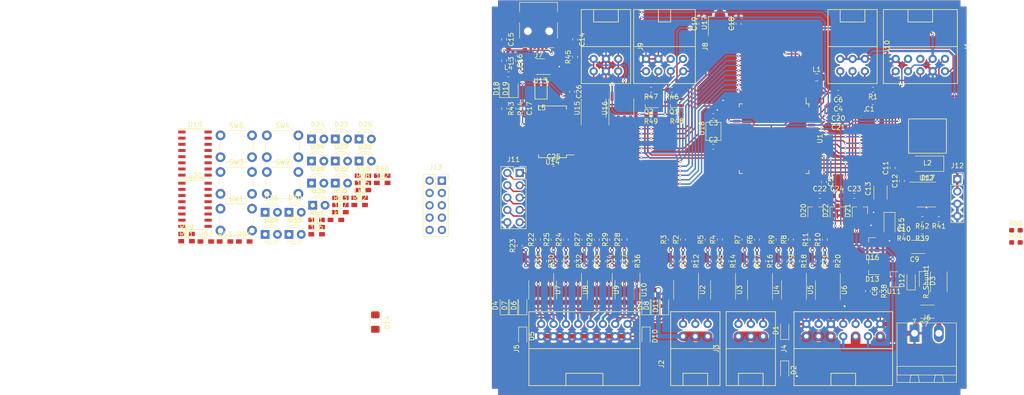
<source format=kicad_pcb>
(kicad_pcb (version 20171130) (host pcbnew "(5.1.5)-3")
  (layers (0 F.Cu signal) (31 B.Cu signal) (34 B.Paste user) (35 F.Paste user) (36 B.SilkS user) (37 F.SilkS user) (38 B.Mask user) (39 F.Mask user) (44 Edge.Cuts user))
  (net 0 "")
  (net 1 RESET)
  (net 2 GND)
  (net 3 "Net-(C2-Pad2)")
  (net 4 "Net-(C3-Pad2)")
  (net 5 "Net-(C4-Pad2)")
  (net 6 +5V)
  (net 7 "Net-(C6-Pad2)")
  (net 8 +12V)
  (net 9 "Net-(J2-Pad3)")
  (net 10 "Net-(J2-Pad2)")
  (net 11 "Net-(J2-Pad1)")
  (net 12 "Net-(J3-Pad1)")
  (net 13 "Net-(J3-Pad2)")
  (net 14 "Net-(J3-Pad3)")
  (net 15 "Net-(R12-Pad2)")
  (net 16 RGB1_ROT)
  (net 17 "Net-(R13-Pad2)")
  (net 18 RGB1_GRUEN)
  (net 19 RGB1_BLAU)
  (net 20 "Net-(R14-Pad2)")
  (net 21 "Net-(R15-Pad2)")
  (net 22 RGB2_ROT)
  (net 23 RGB2_GRUEN)
  (net 24 "Net-(R16-Pad2)")
  (net 25 "Net-(R17-Pad2)")
  (net 26 RGB2_BLAU)
  (net 27 "Net-(R18-Pad2)")
  (net 28 "Net-(R19-Pad2)")
  (net 29 PWM_PUMPE)
  (net 30 "Net-(R10-Pad1)")
  (net 31 "Net-(R11-Pad1)")
  (net 32 HEIZUNG)
  (net 33 SM1_1)
  (net 34 "Net-(R22-Pad1)")
  (net 35 "Net-(R23-Pad1)")
  (net 36 SM1_2)
  (net 37 SM1_3)
  (net 38 "Net-(R24-Pad1)")
  (net 39 SM1_4)
  (net 40 "Net-(R25-Pad1)")
  (net 41 SM2_1)
  (net 42 "Net-(R26-Pad1)")
  (net 43 "Net-(R27-Pad1)")
  (net 44 SM2_2)
  (net 45 SM2_3)
  (net 46 "Net-(R28-Pad1)")
  (net 47 "Net-(R29-Pad1)")
  (net 48 SM2_4)
  (net 49 UART_RXD)
  (net 50 UART_TXD)
  (net 51 UART_DIR)
  (net 52 "Net-(U1-Pad5)")
  (net 53 "Net-(U1-Pad6)")
  (net 54 "Net-(U1-Pad7)")
  (net 55 "Net-(U1-Pad8)")
  (net 56 "Net-(U1-Pad17)")
  (net 57 "Net-(U1-Pad18)")
  (net 58 "Net-(U1-Pad19)")
  (net 59 I²C_SCL)
  (net 60 I²C_SDA)
  (net 61 "Net-(U1-Pad27)")
  (net 62 "Net-(U1-Pad28)")
  (net 63 "Net-(U1-Pad29)")
  (net 64 "Net-(U1-Pad30)")
  (net 65 TDI)
  (net 66 TDO)
  (net 67 TMS)
  (net 68 TCK)
  (net 69 Voltage_Controle)
  (net 70 Current_Controle)
  (net 71 "Net-(J4-Pad6)")
  (net 72 "Net-(J4-Pad5)")
  (net 73 "Net-(J4-Pad4)")
  (net 74 "Net-(J4-Pad2)")
  (net 75 PWM_LUEFTER1)
  (net 76 PWM_LUEFTER2)
  (net 77 "Net-(C7-Pad1)")
  (net 78 "Net-(C11-Pad1)")
  (net 79 "Net-(C12-Pad1)")
  (net 80 "Net-(C12-Pad2)")
  (net 81 "Net-(R41-Pad2)")
  (net 82 "Net-(C14-Pad2)")
  (net 83 "Net-(C14-Pad1)")
  (net 84 "Net-(C16-Pad2)")
  (net 85 "Net-(C17-Pad2)")
  (net 86 "Net-(D18-Pad1)")
  (net 87 "Net-(D19-Pad1)")
  (net 88 "Net-(J7-Pad4)")
  (net 89 "Net-(J7-Pad3)")
  (net 90 "Net-(J7-Pad2)")
  (net 91 "Net-(L5-Pad2)")
  (net 92 "Net-(L5-Pad4)")
  (net 93 "Net-(R43-Pad2)")
  (net 94 "Net-(R44-Pad2)")
  (net 95 "Net-(U14-Pad5)")
  (net 96 "Net-(U14-Pad2)")
  (net 97 "Net-(U14-Pad1)")
  (net 98 "Net-(U14-Pad3)")
  (net 99 "Net-(U14-Pad12)")
  (net 100 "Net-(U14-Pad13)")
  (net 101 "Net-(U14-Pad14)")
  (net 102 "Net-(U14-Pad27)")
  (net 103 "Net-(U14-Pad28)")
  (net 104 "Net-(J1-Pad8)")
  (net 105 +3V3)
  (net 106 GND_HUMI1)
  (net 107 GND_HUMI2)
  (net 108 NOT-AUS)
  (net 109 INPUT1)
  (net 110 INPUT2)
  (net 111 "Net-(J8-Pad5)")
  (net 112 "Net-(J8-Pad6)")
  (net 113 "Net-(J9-Pad1)")
  (net 114 "Net-(J9-Pad3)")
  (net 115 NOTAUS)
  (net 116 Stop)
  (net 117 Start)
  (net 118 Dbg2)
  (net 119 Dbg1)
  (net 120 SR_Latch)
  (net 121 SR_Daten)
  (net 122 SR_Takt)
  (net 123 +5C)
  (net 124 "Net-(U18-Pad1)")
  (net 125 "Net-(U18-Pad3)")
  (net 126 "Net-(D4-Pad1)")
  (net 127 "Net-(D5-Pad1)")
  (net 128 "Net-(D6-Pad1)")
  (net 129 "Net-(D7-Pad1)")
  (net 130 "Net-(D8-Pad1)")
  (net 131 "Net-(D9-Pad1)")
  (net 132 "Net-(D10-Pad1)")
  (net 133 "Net-(D11-Pad1)")
  (net 134 /Frontpannel/SR_Takt-)
  (net 135 /Frontpannel/SR_Daten-)
  (net 136 /Frontpannel/SR_Latch-)
  (net 137 /Frontpannel/Dbg1-)
  (net 138 /Frontpannel/Dbg2-)
  (net 139 /Frontpannel/START-)
  (net 140 /Frontpannel/STOP-)
  (net 141 /Frontpannel/NOTAUS-)
  (net 142 /Frontpannel/RESET-)
  (net 143 "Net-(R38-Pad1)")
  (net 144 "Net-(R39-Pad2)")
  (net 145 "Net-(1k1-Pad1)")
  (net 146 "Net-(1k2-Pad2)")
  (net 147 "Net-(1k2-Pad1)")
  (net 148 "Net-(1k3-Pad1)")
  (net 149 "Net-(1k3-Pad2)")
  (net 150 "Net-(1k4-Pad2)")
  (net 151 "Net-(1k4-Pad1)")
  (net 152 "Net-(1k5-Pad1)")
  (net 153 "Net-(1k5-Pad2)")
  (net 154 "Net-(1k6-Pad2)")
  (net 155 "Net-(1k6-Pad1)")
  (net 156 "Net-(1k7-Pad1)")
  (net 157 "Net-(1k7-Pad2)")
  (net 158 "Net-(D15-Pad2)")
  (net 159 "Net-(D23-Pad2)")
  (net 160 "Net-(D30-Pad2)")
  (net 161 "Net-(D31-Pad2)")
  (net 162 "Net-(D32-Pad2)")
  (net 163 "Net-(D33-Pad2)")
  (net 164 "Net-(D34-Pad2)")
  (net 165 "Net-(D35-Pad2)")
  (net 166 "Net-(R56-Pad2)")
  (net 167 "Net-(R57-Pad2)")
  (net 168 "Net-(R58-Pad2)")
  (net 169 "Net-(R59-Pad2)")
  (net 170 "Net-(R60-Pad2)")
  (net 171 "Net-(R61-Pad2)")
  (net 172 "Net-(R62-Pad2)")
  (net 173 "Net-(R63-Pad2)")
  (net 174 "Net-(U19-Pad9)")
  (net 175 "Net-(U20-Pad9)")
  (net 176 "Net-(U20-Pad7)")
  (net 177 "Net-(U20-Pad6)")
  (module Resistor_SMD:R_0603_1608Metric_Pad1.05x0.95mm_HandSolder (layer F.Cu) (at 182.26 98.77)
    (fp_text reference R51 (at 0 -1.43) (layer F.SilkS))
    (fp_text value 100k)
    (pad 2 smd roundrect (at 0.875 0) (size 1.05 0.95) (layers F.Cu F.Paste F.Mask) (net 69 Voltage_Controle))
    (pad 1 smd roundrect (at -0.875 0) (size 1.05 0.95) (layers F.Cu F.Paste F.Mask) (net 144 "Net-(R39-Pad2)"))
  )
  (module Resistor_SMD:R_0603_1608Metric_Pad1.05x0.95mm_HandSolder (layer F.Cu) (at 182.26 96.26)
    (fp_text reference R50 (at 0 -1.43) (layer F.SilkS))
    (fp_text value 100k)
    (pad 2 smd roundrect (at 0.875 0) (size 1.05 0.95) (layers F.Cu F.Paste F.Mask) (net 70 Current_Controle))
    (pad 1 smd roundrect (at -0.875 0) (size 1.05 0.95) (layers F.Cu F.Paste F.Mask) (net 143 "Net-(R38-Pad1)"))
  )
  (module Connector_PinSocket_2.54mm:PinSocket_2x05_P2.54mm_Vertical (layer F.Cu) (at 63.99 86.04)
    (fp_text reference J13 (at -1.27 -2.77) (layer F.SilkS))
    (fp_text value Frontpannel)
    (pad 10 thru_hole oval (at -2.54 10.16) (size 1.7 1.7) (drill 1) (layers *.Cu *.Mask) (net 2 GND))
    (pad 9 thru_hole oval (at 0 10.16) (size 1.7 1.7) (drill 1) (layers *.Cu *.Mask) (net 134 /Frontpannel/SR_Takt-))
    (pad 8 thru_hole oval (at -2.54 7.62) (size 1.7 1.7) (drill 1) (layers *.Cu *.Mask) (net 135 /Frontpannel/SR_Daten-))
    (pad 7 thru_hole oval (at 0 7.62) (size 1.7 1.7) (drill 1) (layers *.Cu *.Mask) (net 136 /Frontpannel/SR_Latch-))
    (pad 6 thru_hole oval (at -2.54 5.08) (size 1.7 1.7) (drill 1) (layers *.Cu *.Mask) (net 137 /Frontpannel/Dbg1-))
    (pad 5 thru_hole oval (at 0 5.08) (size 1.7 1.7) (drill 1) (layers *.Cu *.Mask) (net 138 /Frontpannel/Dbg2-))
    (pad 4 thru_hole oval (at -2.54 2.54) (size 1.7 1.7) (drill 1) (layers *.Cu *.Mask) (net 139 /Frontpannel/START-))
    (pad 3 thru_hole oval (at 0 2.54) (size 1.7 1.7) (drill 1) (layers *.Cu *.Mask) (net 140 /Frontpannel/STOP-))
    (pad 2 thru_hole oval (at -2.54 0) (size 1.7 1.7) (drill 1) (layers *.Cu *.Mask) (net 141 /Frontpannel/NOTAUS-))
    (pad 1 thru_hole rect (at 0 0) (size 1.7 1.7) (drill 1) (layers *.Cu *.Mask) (net 142 /Frontpannel/RESET-))
  )
  (module Connector_PinSocket_2.54mm:PinSocket_1x04_P2.54mm_Vertical (layer F.Cu) (at 170.18 85.725)
    (fp_text reference J12 (at 0 -2.77) (layer F.SilkS))
    (fp_text value Conn_01x04)
    (pad 1 thru_hole rect (at 0 0) (size 1.7 1.7) (drill 1) (layers *.Cu *.Mask) (net 6 +5V))
    (pad 2 thru_hole oval (at 0 2.54) (size 1.7 1.7) (drill 1) (layers *.Cu *.Mask) (net 6 +5V))
    (pad 3 thru_hole oval (at 0 5.08) (size 1.7 1.7) (drill 1) (layers *.Cu *.Mask) (net 2 GND))
    (pad 4 thru_hole oval (at 0 7.62) (size 1.7 1.7) (drill 1) (layers *.Cu *.Mask) (net 2 GND))
  )
  (module Connector_PinSocket_2.54mm:PinSocket_2x05_P2.54mm_Vertical (layer F.Cu) (at 80.01 84.455)
    (fp_text reference J11 (at -1.27 -2.77) (layer F.SilkS))
    (fp_text value Frontpannel)
    (pad 10 thru_hole oval (at -2.54 10.16) (size 1.7 1.7) (drill 1) (layers *.Cu *.Mask) (net 2 GND))
    (pad 9 thru_hole oval (at 0 10.16) (size 1.7 1.7) (drill 1) (layers *.Cu *.Mask) (net 122 SR_Takt))
    (pad 8 thru_hole oval (at -2.54 7.62) (size 1.7 1.7) (drill 1) (layers *.Cu *.Mask) (net 121 SR_Daten))
    (pad 7 thru_hole oval (at 0 7.62) (size 1.7 1.7) (drill 1) (layers *.Cu *.Mask) (net 120 SR_Latch))
    (pad 6 thru_hole oval (at -2.54 5.08) (size 1.7 1.7) (drill 1) (layers *.Cu *.Mask) (net 119 Dbg1))
    (pad 5 thru_hole oval (at 0 5.08) (size 1.7 1.7) (drill 1) (layers *.Cu *.Mask) (net 118 Dbg2))
    (pad 4 thru_hole oval (at -2.54 2.54) (size 1.7 1.7) (drill 1) (layers *.Cu *.Mask) (net 117 Start))
    (pad 3 thru_hole oval (at 0 2.54) (size 1.7 1.7) (drill 1) (layers *.Cu *.Mask) (net 116 Stop))
    (pad 2 thru_hole oval (at -2.54 0) (size 1.7 1.7) (drill 1) (layers *.Cu *.Mask) (net 115 NOTAUS))
    (pad 1 thru_hole rect (at 0 0) (size 1.7 1.7) (drill 1) (layers *.Cu *.Mask) (net 1 RESET))
  )
  (module Capacitor_SMD:C_0603_1608Metric_Pad1.05x0.95mm_HandSolder (layer F.Cu) (at 145.655 69.85 180)
    (fp_text reference C4 (at 0 -1.43) (layer F.SilkS))
    (fp_text value 10nF)
    (pad 2 smd roundrect (at 0.875 0 180) (size 1.05 0.95) (layers F.Cu F.Paste F.Mask) (net 5 "Net-(C4-Pad2)"))
    (pad 1 smd roundrect (at -0.875 0 180) (size 1.05 0.95) (layers F.Cu F.Paste F.Mask) (net 2 GND))
  )
  (module Package_TO_SOT_SMD:SOT-323_SC-70_Handsoldering (layer F.Cu) (at 106.62 69.85 180)
    (fp_text reference Q2 (at 0 -2) (layer F.SilkS))
    (fp_text value BS170)
    (pad 3 smd rect (at 1.33 0 90) (size 0.45 1.5) (layers F.Cu F.Paste F.Mask) (net 112 "Net-(J8-Pad6)"))
    (pad 2 smd rect (at -1.33 0.65 90) (size 0.45 1.5) (layers F.Cu F.Paste F.Mask) (net 105 +3V3))
    (pad 1 smd rect (at -1.33 -0.65 90) (size 0.45 1.5) (layers F.Cu F.Paste F.Mask) (net 60 I²C_SDA))
  )
  (module Capacitor_SMD:C_0603_1608Metric_Pad1.05x0.95mm_HandSolder (layer F.Cu) (at 90.805 67.705 270)
    (fp_text reference C26 (at 0 -1.43 90) (layer F.SilkS))
    (fp_text value 100nF)
    (pad 2 smd roundrect (at 0.875 0 270) (size 1.05 0.95) (layers F.Cu F.Paste F.Mask) (net 123 +5C))
    (pad 1 smd roundrect (at -0.875 0 270) (size 1.05 0.95) (layers F.Cu F.Paste F.Mask) (net 2 GND))
  )
  (module Capacitor_SMD:C_0603_1608Metric_Pad1.05x0.95mm_HandSolder (layer F.Cu) (at 86.995 82.55)
    (fp_text reference C25 (at 0 -1.43) (layer F.SilkS))
    (fp_text value 100nF)
    (pad 2 smd roundrect (at 0.875 0) (size 1.05 0.95) (layers F.Cu F.Paste F.Mask) (net 123 +5C))
    (pad 1 smd roundrect (at -0.875 0) (size 1.05 0.95) (layers F.Cu F.Paste F.Mask) (net 2 GND))
  )
  (module D_Lib:ZPD5.1 (layer F.Cu) (at 156.2862 95.0833 270)
    (fp_text reference D15 (at 0.0254 -2.3876 90) (layer F.SilkS))
    (fp_text value ON/OFF)
    (pad 2 smd roundrect (at 1.4367 0.0762 270) (size 1.425 1.75) (layers F.Cu F.Paste F.Mask) (roundrect_rratio 0.175439) (net 158 "Net-(D15-Pad2)"))
    (pad 1 smd roundrect (at -1.5383 0.0762 270) (size 1.425 1.75) (layers F.Cu F.Paste F.Mask) (roundrect_rratio 0.175439) (net 2 GND))
  )
  (module Package_SO:SOIC-8_3.9x4.9mm_P1.27mm (layer F.Cu) (at 100.965 71.12 90)
    (fp_text reference U16 (at 0 -3.4 90) (layer F.SilkS))
    (fp_text value MAX3072E)
    (pad 8 smd roundrect (at 2.475 -1.905 90) (size 1.95 0.6) (layers F.Cu F.Paste F.Mask) (net 6 +5V))
    (pad 7 smd roundrect (at 2.475 -0.635 90) (size 1.95 0.6) (layers F.Cu F.Paste F.Mask) (net 113 "Net-(J9-Pad1)"))
    (pad 6 smd roundrect (at 2.475 0.635 90) (size 1.95 0.6) (layers F.Cu F.Paste F.Mask) (net 114 "Net-(J9-Pad3)"))
    (pad 5 smd roundrect (at 2.475 1.905 90) (size 1.95 0.6) (layers F.Cu F.Paste F.Mask) (net 2 GND))
    (pad 4 smd roundrect (at -2.475 1.905 90) (size 1.95 0.6) (layers F.Cu F.Paste F.Mask) (net 50 UART_TXD))
    (pad 3 smd roundrect (at -2.475 0.635 90) (size 1.95 0.6) (layers F.Cu F.Paste F.Mask) (net 51 UART_DIR))
    (pad 2 smd roundrect (at -2.475 -0.635 90) (size 1.95 0.6) (layers F.Cu F.Paste F.Mask) (net 51 UART_DIR))
    (pad 1 smd roundrect (at -2.475 -1.905 90) (size 1.95 0.6) (layers F.Cu F.Paste F.Mask) (net 49 UART_RXD))
  )
  (module L_Lib:WE-CNSW (layer F.Cu) (at 84.4296 67.2592 180)
    (fp_text reference L5 (at -0.1 -3.77) (layer F.SilkS))
    (fp_text value WE-CNSW)
    (pad 4 smd rect (at -0.6604 -1.143 180) (size 1 1.5) (layers F.Cu F.Paste F.Mask) (net 92 "Net-(L5-Pad4)"))
    (pad 2 smd rect (at 0.6858 -1.143 180) (size 1 1.5) (layers F.Cu F.Paste F.Mask) (net 91 "Net-(L5-Pad2)"))
    (pad 1 smd rect (at 0.6858 1.2192 180) (size 1 1.5) (layers F.Cu F.Paste F.Mask) (net 89 "Net-(J7-Pad3)"))
    (pad 3 smd rect (at -0.6604 1.2192 180) (size 1 1.5) (layers F.Cu F.Paste F.Mask) (net 90 "Net-(J7-Pad2)"))
  )
  (module Package_SO:SOIC-8_3.9x4.9mm_P1.27mm (layer F.Cu) (at 95.25 71.12 90)
    (fp_text reference U15 (at 0 -3.4 90) (layer F.SilkS))
    (fp_text value MAX3072E)
    (pad 8 smd roundrect (at 2.475 -1.905 90) (size 1.95 0.6) (layers F.Cu F.Paste F.Mask) (net 123 +5C))
    (pad 7 smd roundrect (at 2.475 -0.635 90) (size 1.95 0.6) (layers F.Cu F.Paste F.Mask) (net 113 "Net-(J9-Pad1)"))
    (pad 6 smd roundrect (at 2.475 0.635 90) (size 1.95 0.6) (layers F.Cu F.Paste F.Mask) (net 114 "Net-(J9-Pad3)"))
    (pad 5 smd roundrect (at 2.475 1.905 90) (size 1.95 0.6) (layers F.Cu F.Paste F.Mask) (net 2 GND))
    (pad 4 smd roundrect (at -2.475 1.905 90) (size 1.95 0.6) (layers F.Cu F.Paste F.Mask) (net 97 "Net-(U14-Pad1)"))
    (pad 3 smd roundrect (at -2.475 0.635 90) (size 1.95 0.6) (layers F.Cu F.Paste F.Mask) (net 100 "Net-(U14-Pad13)"))
    (pad 2 smd roundrect (at -2.475 -0.635 90) (size 1.95 0.6) (layers F.Cu F.Paste F.Mask) (net 100 "Net-(U14-Pad13)"))
    (pad 1 smd roundrect (at -2.475 -1.905 90) (size 1.95 0.6) (layers F.Cu F.Paste F.Mask) (net 95 "Net-(U14-Pad5)"))
  )
  (module Package_TO_SOT_SMD:SOT-23-6_Handsoldering (layer F.Cu) (at 84.3 62.545 180)
    (fp_text reference U13 (at 0 -2.9) (layer F.SilkS))
    (fp_text value WE_TVS)
    (pad 5 smd rect (at 1.35 0 180) (size 1.56 0.65) (layers F.Cu F.Paste F.Mask) (net 123 +5C))
    (pad 6 smd rect (at 1.35 -0.95 180) (size 1.56 0.65) (layers F.Cu F.Paste F.Mask) (net 89 "Net-(J7-Pad3)"))
    (pad 4 smd rect (at 1.35 0.95 180) (size 1.56 0.65) (layers F.Cu F.Paste F.Mask) (net 89 "Net-(J7-Pad3)"))
    (pad 3 smd rect (at -1.35 0.95 180) (size 1.56 0.65) (layers F.Cu F.Paste F.Mask) (net 90 "Net-(J7-Pad2)"))
    (pad 2 smd rect (at -1.35 0 180) (size 1.56 0.65) (layers F.Cu F.Paste F.Mask) (net 2 GND))
    (pad 1 smd rect (at -1.35 -0.95 180) (size 1.56 0.65) (layers F.Cu F.Paste F.Mask) (net 90 "Net-(J7-Pad2)"))
  )
  (module Resistor_SMD:R_0603_1608Metric_Pad1.05x0.95mm_HandSolder (layer F.Cu) (at 91.44 60.565 90)
    (fp_text reference R45 (at 0 -1.43 90) (layer F.SilkS))
    (fp_text value 120R)
    (pad 2 smd roundrect (at 0.875 0 90) (size 1.05 0.95) (layers F.Cu F.Paste F.Mask) (net 113 "Net-(J9-Pad1)"))
    (pad 1 smd roundrect (at -0.875 0 90) (size 1.05 0.95) (layers F.Cu F.Paste F.Mask) (net 114 "Net-(J9-Pad3)"))
  )
  (module Resistor_SMD:R_0603_1608Metric_Pad1.05x0.95mm_HandSolder (layer F.Cu) (at 78.74 71.185 270)
    (fp_text reference R44 (at 0 -1.43 90) (layer F.SilkS))
    (fp_text value 1k)
    (pad 2 smd roundrect (at 0.875 0 270) (size 1.05 0.95) (layers F.Cu F.Paste F.Mask) (net 94 "Net-(R44-Pad2)"))
    (pad 1 smd roundrect (at -0.875 0 270) (size 1.05 0.95) (layers F.Cu F.Paste F.Mask) (net 87 "Net-(D19-Pad1)"))
  )
  (module Resistor_SMD:R_0603_1608Metric_Pad1.05x0.95mm_HandSolder (layer F.Cu) (at 76.835 71.185 270)
    (fp_text reference R43 (at 0 -1.43 90) (layer F.SilkS))
    (fp_text value 1k)
    (pad 2 smd roundrect (at 0.875 0 270) (size 1.05 0.95) (layers F.Cu F.Paste F.Mask) (net 93 "Net-(R43-Pad2)"))
    (pad 1 smd roundrect (at -0.875 0 270) (size 1.05 0.95) (layers F.Cu F.Paste F.Mask) (net 86 "Net-(D18-Pad1)"))
  )
  (module Inductor_SMD:L_0603_1608Metric_Pad1.05x0.95mm_HandSolder (layer F.Cu) (at 77.685 64.135)
    (fp_text reference L4 (at 0 -1.43) (layer F.SilkS))
    (fp_text value L)
    (pad 2 smd roundrect (at 0.875 0) (size 1.05 0.95) (layers F.Cu F.Paste F.Mask) (net 123 +5C))
    (pad 1 smd roundrect (at -0.875 0) (size 1.05 0.95) (layers F.Cu F.Paste F.Mask) (net 84 "Net-(C16-Pad2)"))
  )
  (module Inductor_SMD:L_0603_1608Metric_Pad1.05x0.95mm_HandSolder (layer F.Cu) (at 76.81 61.34 270)
    (fp_text reference L3 (at 0 -1.43 90) (layer F.SilkS))
    (fp_text value L)
    (pad 2 smd roundrect (at 0.875 0 270) (size 1.05 0.95) (layers F.Cu F.Paste F.Mask) (net 84 "Net-(C16-Pad2)"))
    (pad 1 smd roundrect (at -0.875 0 270) (size 1.05 0.95) (layers F.Cu F.Paste F.Mask) (net 83 "Net-(C14-Pad1)"))
  )
  (module Connector_USB:USB_Mini-B_Lumberg_2486_01_Horizontal (layer F.Cu) (at 83.895 55.235 180)
    (fp_text reference J7 (at 0 -5) (layer F.SilkS))
    (fp_text value USB_B_Mini)
    (pad "" np_thru_hole circle (at 2.2 0 180) (size 1 1) (drill 1) (layers *.Cu *.Mask))
    (pad "" np_thru_hole circle (at -2.2 0 180) (size 1 1) (drill 1) (layers *.Cu *.Mask))
    (pad 6 smd rect (at 4.45 2.85 180) (size 2 1.7) (layers F.Cu F.Paste F.Mask) (net 82 "Net-(C14-Pad2)"))
    (pad 6 smd rect (at 4.45 -2.6 180) (size 2 1.7) (layers F.Cu F.Paste F.Mask) (net 82 "Net-(C14-Pad2)"))
    (pad 6 smd rect (at -4.45 2.85 180) (size 2 1.7) (layers F.Cu F.Paste F.Mask) (net 82 "Net-(C14-Pad2)"))
    (pad 6 smd rect (at -4.45 -2.6 180) (size 2 1.7) (layers F.Cu F.Paste F.Mask) (net 82 "Net-(C14-Pad2)"))
    (pad 5 smd rect (at 1.6 -2.7 180) (size 0.5 2) (layers F.Cu F.Paste F.Mask) (net 2 GND))
    (pad 4 smd rect (at 0.8 -2.7 180) (size 0.5 2) (layers F.Cu F.Paste F.Mask) (net 88 "Net-(J7-Pad4)"))
    (pad 3 smd rect (at 0 -2.7 180) (size 0.5 2) (layers F.Cu F.Paste F.Mask) (net 89 "Net-(J7-Pad3)"))
    (pad 2 smd rect (at -0.8 -2.7 180) (size 0.5 2) (layers F.Cu F.Paste F.Mask) (net 90 "Net-(J7-Pad2)"))
    (pad 1 smd rect (at -1.6 -2.7 180) (size 0.5 2) (layers F.Cu F.Paste F.Mask) (net 83 "Net-(C14-Pad1)"))
  )
  (module LED_SMD:LED_0805_2012Metric_Pad1.15x1.40mm_HandSolder (layer F.Cu) (at 78.74 67.065 90)
    (fp_text reference D19 (at 0 -1.65 90) (layer F.SilkS))
    (fp_text value LED)
    (pad 2 smd roundrect (at 1.025 0 90) (size 1.15 1.4) (layers F.Cu F.Paste F.Mask) (roundrect_rratio 0.217391) (net 123 +5C))
    (pad 1 smd roundrect (at -1.025 0 90) (size 1.15 1.4) (layers F.Cu F.Paste F.Mask) (roundrect_rratio 0.217391) (net 87 "Net-(D19-Pad1)"))
  )
  (module LED_SMD:LED_0805_2012Metric_Pad1.15x1.40mm_HandSolder (layer F.Cu) (at 76.835 67.065 90)
    (fp_text reference D18 (at 0 -1.65 90) (layer F.SilkS))
    (fp_text value LED)
    (pad 2 smd roundrect (at 1.025 0 90) (size 1.15 1.4) (layers F.Cu F.Paste F.Mask) (roundrect_rratio 0.217391) (net 123 +5C))
    (pad 1 smd roundrect (at -1.025 0 90) (size 1.15 1.4) (layers F.Cu F.Paste F.Mask) (roundrect_rratio 0.217391) (net 86 "Net-(D18-Pad1)"))
  )
  (module Capacitor_SMD:C_0603_1608Metric_Pad1.05x0.95mm_HandSolder (layer F.Cu) (at 78.63 61.355 270)
    (fp_text reference C16 (at 0 -1.43 90) (layer F.SilkS))
    (fp_text value 100nF)
    (pad 2 smd roundrect (at 0.875 0 270) (size 1.05 0.95) (layers F.Cu F.Paste F.Mask) (net 84 "Net-(C16-Pad2)"))
    (pad 1 smd roundrect (at -0.875 0 270) (size 1.05 0.95) (layers F.Cu F.Paste F.Mask) (net 2 GND))
  )
  (module Capacitor_SMD:C_0603_1608Metric_Pad1.05x0.95mm_HandSolder (layer F.Cu) (at 76.81 56.955 270)
    (fp_text reference C15 (at 0 -1.43 90) (layer F.SilkS))
    (fp_text value 100nF)
    (pad 2 smd roundrect (at 0.875 0 270) (size 1.05 0.95) (layers F.Cu F.Paste F.Mask) (net 82 "Net-(C14-Pad2)"))
    (pad 1 smd roundrect (at -0.875 0 270) (size 1.05 0.95) (layers F.Cu F.Paste F.Mask) (net 2 GND))
  )
  (module Capacitor_SMD:C_0603_1608Metric_Pad1.05x0.95mm_HandSolder (layer F.Cu) (at 91.44 56.965 270)
    (fp_text reference C14 (at 0 -1.43 90) (layer F.SilkS))
    (fp_text value 100nF)
    (pad 2 smd roundrect (at 0.875 0 270) (size 1.05 0.95) (layers F.Cu F.Paste F.Mask) (net 82 "Net-(C14-Pad2)"))
    (pad 1 smd roundrect (at -0.875 0 270) (size 1.05 0.95) (layers F.Cu F.Paste F.Mask) (net 83 "Net-(C14-Pad1)"))
  )
  (module D_Lib:1N4148 (layer F.Cu) (at 163.195 106.6346 270)
    (fp_text reference D3 (at 0.0508 -1.905 90) (layer F.SilkS))
    (fp_text value 1N4148)
    (pad 1 smd rect (at -1.2246 0 270) (size 1 1) (layers F.Cu F.Paste F.Mask) (net 8 +12V))
    (pad 2 smd rect (at 1.2754 0 270) (size 1 1) (layers F.Cu F.Paste F.Mask) (net 77 "Net-(C7-Pad1)"))
  )
  (module D_Lib:ZPD5.1 (layer F.Cu) (at 50.35 115.23 270)
    (fp_text reference D14 (at 0.0254 -2.3876 90) (layer F.SilkS))
    (fp_text value LUMI_LOW)
    (pad 2 smd roundrect (at 1.4367 0.0762 270) (size 1.425 1.75) (layers F.Cu F.Paste F.Mask) (roundrect_rratio 0.175439) (net 145 "Net-(1k1-Pad1)"))
    (pad 1 smd roundrect (at -1.5383 0.0762 270) (size 1.425 1.75) (layers F.Cu F.Paste F.Mask) (roundrect_rratio 0.175439) (net 2 GND))
  )
  (module D_Lib:1N4148 (layer F.Cu) (at 160.655 106.6854 90)
    (fp_text reference D12 (at 0.0508 -1.905 90) (layer F.SilkS))
    (fp_text value 1N4148)
    (pad 1 smd rect (at -1.2246 0 90) (size 1 1) (layers F.Cu F.Paste F.Mask) (net 77 "Net-(C7-Pad1)"))
    (pad 2 smd rect (at 1.2754 0 90) (size 1 1) (layers F.Cu F.Paste F.Mask) (net 8 +12V))
  )
  (module Resistor_SMD:R_0603_1608Metric_Pad1.05x0.95mm_HandSolder (layer F.Cu) (at 140.335 98.185 90)
    (fp_text reference R11 (at 0 -1.43 90) (layer F.SilkS))
    (fp_text value 160R)
    (pad 1 smd roundrect (at -0.875 0 90) (size 1.05 0.95) (layers F.Cu F.Paste F.Mask) (net 31 "Net-(R11-Pad1)"))
    (pad 2 smd roundrect (at 0.875 0 90) (size 1.05 0.95) (layers F.Cu F.Paste F.Mask) (net 32 HEIZUNG))
  )
  (module Conn_Lib:Wanne-14Pol (layer F.Cu) (at 146.685 120.65 90)
    (fp_text reference J4 (at 0 -12.2 90) (layer F.SilkS))
    (fp_text value Con_PU_HE_LÜ)
    (pad 14 thru_hole circle (at 2.54 -7.62 90) (size 1.7 1.7) (drill 0.9) (layers *.Cu *.Mask) (net 8 +12V))
    (pad 13 thru_hole circle (at 2.54 -5.08 90) (size 1.7 1.7) (drill 0.9) (layers *.Cu *.Mask) (net 8 +12V))
    (pad 12 thru_hole circle (at 2.54 -2.54 90) (size 1.7 1.7) (drill 0.9) (layers *.Cu *.Mask) (net 8 +12V))
    (pad 11 thru_hole circle (at 2.54 0 90) (size 1.7 1.7) (drill 0.9) (layers *.Cu *.Mask) (net 6 +5V))
    (pad 10 thru_hole circle (at 2.54 2.54 90) (size 1.7 1.7) (drill 0.9) (layers *.Cu *.Mask) (net 8 +12V))
    (pad 9 thru_hole circle (at 2.54 5.08 90) (size 1.7 1.7) (drill 0.9) (layers *.Cu *.Mask) (net 6 +5V))
    (pad 8 thru_hole circle (at 2.54 7.62 90) (size 1.7 1.7) (drill 0.9) (layers *.Cu *.Mask) (net 8 +12V))
    (pad 7 thru_hole circle (at 5.08 7.62 90) (size 1.7 1.7) (drill 0.9) (layers *.Cu *.Mask) (net 2 GND))
    (pad 6 thru_hole circle (at 5.08 5.08 90) (size 1.7 1.7) (drill 0.9) (layers *.Cu *.Mask) (net 71 "Net-(J4-Pad6)"))
    (pad 5 thru_hole circle (at 5.08 2.54 90) (size 1.7 1.7) (drill 0.9) (layers *.Cu *.Mask) (net 72 "Net-(J4-Pad5)"))
    (pad 4 thru_hole circle (at 5.08 0 90) (size 1.7 1.7) (drill 0.9) (layers *.Cu *.Mask) (net 73 "Net-(J4-Pad4)"))
    (pad 3 thru_hole circle (at 5.08 -2.54 90) (size 1.7 1.7) (drill 0.9) (layers *.Cu *.Mask) (net 2 GND))
    (pad 2 thru_hole circle (at 5.08 -5.08 90) (size 1.7 1.7) (drill 0.9) (layers *.Cu *.Mask) (net 74 "Net-(J4-Pad2)"))
    (pad 1 thru_hole circle (at 5.08 -7.62 90) (size 1.7 1.7) (drill 0.9) (layers *.Cu *.Mask) (net 2 GND))
  )
  (module Conn_Lib:Wanne_6Pol (layer F.Cu) (at 127.635 120.65 90)
    (fp_text reference J3 (at 0 -7.12 90) (layer F.SilkS))
    (fp_text value Con_RGB1)
    (pad 6 thru_hole circle (at 2.54 2.54 90) (size 1.7 1.7) (drill 0.9) (layers *.Cu *.Mask) (net 8 +12V))
    (pad 5 thru_hole circle (at 2.54 0 90) (size 1.7 1.7) (drill 0.9) (layers *.Cu *.Mask) (net 8 +12V))
    (pad 4 thru_hole circle (at 2.54 -2.54 90) (size 1.7 1.7) (drill 0.9) (layers *.Cu *.Mask) (net 8 +12V))
    (pad 3 thru_hole circle (at 5.08 2.54 90) (size 1.7 1.7) (drill 0.9) (layers *.Cu *.Mask) (net 14 "Net-(J3-Pad3)"))
    (pad 2 thru_hole circle (at 5.08 0 90) (size 1.7 1.7) (drill 0.9) (layers *.Cu *.Mask) (net 13 "Net-(J3-Pad2)"))
    (pad 1 thru_hole circle (at 5.08 -2.54 90) (size 1.7 1.7) (drill 0.9) (layers *.Cu *.Mask) (net 12 "Net-(J3-Pad1)"))
  )
  (module Conn_Lib:Wanne_6Pol (layer F.Cu) (at 116.205 120.65 90)
    (fp_text reference J2 (at -3.175 -6.985 90) (layer F.SilkS))
    (fp_text value Con_RGB1)
    (pad 6 thru_hole circle (at 2.54 2.54 90) (size 1.7 1.7) (drill 0.9) (layers *.Cu *.Mask) (net 8 +12V))
    (pad 5 thru_hole circle (at 2.54 0 90) (size 1.7 1.7) (drill 0.9) (layers *.Cu *.Mask) (net 8 +12V))
    (pad 4 thru_hole circle (at 2.54 -2.54 90) (size 1.7 1.7) (drill 0.9) (layers *.Cu *.Mask) (net 8 +12V))
    (pad 3 thru_hole circle (at 5.08 2.54 90) (size 1.7 1.7) (drill 0.9) (layers *.Cu *.Mask) (net 9 "Net-(J2-Pad3)"))
    (pad 2 thru_hole circle (at 5.08 0 90) (size 1.7 1.7) (drill 0.9) (layers *.Cu *.Mask) (net 10 "Net-(J2-Pad2)"))
    (pad 1 thru_hole circle (at 5.08 -2.54 90) (size 1.7 1.7) (drill 0.9) (layers *.Cu *.Mask) (net 11 "Net-(J2-Pad1)"))
  )
  (module Conn_Lib:Wanne_16Pol (layer F.Cu) (at 92.075 120.65 90)
    (fp_text reference J5 (at 0 -12.7 90) (layer F.SilkS))
    (fp_text value Con_SM)
    (pad 16 thru_hole circle (at 2.54 10.16 90) (size 1.7 1.7) (drill 0.9) (layers *.Cu *.Mask) (net 132 "Net-(D10-Pad1)"))
    (pad 15 thru_hole circle (at 2.54 7.62 90) (size 1.7 1.7) (drill 0.9) (layers *.Cu *.Mask) (net 133 "Net-(D11-Pad1)"))
    (pad 14 thru_hole circle (at 2.54 5.08 90) (size 1.7 1.7) (drill 0.9) (layers *.Cu *.Mask) (net 130 "Net-(D8-Pad1)"))
    (pad 13 thru_hole circle (at 2.54 2.54 90) (size 1.7 1.7) (drill 0.9) (layers *.Cu *.Mask) (net 131 "Net-(D9-Pad1)"))
    (pad 12 thru_hole circle (at 2.54 0 90) (size 1.7 1.7) (drill 0.9) (layers *.Cu *.Mask) (net 129 "Net-(D7-Pad1)"))
    (pad 11 thru_hole circle (at 2.54 -2.54 90) (size 1.7 1.7) (drill 0.9) (layers *.Cu *.Mask) (net 128 "Net-(D6-Pad1)"))
    (pad 10 thru_hole circle (at 2.54 -5.08 90) (size 1.7 1.7) (drill 0.9) (layers *.Cu *.Mask) (net 127 "Net-(D5-Pad1)"))
    (pad 9 thru_hole circle (at 2.54 -7.62 90) (size 1.7 1.7) (drill 0.9) (layers *.Cu *.Mask) (net 126 "Net-(D4-Pad1)"))
    (pad 8 thru_hole circle (at 5.08 10.16 90) (size 1.7 1.7) (drill 0.9) (layers *.Cu *.Mask) (net 2 GND))
    (pad 7 thru_hole circle (at 5.08 7.62 90) (size 1.7 1.7) (drill 0.9) (layers *.Cu *.Mask) (net 2 GND))
    (pad 6 thru_hole circle (at 5.08 5.08 90) (size 1.7 1.7) (drill 0.9) (layers *.Cu *.Mask) (net 2 GND))
    (pad 5 thru_hole circle (at 5.08 2.54 90) (size 1.7 1.7) (drill 0.9) (layers *.Cu *.Mask) (net 2 GND))
    (pad 4 thru_hole circle (at 5.08 0 90) (size 1.7 1.7) (drill 0.9) (layers *.Cu *.Mask) (net 2 GND))
    (pad 3 thru_hole circle (at 5.08 -2.54 90) (size 1.7 1.7) (drill 0.9) (layers *.Cu *.Mask) (net 2 GND))
    (pad 2 thru_hole circle (at 5.08 -5.08 90) (size 1.7 1.7) (drill 0.9) (layers *.Cu *.Mask) (net 2 GND))
    (pad 1 thru_hole circle (at 5.08 -7.62 90) (size 1.7 1.7) (drill 0.9) (layers *.Cu *.Mask) (net 2 GND))
  )
  (module Capacitor_SMD:C_0603_1608Metric_Pad1.05x0.95mm_HandSolder (layer F.Cu) (at 152.795 69.85 180)
    (fp_text reference C1 (at 0.635 -1.43 180) (layer F.SilkS))
    (fp_text value 10nF)
    (pad 1 smd roundrect (at -0.875 0 180) (size 1.05 0.95) (layers F.Cu F.Paste F.Mask) (net 1 RESET))
    (pad 2 smd roundrect (at 0.875 0 180) (size 1.05 0.95) (layers F.Cu F.Paste F.Mask) (net 2 GND))
  )
  (module Capacitor_SMD:C_0603_1608Metric_Pad1.05x0.95mm_HandSolder (layer F.Cu) (at 119.895 79.06)
    (fp_text reference C2 (at 0 -1.43) (layer F.SilkS))
    (fp_text value 22pF)
    (pad 2 smd roundrect (at 0.875 0) (size 1.05 0.95) (layers F.Cu F.Paste F.Mask) (net 3 "Net-(C2-Pad2)"))
    (pad 1 smd roundrect (at -0.875 0) (size 1.05 0.95) (layers F.Cu F.Paste F.Mask) (net 2 GND))
  )
  (module Capacitor_SMD:C_0603_1608Metric_Pad1.05x0.95mm_HandSolder (layer F.Cu) (at 119.925 72.72 180)
    (fp_text reference C3 (at 0 -1.43) (layer F.SilkS))
    (fp_text value 22pF)
    (pad 1 smd roundrect (at -0.875 0 180) (size 1.05 0.95) (layers F.Cu F.Paste F.Mask) (net 2 GND))
    (pad 2 smd roundrect (at 0.875 0 180) (size 1.05 0.95) (layers F.Cu F.Paste F.Mask) (net 4 "Net-(C3-Pad2)"))
  )
  (module Capacitor_SMD:C_0603_1608Metric_Pad1.05x0.95mm_HandSolder (layer F.Cu) (at 142.71 86.325 270)
    (fp_text reference C5 (at 0 -1.43 90) (layer F.SilkS))
    (fp_text value 100nF)
    (pad 1 smd rect (at -0.875 0 270) (size 1.05 0.95) (layers F.Cu F.Paste F.Mask) (net 6 +5V))
    (pad 2 smd roundrect (at 0.875 0 270) (size 1.05 0.95) (layers F.Cu F.Paste F.Mask) (net 2 GND))
  )
  (module Capacitor_SMD:C_0603_1608Metric_Pad1.05x0.95mm_HandSolder (layer F.Cu) (at 145.655 67.945 180)
    (fp_text reference C6 (at 0 -1.43) (layer F.SilkS))
    (fp_text value 100nF)
    (pad 2 smd roundrect (at 0.875 0 180) (size 1.05 0.95) (layers F.Cu F.Paste F.Mask) (net 7 "Net-(C6-Pad2)"))
    (pad 1 smd roundrect (at -0.875 0 180) (size 1.05 0.95) (layers F.Cu F.Paste F.Mask) (net 2 GND))
  )
  (module Diode_SMD:D_SOD-323_HandSoldering (layer F.Cu) (at 134.62 116.86 90)
    (fp_text reference D1 (at 0 -1.85 90) (layer F.SilkS))
    (fp_text value 1N4148)
    (pad 1 smd rect (at -1.25 0 90) (size 1 1) (layers F.Cu F.Paste F.Mask) (net 8 +12V))
    (pad 2 smd rect (at 1.25 0 90) (size 1 1) (layers F.Cu F.Paste F.Mask) (net 2 GND))
  )
  (module Diode_SMD:D_SOD-323_HandSoldering (layer F.Cu) (at 134.62 125.075 270)
    (fp_text reference D2 (at 0 -1.85 90) (layer F.SilkS))
    (fp_text value 1N4148)
    (pad 2 smd rect (at 1.25 0 270) (size 1 1) (layers F.Cu F.Paste F.Mask) (net 2 GND))
    (pad 1 smd rect (at -1.25 0 270) (size 1 1) (layers F.Cu F.Paste F.Mask) (net 8 +12V))
  )
  (module Diode_SMD:D_SOD-323_HandSoldering (layer F.Cu) (at 76.835 111.78 90)
    (fp_text reference D4 (at 0 -1.85 90) (layer F.SilkS))
    (fp_text value 1N4148)
    (pad 2 smd rect (at 1.25 0 90) (size 1 1) (layers F.Cu F.Paste F.Mask) (net 2 GND))
    (pad 1 smd rect (at -1.25 0 90) (size 1 1) (layers F.Cu F.Paste F.Mask) (net 126 "Net-(D4-Pad1)"))
  )
  (module Diode_SMD:D_SOD-323_HandSoldering (layer F.Cu) (at 80.645 118.09 270)
    (fp_text reference D5 (at 0 -1.85 90) (layer F.SilkS))
    (fp_text value 1N4148)
    (pad 1 smd rect (at -1.25 0 270) (size 1 1) (layers F.Cu F.Paste F.Mask) (net 127 "Net-(D5-Pad1)"))
    (pad 2 smd rect (at 1.25 0 270) (size 1 1) (layers F.Cu F.Paste F.Mask) (net 2 GND))
  )
  (module Diode_SMD:D_SOD-323_HandSoldering (layer F.Cu) (at 80.645 111.78 90)
    (fp_text reference D6 (at 0 -1.85 90) (layer F.SilkS))
    (fp_text value 1N4148)
    (pad 2 smd rect (at 1.25 0 90) (size 1 1) (layers F.Cu F.Paste F.Mask) (net 2 GND))
    (pad 1 smd rect (at -1.25 0 90) (size 1 1) (layers F.Cu F.Paste F.Mask) (net 128 "Net-(D6-Pad1)"))
  )
  (module Diode_SMD:D_SOD-323_HandSoldering (layer F.Cu) (at 78.74 111.78 90)
    (fp_text reference D7 (at 0 -1.85 90) (layer F.SilkS))
    (fp_text value 1N4148)
    (pad 1 smd rect (at -1.25 0 90) (size 1 1) (layers F.Cu F.Paste F.Mask) (net 129 "Net-(D7-Pad1)"))
    (pad 2 smd rect (at 1.25 0 90) (size 1 1) (layers F.Cu F.Paste F.Mask) (net 2 GND))
  )
  (module Diode_SMD:D_SOD-323_HandSoldering (layer F.Cu) (at 107.95 111.78 90)
    (fp_text reference D8 (at 0 -1.85 90) (layer F.SilkS))
    (fp_text value 1N4148)
    (pad 2 smd rect (at 1.25 0 90) (size 1 1) (layers F.Cu F.Paste F.Mask) (net 2 GND))
    (pad 1 smd rect (at -1.25 0 90) (size 1 1) (layers F.Cu F.Paste F.Mask) (net 130 "Net-(D8-Pad1)"))
  )
  (module Diode_SMD:D_SOD-323_HandSoldering (layer F.Cu) (at 106.045 111.78 90)
    (fp_text reference D9 (at 0 -1.27 90) (layer F.SilkS))
    (fp_text value 1N4148)
    (pad 1 smd rect (at -1.25 0 90) (size 1 1) (layers F.Cu F.Paste F.Mask) (net 131 "Net-(D9-Pad1)"))
    (pad 2 smd rect (at 1.25 0 90) (size 1 1) (layers F.Cu F.Paste F.Mask) (net 2 GND))
  )
  (module Diode_SMD:D_SOD-323_HandSoldering (layer F.Cu) (at 106.045 118.09 270)
    (fp_text reference D10 (at 0 -1.85 90) (layer F.SilkS))
    (fp_text value 1N4148)
    (pad 2 smd rect (at 1.25 0 270) (size 1 1) (layers F.Cu F.Paste F.Mask) (net 2 GND))
    (pad 1 smd rect (at -1.25 0 270) (size 1 1) (layers F.Cu F.Paste F.Mask) (net 132 "Net-(D10-Pad1)"))
  )
  (module Diode_SMD:D_SOD-323_HandSoldering (layer F.Cu) (at 109.855 111.78 90)
    (fp_text reference D11 (at 0 -1.85 90) (layer F.SilkS))
    (fp_text value 1N4148)
    (pad 1 smd rect (at -1.25 0 90) (size 1 1) (layers F.Cu F.Paste F.Mask) (net 133 "Net-(D11-Pad1)"))
    (pad 2 smd rect (at 1.25 0 90) (size 1 1) (layers F.Cu F.Paste F.Mask) (net 2 GND))
  )
  (module Inductor_SMD:L_0805_2012Metric_Pad1.15x1.40mm_HandSolder (layer F.Cu) (at 141.215 64.77)
    (fp_text reference L1 (at 0 -1.65) (layer F.SilkS))
    (fp_text value 10uH)
    (pad 1 smd roundrect (at -1.025 0) (size 1.15 1.4) (layers F.Cu F.Paste F.Mask) (roundrect_rratio 0.217391) (net 6 +5V))
    (pad 2 smd roundrect (at 1.025 0) (size 1.15 1.4) (layers F.Cu F.Paste F.Mask) (roundrect_rratio 0.217391) (net 7 "Net-(C6-Pad2)"))
  )
  (module Resistor_SMD:R_0603_1608Metric_Pad1.05x0.95mm_HandSolder (layer F.Cu) (at 152.795 67.31 180)
    (fp_text reference R1 (at 0 -1.43) (layer F.SilkS))
    (fp_text value R)
    (pad 2 smd roundrect (at 0.875 0 180) (size 1.05 0.95) (layers F.Cu F.Paste F.Mask) (net 1 RESET))
    (pad 1 smd roundrect (at -0.875 0 180) (size 1.05 0.95) (layers F.Cu F.Paste F.Mask) (net 6 +5V))
  )
  (module Resistor_SMD:R_0603_1608Metric_Pad1.05x0.95mm_HandSolder (layer F.Cu) (at 113.665 98.185 90)
    (fp_text reference R2 (at 0 -1.43 90) (layer F.SilkS))
    (fp_text value 160R)
    (pad 1 smd roundrect (at -0.875 0 90) (size 1.05 0.95) (layers F.Cu F.Paste F.Mask) (net 15 "Net-(R12-Pad2)"))
    (pad 2 smd roundrect (at 0.875 0 90) (size 1.05 0.95) (layers F.Cu F.Paste F.Mask) (net 18 RGB1_GRUEN))
  )
  (module Resistor_SMD:R_0603_1608Metric_Pad1.05x0.95mm_HandSolder (layer F.Cu) (at 111.125 98.185 90)
    (fp_text reference R3 (at 0 -1.43 90) (layer F.SilkS))
    (fp_text value 160R)
    (pad 1 smd roundrect (at -0.875 0 90) (size 1.05 0.95) (layers F.Cu F.Paste F.Mask) (net 17 "Net-(R13-Pad2)"))
    (pad 2 smd roundrect (at 0.875 0 90) (size 1.05 0.95) (layers F.Cu F.Paste F.Mask) (net 19 RGB1_BLAU))
  )
  (module Resistor_SMD:R_0603_1608Metric_Pad1.05x0.95mm_HandSolder (layer F.Cu) (at 121.285 98.185 90)
    (fp_text reference R4 (at 0 -1.43 90) (layer F.SilkS))
    (fp_text value 160R)
    (pad 2 smd roundrect (at 0.875 0 90) (size 1.05 0.95) (layers F.Cu F.Paste F.Mask) (net 26 RGB2_BLAU))
    (pad 1 smd roundrect (at -0.875 0 90) (size 1.05 0.95) (layers F.Cu F.Paste F.Mask) (net 20 "Net-(R14-Pad2)"))
  )
  (module Resistor_SMD:R_0603_1608Metric_Pad1.05x0.95mm_HandSolder (layer F.Cu) (at 118.745 98.185 90)
    (fp_text reference R5 (at 0 -1.43 90) (layer F.SilkS))
    (fp_text value 160R)
    (pad 1 smd roundrect (at -0.875 0 90) (size 1.05 0.95) (layers F.Cu F.Paste F.Mask) (net 21 "Net-(R15-Pad2)"))
    (pad 2 smd roundrect (at 0.875 0 90) (size 1.05 0.95) (layers F.Cu F.Paste F.Mask) (net 16 RGB1_ROT))
  )
  (module Resistor_SMD:R_0603_1608Metric_Pad1.05x0.95mm_HandSolder (layer F.Cu) (at 128.905 98.185 90)
    (fp_text reference R6 (at 0 -1.43 90) (layer F.SilkS))
    (fp_text value 160R)
    (pad 2 smd roundrect (at 0.875 0 90) (size 1.05 0.95) (layers F.Cu F.Paste F.Mask) (net 22 RGB2_ROT))
    (pad 1 smd roundrect (at -0.875 0 90) (size 1.05 0.95) (layers F.Cu F.Paste F.Mask) (net 24 "Net-(R16-Pad2)"))
  )
  (module Resistor_SMD:R_0603_1608Metric_Pad1.05x0.95mm_HandSolder (layer F.Cu) (at 126.365 98.185 90)
    (fp_text reference R7 (at 0 -1.43 90) (layer F.SilkS))
    (fp_text value 160R)
    (pad 1 smd roundrect (at -0.875 0 90) (size 1.05 0.95) (layers F.Cu F.Paste F.Mask) (net 25 "Net-(R17-Pad2)"))
    (pad 2 smd roundrect (at 0.875 0 90) (size 1.05 0.95) (layers F.Cu F.Paste F.Mask) (net 23 RGB2_GRUEN))
  )
  (module Resistor_SMD:R_0603_1608Metric_Pad1.05x0.95mm_HandSolder (layer F.Cu) (at 135.89 98.185 90)
    (fp_text reference R8 (at 0 -1.43 90) (layer F.SilkS))
    (fp_text value 160R)
    (pad 1 smd roundrect (at -0.875 0 90) (size 1.05 0.95) (layers F.Cu F.Paste F.Mask) (net 27 "Net-(R18-Pad2)"))
    (pad 2 smd roundrect (at 0.875 0 90) (size 1.05 0.95) (layers F.Cu F.Paste F.Mask) (net 75 PWM_LUEFTER1))
  )
  (module Resistor_SMD:R_0603_1608Metric_Pad1.05x0.95mm_HandSolder (layer F.Cu) (at 133.35 98.185 90)
    (fp_text reference R9 (at 0 -1.43 90) (layer F.SilkS))
    (fp_text value 160R)
    (pad 1 smd roundrect (at -0.875 0 90) (size 1.05 0.95) (layers F.Cu F.Paste F.Mask) (net 28 "Net-(R19-Pad2)"))
    (pad 2 smd roundrect (at 0.875 0 90) (size 1.05 0.95) (layers F.Cu F.Paste F.Mask) (net 76 PWM_LUEFTER2))
  )
  (module Resistor_SMD:R_0603_1608Metric_Pad1.05x0.95mm_HandSolder (layer F.Cu) (at 142.875 98.185 90)
    (fp_text reference R10 (at 0 -1.43 90) (layer F.SilkS))
    (fp_text value 160R)
    (pad 2 smd roundrect (at 0.875 0 90) (size 1.05 0.95) (layers F.Cu F.Paste F.Mask) (net 29 PWM_PUMPE))
    (pad 1 smd roundrect (at -0.875 0 90) (size 1.05 0.95) (layers F.Cu F.Paste F.Mask) (net 30 "Net-(R10-Pad1)"))
  )
  (module Resistor_SMD:R_0603_1608Metric_Pad1.05x0.95mm_HandSolder (layer F.Cu) (at 114.935 102.63 270)
    (fp_text reference R12 (at 0 -1.43 90) (layer F.SilkS))
    (fp_text value 10k)
    (pad 2 smd roundrect (at 0.875 0 270) (size 1.05 0.95) (layers F.Cu F.Paste F.Mask) (net 15 "Net-(R12-Pad2)"))
    (pad 1 smd roundrect (at -0.875 0 270) (size 1.05 0.95) (layers F.Cu F.Paste F.Mask) (net 2 GND))
  )
  (module Resistor_SMD:R_0603_1608Metric_Pad1.05x0.95mm_HandSolder (layer F.Cu) (at 112.395 102.63 270)
    (fp_text reference R13 (at 0 -1.43 90) (layer F.SilkS))
    (fp_text value 10k)
    (pad 1 smd roundrect (at -0.875 0 270) (size 1.05 0.95) (layers F.Cu F.Paste F.Mask) (net 2 GND))
    (pad 2 smd roundrect (at 0.875 0 270) (size 1.05 0.95) (layers F.Cu F.Paste F.Mask) (net 17 "Net-(R13-Pad2)"))
  )
  (module Resistor_SMD:R_0603_1608Metric_Pad1.05x0.95mm_HandSolder (layer F.Cu) (at 122.555 102.63 270)
    (fp_text reference R14 (at 0 -1.43 90) (layer F.SilkS))
    (fp_text value 10k)
    (pad 2 smd roundrect (at 0.875 0 270) (size 1.05 0.95) (layers F.Cu F.Paste F.Mask) (net 20 "Net-(R14-Pad2)"))
    (pad 1 smd roundrect (at -0.875 0 270) (size 1.05 0.95) (layers F.Cu F.Paste F.Mask) (net 2 GND))
  )
  (module Resistor_SMD:R_0603_1608Metric_Pad1.05x0.95mm_HandSolder (layer F.Cu) (at 120.015 102.63 270)
    (fp_text reference R15 (at 0 -1.43 90) (layer F.SilkS))
    (fp_text value 10k)
    (pad 1 smd roundrect (at -0.875 0 270) (size 1.05 0.95) (layers F.Cu F.Paste F.Mask) (net 2 GND))
    (pad 2 smd roundrect (at 0.875 0 270) (size 1.05 0.95) (layers F.Cu F.Paste F.Mask) (net 21 "Net-(R15-Pad2)"))
  )
  (module Resistor_SMD:R_0603_1608Metric_Pad1.05x0.95mm_HandSolder (layer F.Cu) (at 130.175 102.63 270)
    (fp_text reference R16 (at 0 -1.43 90) (layer F.SilkS))
    (fp_text value 10k)
    (pad 2 smd roundrect (at 0.875 0 270) (size 1.05 0.95) (layers F.Cu F.Paste F.Mask) (net 24 "Net-(R16-Pad2)"))
    (pad 1 smd roundrect (at -0.875 0 270) (size 1.05 0.95) (layers F.Cu F.Paste F.Mask) (net 2 GND))
  )
  (module Resistor_SMD:R_0603_1608Metric_Pad1.05x0.95mm_HandSolder (layer F.Cu) (at 127.635 102.63 270)
    (fp_text reference R17 (at 0 -1.43 90) (layer F.SilkS))
    (fp_text value 10k)
    (pad 1 smd roundrect (at -0.875 0 270) (size 1.05 0.95) (layers F.Cu F.Paste F.Mask) (net 2 GND))
    (pad 2 smd roundrect (at 0.875 0 270) (size 1.05 0.95) (layers F.Cu F.Paste F.Mask) (net 25 "Net-(R17-Pad2)"))
  )
  (module Resistor_SMD:R_0603_1608Metric_Pad1.05x0.95mm_HandSolder (layer F.Cu) (at 137.16 102.63 270)
    (fp_text reference R18 (at 0 -1.43 90) (layer F.SilkS))
    (fp_text value 10k)
    (pad 1 smd roundrect (at -0.875 0 270) (size 1.05 0.95) (layers F.Cu F.Paste F.Mask) (net 2 GND))
    (pad 2 smd roundrect (at 0.875 0 270) (size 1.05 0.95) (layers F.Cu F.Paste F.Mask) (net 27 "Net-(R18-Pad2)"))
  )
  (module Resistor_SMD:R_0603_1608Metric_Pad1.05x0.95mm_HandSolder (layer F.Cu) (at 134.62 102.63 270)
    (fp_text reference R19 (at 0 -1.43 90) (layer F.SilkS))
    (fp_text value 10k)
    (pad 2 smd roundrect (at 0.875 0 270) (size 1.05 0.95) (layers F.Cu F.Paste F.Mask) (net 28 "Net-(R19-Pad2)"))
    (pad 1 smd roundrect (at -0.875 0 270) (size 1.05 0.95) (layers F.Cu F.Paste F.Mask) (net 2 GND))
  )
  (module Resistor_SMD:R_0603_1608Metric_Pad1.05x0.95mm_HandSolder (layer F.Cu) (at 144.145 102.63 270)
    (fp_text reference R20 (at 0 -1.43 90) (layer F.SilkS))
    (fp_text value 10k)
    (pad 2 smd roundrect (at 0.875 0 270) (size 1.05 0.95) (layers F.Cu F.Paste F.Mask) (net 30 "Net-(R10-Pad1)"))
    (pad 1 smd roundrect (at -0.875 0 270) (size 1.05 0.95) (layers F.Cu F.Paste F.Mask) (net 2 GND))
  )
  (module Resistor_SMD:R_0603_1608Metric_Pad1.05x0.95mm_HandSolder (layer F.Cu) (at 141.605 102.63 270)
    (fp_text reference R21 (at 0 -1.43 90) (layer F.SilkS))
    (fp_text value 10k)
    (pad 1 smd roundrect (at -0.875 0 270) (size 1.05 0.95) (layers F.Cu F.Paste F.Mask) (net 2 GND))
    (pad 2 smd roundrect (at 0.875 0 270) (size 1.05 0.95) (layers F.Cu F.Paste F.Mask) (net 31 "Net-(R11-Pad1)"))
  )
  (module Resistor_SMD:R_0603_1608Metric_Pad1.05x0.95mm_HandSolder (layer F.Cu) (at 83.82 98.185 90)
    (fp_text reference R22 (at 0 -1.43 90) (layer F.SilkS))
    (fp_text value 160R)
    (pad 2 smd roundrect (at 0.875 0 90) (size 1.05 0.95) (layers F.Cu F.Paste F.Mask) (net 33 SM1_1))
    (pad 1 smd roundrect (at -0.875 0 90) (size 1.05 0.95) (layers F.Cu F.Paste F.Mask) (net 34 "Net-(R22-Pad1)"))
  )
  (module Resistor_SMD:R_0603_1608Metric_Pad1.05x0.95mm_HandSolder (layer F.Cu) (at 80.01 99.455 90)
    (fp_text reference R23 (at 0 -1.43 90) (layer F.SilkS))
    (fp_text value 160R)
    (pad 1 smd roundrect (at -0.875 0 90) (size 1.05 0.95) (layers F.Cu F.Paste F.Mask) (net 35 "Net-(R23-Pad1)"))
    (pad 2 smd roundrect (at 0.875 0 90) (size 1.05 0.95) (layers F.Cu F.Paste F.Mask) (net 36 SM1_2))
  )
  (module Resistor_SMD:R_0603_1608Metric_Pad1.05x0.95mm_HandSolder (layer F.Cu) (at 89.535 98.185 90)
    (fp_text reference R24 (at 0 -1.43 90) (layer F.SilkS))
    (fp_text value 160R)
    (pad 2 smd roundrect (at 0.875 0 90) (size 1.05 0.95) (layers F.Cu F.Paste F.Mask) (net 37 SM1_3))
    (pad 1 smd roundrect (at -0.875 0 90) (size 1.05 0.95) (layers F.Cu F.Paste F.Mask) (net 38 "Net-(R24-Pad1)"))
  )
  (module Resistor_SMD:R_0603_1608Metric_Pad1.05x0.95mm_HandSolder (layer F.Cu) (at 86.995 98.185 90)
    (fp_text reference R25 (at 0 -1.43 90) (layer F.SilkS))
    (fp_text value 160R)
    (pad 2 smd roundrect (at 0.875 0 90) (size 1.05 0.95) (layers F.Cu F.Paste F.Mask) (net 39 SM1_4))
    (pad 1 smd roundrect (at -0.875 0 90) (size 1.05 0.95) (layers F.Cu F.Paste F.Mask) (net 40 "Net-(R25-Pad1)"))
  )
  (module Resistor_SMD:R_0603_1608Metric_Pad1.05x0.95mm_HandSolder (layer F.Cu) (at 95.885 98.185 90)
    (fp_text reference R26 (at 0 -1.43 90) (layer F.SilkS))
    (fp_text value 160R)
    (pad 2 smd roundrect (at 0.875 0 90) (size 1.05 0.95) (layers F.Cu F.Paste F.Mask) (net 41 SM2_1))
    (pad 1 smd roundrect (at -0.875 0 90) (size 1.05 0.95) (layers F.Cu F.Paste F.Mask) (net 42 "Net-(R26-Pad1)"))
  )
  (module Resistor_SMD:R_0603_1608Metric_Pad1.05x0.95mm_HandSolder (layer F.Cu) (at 93.345 98.185 90)
    (fp_text reference R27 (at 0 -1.43 90) (layer F.SilkS))
    (fp_text value 160R)
    (pad 1 smd roundrect (at -0.875 0 90) (size 1.05 0.95) (layers F.Cu F.Paste F.Mask) (net 43 "Net-(R27-Pad1)"))
    (pad 2 smd roundrect (at 0.875 0 90) (size 1.05 0.95) (layers F.Cu F.Paste F.Mask) (net 44 SM2_2))
  )
  (module Resistor_SMD:R_0603_1608Metric_Pad1.05x0.95mm_HandSolder (layer F.Cu) (at 101.6 98.185 90)
    (fp_text reference R28 (at 0 -1.43 90) (layer F.SilkS))
    (fp_text value 160R)
    (pad 2 smd roundrect (at 0.875 0 90) (size 1.05 0.95) (layers F.Cu F.Paste F.Mask) (net 45 SM2_3))
    (pad 1 smd roundrect (at -0.875 0 90) (size 1.05 0.95) (layers F.Cu F.Paste F.Mask) (net 46 "Net-(R28-Pad1)"))
  )
  (module Resistor_SMD:R_0603_1608Metric_Pad1.05x0.95mm_HandSolder (layer F.Cu) (at 99.06 98.185 90)
    (fp_text reference R29 (at 0 -1.43 90) (layer F.SilkS))
    (fp_text value 160R)
    (pad 1 smd roundrect (at -0.875 0 90) (size 1.05 0.95) (layers F.Cu F.Paste F.Mask) (net 47 "Net-(R29-Pad1)"))
    (pad 2 smd roundrect (at 0.875 0 90) (size 1.05 0.95) (layers F.Cu F.Paste F.Mask) (net 48 SM2_4))
  )
  (module Resistor_SMD:R_0603_1608Metric_Pad1.05x0.95mm_HandSolder (layer F.Cu) (at 85.09 102.63 270)
    (fp_text reference R30 (at 0 -1.43 90) (layer F.SilkS))
    (fp_text value 10k)
    (pad 1 smd roundrect (at -0.875 0 270) (size 1.05 0.95) (layers F.Cu F.Paste F.Mask) (net 2 GND))
    (pad 2 smd roundrect (at 0.875 0 270) (size 1.05 0.95) (layers F.Cu F.Paste F.Mask) (net 34 "Net-(R22-Pad1)"))
  )
  (module Resistor_SMD:R_0603_1608Metric_Pad1.05x0.95mm_HandSolder (layer F.Cu) (at 82.55 102.63 270)
    (fp_text reference R31 (at 0 -1.43 90) (layer F.SilkS))
    (fp_text value 10k)
    (pad 2 smd roundrect (at 0.875 0 270) (size 1.05 0.95) (layers F.Cu F.Paste F.Mask) (net 35 "Net-(R23-Pad1)"))
    (pad 1 smd roundrect (at -0.875 0 270) (size 1.05 0.95) (layers F.Cu F.Paste F.Mask) (net 2 GND))
  )
  (module Resistor_SMD:R_0603_1608Metric_Pad1.05x0.95mm_HandSolder (layer F.Cu) (at 90.805 102.63 270)
    (fp_text reference R32 (at 0 -1.43 90) (layer F.SilkS))
    (fp_text value 10k)
    (pad 2 smd roundrect (at 0.875 0 270) (size 1.05 0.95) (layers F.Cu F.Paste F.Mask) (net 38 "Net-(R24-Pad1)"))
    (pad 1 smd roundrect (at -0.875 0 270) (size 1.05 0.95) (layers F.Cu F.Paste F.Mask) (net 2 GND))
  )
  (module Resistor_SMD:R_0603_1608Metric_Pad1.05x0.95mm_HandSolder (layer F.Cu) (at 88.265 102.63 270)
    (fp_text reference R33 (at 0 -1.43 90) (layer F.SilkS))
    (fp_text value 10k)
    (pad 1 smd roundrect (at -0.875 0 270) (size 1.05 0.95) (layers F.Cu F.Paste F.Mask) (net 2 GND))
    (pad 2 smd roundrect (at 0.875 0 270) (size 1.05 0.95) (layers F.Cu F.Paste F.Mask) (net 40 "Net-(R25-Pad1)"))
  )
  (module Resistor_SMD:R_0603_1608Metric_Pad1.05x0.95mm_HandSolder (layer F.Cu) (at 97.155 102.63 270)
    (fp_text reference R34 (at 0 -1.43 90) (layer F.SilkS))
    (fp_text value 10k)
    (pad 2 smd roundrect (at 0.875 0 270) (size 1.05 0.95) (layers F.Cu F.Paste F.Mask) (net 42 "Net-(R26-Pad1)"))
    (pad 1 smd roundrect (at -0.875 0 270) (size 1.05 0.95) (layers F.Cu F.Paste F.Mask) (net 2 GND))
  )
  (module Resistor_SMD:R_0603_1608Metric_Pad1.05x0.95mm_HandSolder (layer F.Cu) (at 94.615 102.63 270)
    (fp_text reference R35 (at 0 -1.43 90) (layer F.SilkS))
    (fp_text value 10k)
    (pad 1 smd roundrect (at -0.875 0 270) (size 1.05 0.95) (layers F.Cu F.Paste F.Mask) (net 2 GND))
    (pad 2 smd roundrect (at 0.875 0 270) (size 1.05 0.95) (layers F.Cu F.Paste F.Mask) (net 43 "Net-(R27-Pad1)"))
  )
  (module Resistor_SMD:R_0603_1608Metric_Pad1.05x0.95mm_HandSolder (layer F.Cu) (at 102.87 102.63 270)
    (fp_text reference R36 (at 0 -1.43 90) (layer F.SilkS))
    (fp_text value 10k)
    (pad 2 smd roundrect (at 0.875 0 270) (size 1.05 0.95) (layers F.Cu F.Paste F.Mask) (net 46 "Net-(R28-Pad1)"))
    (pad 1 smd roundrect (at -0.875 0 270) (size 1.05 0.95) (layers F.Cu F.Paste F.Mask) (net 2 GND))
  )
  (module Resistor_SMD:R_0603_1608Metric_Pad1.05x0.95mm_HandSolder (layer F.Cu) (at 100.33 102.63 270)
    (fp_text reference R37 (at 0 -1.43 90) (layer F.SilkS))
    (fp_text value 10k)
    (pad 1 smd roundrect (at -0.875 0 270) (size 1.05 0.95) (layers F.Cu F.Paste F.Mask) (net 2 GND))
    (pad 2 smd roundrect (at 0.875 0 270) (size 1.05 0.95) (layers F.Cu F.Paste F.Mask) (net 47 "Net-(R29-Pad1)"))
  )
  (module Package_QFP:TQFP-64_14x14mm_P0.8mm (layer F.Cu) (at 132.43 77.39 270)
    (fp_text reference U1 (at 0 -9.45 90) (layer F.SilkS))
    (fp_text value ATmega64-16AU)
    (pad 1 smd rect (at -7.7 -6 270) (size 1.5 0.55) (layers F.Cu F.Paste F.Mask) (net 6 +5V))
    (pad 2 smd rect (at -7.7 -5.2 270) (size 1.5 0.55) (layers F.Cu F.Paste F.Mask) (net 49 UART_RXD))
    (pad 3 smd rect (at -7.7 -4.4 270) (size 1.5 0.55) (layers F.Cu F.Paste F.Mask) (net 50 UART_TXD))
    (pad 4 smd rect (at -7.7 -3.6 270) (size 1.5 0.55) (layers F.Cu F.Paste F.Mask) (net 51 UART_DIR))
    (pad 5 smd rect (at -7.7 -2.8 270) (size 1.5 0.55) (layers F.Cu F.Paste F.Mask) (net 52 "Net-(U1-Pad5)"))
    (pad 6 smd rect (at -7.7 -2 270) (size 1.5 0.55) (layers F.Cu F.Paste F.Mask) (net 53 "Net-(U1-Pad6)"))
    (pad 7 smd rect (at -7.7 -1.2 270) (size 1.5 0.55) (layers F.Cu F.Paste F.Mask) (net 54 "Net-(U1-Pad7)"))
    (pad 8 smd rect (at -7.7 -0.4 270) (size 1.5 0.55) (layers F.Cu F.Paste F.Mask) (net 55 "Net-(U1-Pad8)"))
    (pad 9 smd rect (at -7.7 0.4 270) (size 1.5 0.55) (layers F.Cu F.Paste F.Mask) (net 115 NOTAUS))
    (pad 10 smd rect (at -7.7 1.2 270) (size 1.5 0.55) (layers F.Cu F.Paste F.Mask) (net 116 Stop))
    (pad 11 smd rect (at -7.7 2 270) (size 1.5 0.55) (layers F.Cu F.Paste F.Mask) (net 117 Start))
    (pad 12 smd rect (at -7.7 2.8 270) (size 1.5 0.55) (layers F.Cu F.Paste F.Mask) (net 118 Dbg2))
    (pad 13 smd rect (at -7.7 3.6 270) (size 1.5 0.55) (layers F.Cu F.Paste F.Mask) (net 119 Dbg1))
    (pad 14 smd rect (at -7.7 4.4 270) (size 1.5 0.55) (layers F.Cu F.Paste F.Mask) (net 120 SR_Latch))
    (pad 15 smd rect (at -7.7 5.2 270) (size 1.5 0.55) (layers F.Cu F.Paste F.Mask) (net 121 SR_Daten))
    (pad 16 smd rect (at -7.7 6 270) (size 1.5 0.55) (layers F.Cu F.Paste F.Mask) (net 122 SR_Takt))
    (pad 17 smd rect (at -6 7.7) (size 1.5 0.55) (layers F.Cu F.Paste F.Mask) (net 56 "Net-(U1-Pad17)"))
    (pad 18 smd rect (at -5.2 7.7) (size 1.5 0.55) (layers F.Cu F.Paste F.Mask) (net 57 "Net-(U1-Pad18)"))
    (pad 19 smd rect (at -4.4 7.7) (size 1.5 0.55) (layers F.Cu F.Paste F.Mask) (net 58 "Net-(U1-Pad19)"))
    (pad 20 smd rect (at -3.6 7.7) (size 1.5 0.55) (layers F.Cu F.Paste F.Mask) (net 1 RESET))
    (pad 21 smd rect (at -2.8 7.7) (size 1.5 0.55) (layers F.Cu F.Paste F.Mask) (net 6 +5V))
    (pad 22 smd rect (at -2 7.7) (size 1.5 0.55) (layers F.Cu F.Paste F.Mask) (net 2 GND))
    (pad 23 smd rect (at -1.2 7.7) (size 1.5 0.55) (layers F.Cu F.Paste F.Mask) (net 4 "Net-(C3-Pad2)"))
    (pad 24 smd rect (at -0.4 7.7) (size 1.5 0.55) (layers F.Cu F.Paste F.Mask) (net 3 "Net-(C2-Pad2)"))
    (pad 25 smd rect (at 0.4 7.7) (size 1.5 0.55) (layers F.Cu F.Paste F.Mask) (net 59 I²C_SCL))
    (pad 26 smd rect (at 1.2 7.7) (size 1.5 0.55) (layers F.Cu F.Paste F.Mask) (net 60 I²C_SDA))
    (pad 27 smd rect (at 2 7.7) (size 1.5 0.55) (layers F.Cu F.Paste F.Mask) (net 61 "Net-(U1-Pad27)"))
    (pad 28 smd rect (at 2.8 7.7) (size 1.5 0.55) (layers F.Cu F.Paste F.Mask) (net 62 "Net-(U1-Pad28)"))
    (pad 29 smd rect (at 3.6 7.7) (size 1.5 0.55) (layers F.Cu F.Paste F.Mask) (net 63 "Net-(U1-Pad29)"))
    (pad 30 smd rect (at 4.4 7.7) (size 1.5 0.55) (layers F.Cu F.Paste F.Mask) (net 64 "Net-(U1-Pad30)"))
    (pad 31 smd rect (at 5.2 7.7) (size 1.5 0.55) (layers F.Cu F.Paste F.Mask) (net 36 SM1_2))
    (pad 32 smd rect (at 6 7.7) (size 1.5 0.55) (layers F.Cu F.Paste F.Mask) (net 33 SM1_1))
    (pad 33 smd rect (at 7.7 6 270) (size 1.5 0.55) (layers F.Cu F.Paste F.Mask) (net 39 SM1_4))
    (pad 34 smd rect (at 7.7 5.2 270) (size 1.5 0.55) (layers F.Cu F.Paste F.Mask) (net 37 SM1_3))
    (pad 35 smd rect (at 7.7 4.4 270) (size 1.5 0.55) (layers F.Cu F.Paste F.Mask) (net 44 SM2_2))
    (pad 36 smd rect (at 7.7 3.6 270) (size 1.5 0.55) (layers F.Cu F.Paste F.Mask) (net 41 SM2_1))
    (pad 37 smd rect (at 7.7 2.8 270) (size 1.5 0.55) (layers F.Cu F.Paste F.Mask) (net 48 SM2_4))
    (pad 38 smd rect (at 7.7 2 270) (size 1.5 0.55) (layers F.Cu F.Paste F.Mask) (net 45 SM2_3))
    (pad 39 smd rect (at 7.7 1.2 270) (size 1.5 0.55) (layers F.Cu F.Paste F.Mask) (net 19 RGB1_BLAU))
    (pad 40 smd rect (at 7.7 0.4 270) (size 1.5 0.55) (layers F.Cu F.Paste F.Mask) (net 18 RGB1_GRUEN))
    (pad 41 smd rect (at 7.7 -0.4 270) (size 1.5 0.55) (layers F.Cu F.Paste F.Mask) (net 16 RGB1_ROT))
    (pad 42 smd rect (at 7.7 -1.2 270) (size 1.5 0.55) (layers F.Cu F.Paste F.Mask) (net 26 RGB2_BLAU))
    (pad 43 smd rect (at 7.7 -2 270) (size 1.5 0.55) (layers F.Cu F.Paste F.Mask) (net 23 RGB2_GRUEN))
    (pad 44 smd rect (at 7.7 -2.8 270) (size 1.5 0.55) (layers F.Cu F.Paste F.Mask) (net 22 RGB2_ROT))
    (pad 45 smd rect (at 7.7 -3.6 270) (size 1.5 0.55) (layers F.Cu F.Paste F.Mask) (net 76 PWM_LUEFTER2))
    (pad 46 smd rect (at 7.7 -4.4 270) (size 1.5 0.55) (layers F.Cu F.Paste F.Mask) (net 75 PWM_LUEFTER1))
    (pad 47 smd rect (at 7.7 -5.2 270) (size 1.5 0.55) (layers F.Cu F.Paste F.Mask) (net 32 HEIZUNG))
    (pad 48 smd rect (at 7.7 -6 270) (size 1.5 0.55) (layers F.Cu F.Paste F.Mask) (net 29 PWM_PUMPE))
    (pad 49 smd rect (at 6 -7.7) (size 1.5 0.55) (layers F.Cu F.Paste F.Mask) (net 108 NOT-AUS))
    (pad 50 smd rect (at 5.2 -7.7) (size 1.5 0.55) (layers F.Cu F.Paste F.Mask) (net 110 INPUT2))
    (pad 51 smd rect (at 4.4 -7.7) (size 1.5 0.55) (layers F.Cu F.Paste F.Mask) (net 109 INPUT1))
    (pad 52 smd rect (at 3.6 -7.7) (size 1.5 0.55) (layers F.Cu F.Paste F.Mask) (net 6 +5V))
    (pad 53 smd rect (at 2.8 -7.7) (size 1.5 0.55) (layers F.Cu F.Paste F.Mask) (net 2 GND))
    (pad 54 smd rect (at 2 -7.7) (size 1.5 0.55) (layers F.Cu F.Paste F.Mask) (net 65 TDI))
    (pad 55 smd rect (at 1.2 -7.7) (size 1.5 0.55) (layers F.Cu F.Paste F.Mask) (net 66 TDO))
    (pad 56 smd rect (at 0.4 -7.7) (size 1.5 0.55) (layers F.Cu F.Paste F.Mask) (net 67 TMS))
    (pad 57 smd rect (at -0.4 -7.7) (size 1.5 0.55) (layers F.Cu F.Paste F.Mask) (net 68 TCK))
    (pad 58 smd rect (at -1.2 -7.7) (size 1.5 0.55) (layers F.Cu F.Paste F.Mask) (net 70 Current_Controle))
    (pad 59 smd rect (at -2 -7.7) (size 1.5 0.55) (layers F.Cu F.Paste F.Mask) (net 69 Voltage_Controle))
    (pad 60 smd rect (at -2.8 -7.7) (size 1.5 0.55) (layers F.Cu F.Paste F.Mask) (net 107 GND_HUMI2))
    (pad 61 smd rect (at -3.6 -7.7) (size 1.5 0.55) (layers F.Cu F.Paste F.Mask) (net 106 GND_HUMI1))
    (pad 62 smd rect (at -4.4 -7.7) (size 1.5 0.55) (layers F.Cu F.Paste F.Mask) (net 5 "Net-(C4-Pad2)"))
    (pad 63 smd rect (at -5.2 -7.7) (size 1.5 0.55) (layers F.Cu F.Paste F.Mask) (net 2 GND))
    (pad 64 smd rect (at -6 -7.7) (size 1.5 0.55) (layers F.Cu F.Paste F.Mask) (net 7 "Net-(C6-Pad2)"))
  )
  (module Package_SO:SO-8_3.9x4.9mm_P1.27mm (layer F.Cu) (at 114.3 108.55 270)
    (fp_text reference U2 (at 0 -3.4 90) (layer F.SilkS))
    (fp_text value IRF9313PBF)
    (pad 8 smd roundrect (at 2.575 -1.905 270) (size 1.75 0.6) (layers F.Cu F.Paste F.Mask) (net 10 "Net-(J2-Pad2)"))
    (pad 7 smd roundrect (at 2.575 -0.635 270) (size 1.75 0.6) (layers F.Cu F.Paste F.Mask) (net 10 "Net-(J2-Pad2)"))
    (pad 6 smd roundrect (at 2.575 0.635 270) (size 1.75 0.6) (layers F.Cu F.Paste F.Mask) (net 11 "Net-(J2-Pad1)"))
    (pad 5 smd roundrect (at 2.575 1.905 270) (size 1.75 0.6) (layers F.Cu F.Paste F.Mask) (net 11 "Net-(J2-Pad1)"))
    (pad 4 smd roundrect (at -2.575 1.905 270) (size 1.75 0.6) (layers F.Cu F.Paste F.Mask) (net 17 "Net-(R13-Pad2)"))
    (pad 3 smd roundrect (at -2.575 0.635 270) (size 1.75 0.6) (layers F.Cu F.Paste F.Mask) (net 2 GND))
    (pad 2 smd roundrect (at -2.575 -0.635 270) (size 1.75 0.6) (layers F.Cu F.Paste F.Mask) (net 15 "Net-(R12-Pad2)"))
    (pad 1 smd roundrect (at -2.575 -1.905 270) (size 1.75 0.6) (layers F.Cu F.Paste F.Mask) (net 2 GND))
  )
  (module Package_SO:SO-8_3.9x4.9mm_P1.27mm (layer F.Cu) (at 121.92 108.55 270)
    (fp_text reference U3 (at 0 -3.4 90) (layer F.SilkS))
    (fp_text value IRF9313PBF)
    (pad 8 smd roundrect (at 2.575 -1.905 270) (size 1.75 0.6) (layers F.Cu F.Paste F.Mask) (net 12 "Net-(J3-Pad1)"))
    (pad 7 smd roundrect (at 2.575 -0.635 270) (size 1.75 0.6) (layers F.Cu F.Paste F.Mask) (net 12 "Net-(J3-Pad1)"))
    (pad 6 smd roundrect (at 2.575 0.635 270) (size 1.75 0.6) (layers F.Cu F.Paste F.Mask) (net 9 "Net-(J2-Pad3)"))
    (pad 5 smd roundrect (at 2.575 1.905 270) (size 1.75 0.6) (layers F.Cu F.Paste F.Mask) (net 9 "Net-(J2-Pad3)"))
    (pad 4 smd roundrect (at -2.575 1.905 270) (size 1.75 0.6) (layers F.Cu F.Paste F.Mask) (net 21 "Net-(R15-Pad2)"))
    (pad 3 smd roundrect (at -2.575 0.635 270) (size 1.75 0.6) (layers F.Cu F.Paste F.Mask) (net 2 GND))
    (pad 2 smd roundrect (at -2.575 -0.635 270) (size 1.75 0.6) (layers F.Cu F.Paste F.Mask) (net 20 "Net-(R14-Pad2)"))
    (pad 1 smd roundrect (at -2.575 -1.905 270) (size 1.75 0.6) (layers F.Cu F.Paste F.Mask) (net 2 GND))
  )
  (module Package_SO:SO-8_3.9x4.9mm_P1.27mm (layer F.Cu) (at 129.54 108.55 270)
    (fp_text reference U4 (at 0 -3.4 90) (layer F.SilkS))
    (fp_text value IRF9313PBF)
    (pad 8 smd roundrect (at 2.575 -1.905 270) (size 1.75 0.6) (layers F.Cu F.Paste F.Mask) (net 14 "Net-(J3-Pad3)"))
    (pad 7 smd roundrect (at 2.575 -0.635 270) (size 1.75 0.6) (layers F.Cu F.Paste F.Mask) (net 14 "Net-(J3-Pad3)"))
    (pad 6 smd roundrect (at 2.575 0.635 270) (size 1.75 0.6) (layers F.Cu F.Paste F.Mask) (net 13 "Net-(J3-Pad2)"))
    (pad 5 smd roundrect (at 2.575 1.905 270) (size 1.75 0.6) (layers F.Cu F.Paste F.Mask) (net 13 "Net-(J3-Pad2)"))
    (pad 4 smd roundrect (at -2.575 1.905 270) (size 1.75 0.6) (layers F.Cu F.Paste F.Mask) (net 25 "Net-(R17-Pad2)"))
    (pad 3 smd roundrect (at -2.575 0.635 270) (size 1.75 0.6) (layers F.Cu F.Paste F.Mask) (net 2 GND))
    (pad 2 smd roundrect (at -2.575 -0.635 270) (size 1.75 0.6) (layers F.Cu F.Paste F.Mask) (net 24 "Net-(R16-Pad2)"))
    (pad 1 smd roundrect (at -2.575 -1.905 270) (size 1.75 0.6) (layers F.Cu F.Paste F.Mask) (net 2 GND))
  )
  (module Package_SO:SO-8_3.9x4.9mm_P1.27mm (layer F.Cu) (at 136.525 108.55 270)
    (fp_text reference U5 (at 0 -3.4 90) (layer F.SilkS))
    (fp_text value IRF9313PBF)
    (pad 1 smd roundrect (at -2.575 -1.905 270) (size 1.75 0.6) (layers F.Cu F.Paste F.Mask) (net 2 GND))
    (pad 2 smd roundrect (at -2.575 -0.635 270) (size 1.75 0.6) (layers F.Cu F.Paste F.Mask) (net 27 "Net-(R18-Pad2)"))
    (pad 3 smd roundrect (at -2.575 0.635 270) (size 1.75 0.6) (layers F.Cu F.Paste F.Mask) (net 2 GND))
    (pad 4 smd roundrect (at -2.575 1.905 270) (size 1.75 0.6) (layers F.Cu F.Paste F.Mask) (net 28 "Net-(R19-Pad2)"))
    (pad 5 smd roundrect (at 2.575 1.905 270) (size 1.75 0.6) (layers F.Cu F.Paste F.Mask) (net 74 "Net-(J4-Pad2)"))
    (pad 6 smd roundrect (at 2.575 0.635 270) (size 1.75 0.6) (layers F.Cu F.Paste F.Mask) (net 74 "Net-(J4-Pad2)"))
    (pad 7 smd roundrect (at 2.575 -0.635 270) (size 1.75 0.6) (layers F.Cu F.Paste F.Mask) (net 73 "Net-(J4-Pad4)"))
    (pad 8 smd roundrect (at 2.575 -1.905 270) (size 1.75 0.6) (layers F.Cu F.Paste F.Mask) (net 73 "Net-(J4-Pad4)"))
  )
  (module Package_SO:SO-8_3.9x4.9mm_P1.27mm (layer F.Cu) (at 143.51 108.585 270)
    (fp_text reference U6 (at 0 -3.4 90) (layer F.SilkS))
    (fp_text value IRF9313PBF)
    (pad 1 smd roundrect (at -2.575 -1.905 270) (size 1.75 0.6) (layers F.Cu F.Paste F.Mask) (net 2 GND))
    (pad 2 smd roundrect (at -2.575 -0.635 270) (size 1.75 0.6) (layers F.Cu F.Paste F.Mask) (net 30 "Net-(R10-Pad1)"))
    (pad 3 smd roundrect (at -2.575 0.635 270) (size 1.75 0.6) (layers F.Cu F.Paste F.Mask) (net 2 GND))
    (pad 4 smd roundrect (at -2.575 1.905 270) (size 1.75 0.6) (layers F.Cu F.Paste F.Mask) (net 31 "Net-(R11-Pad1)"))
    (pad 5 smd roundrect (at 2.575 1.905 270) (size 1.75 0.6) (layers F.Cu F.Paste F.Mask) (net 72 "Net-(J4-Pad5)"))
    (pad 6 smd roundrect (at 2.575 0.635 270) (size 1.75 0.6) (layers F.Cu F.Paste F.Mask) (net 72 "Net-(J4-Pad5)"))
    (pad 7 smd roundrect (at 2.575 -0.635 270) (size 1.75 0.6) (layers F.Cu F.Paste F.Mask) (net 71 "Net-(J4-Pad6)"))
    (pad 8 smd roundrect (at 2.575 -1.905 270) (size 1.75 0.6) (layers F.Cu F.Paste F.Mask) (net 71 "Net-(J4-Pad6)"))
  )
  (module Package_SO:SO-8_3.9x4.9mm_P1.27mm (layer F.Cu) (at 84.455 108.55 270)
    (fp_text reference U7 (at 0 -3.4 90) (layer F.SilkS))
    (fp_text value IRF9313PBF)
    (pad 1 smd roundrect (at -2.575 -1.905 270) (size 1.75 0.6) (layers F.Cu F.Paste F.Mask) (net 126 "Net-(D4-Pad1)"))
    (pad 2 smd roundrect (at -2.575 -0.635 270) (size 1.75 0.6) (layers F.Cu F.Paste F.Mask) (net 34 "Net-(R22-Pad1)"))
    (pad 3 smd roundrect (at -2.575 0.635 270) (size 1.75 0.6) (layers F.Cu F.Paste F.Mask) (net 127 "Net-(D5-Pad1)"))
    (pad 4 smd roundrect (at -2.575 1.905 270) (size 1.75 0.6) (layers F.Cu F.Paste F.Mask) (net 35 "Net-(R23-Pad1)"))
    (pad 5 smd roundrect (at 2.575 1.905 270) (size 1.75 0.6) (layers F.Cu F.Paste F.Mask) (net 8 +12V))
    (pad 6 smd roundrect (at 2.575 0.635 270) (size 1.75 0.6) (layers F.Cu F.Paste F.Mask) (net 8 +12V))
    (pad 7 smd roundrect (at 2.575 -0.635 270) (size 1.75 0.6) (layers F.Cu F.Paste F.Mask) (net 8 +12V))
    (pad 8 smd roundrect (at 2.575 -1.905 270) (size 1.75 0.6) (layers F.Cu F.Paste F.Mask) (net 8 +12V))
  )
  (module Package_SO:SO-8_3.9x4.9mm_P1.27mm (layer F.Cu) (at 90.17 108.55 270)
    (fp_text reference U8 (at 0 -3.4 90) (layer F.SilkS))
    (fp_text value IRF9313PBF)
    (pad 8 smd roundrect (at 2.575 -1.905 270) (size 1.75 0.6) (layers F.Cu F.Paste F.Mask) (net 8 +12V))
    (pad 7 smd roundrect (at 2.575 -0.635 270) (size 1.75 0.6) (layers F.Cu F.Paste F.Mask) (net 8 +12V))
    (pad 6 smd roundrect (at 2.575 0.635 270) (size 1.75 0.6) (layers F.Cu F.Paste F.Mask) (net 8 +12V))
    (pad 5 smd roundrect (at 2.575 1.905 270) (size 1.75 0.6) (layers F.Cu F.Paste F.Mask) (net 8 +12V))
    (pad 4 smd roundrect (at -2.575 1.905 270) (size 1.75 0.6) (layers F.Cu F.Paste F.Mask) (net 40 "Net-(R25-Pad1)"))
    (pad 3 smd roundrect (at -2.575 0.635 270) (size 1.75 0.6) (layers F.Cu F.Paste F.Mask) (net 129 "Net-(D7-Pad1)"))
    (pad 2 smd roundrect (at -2.575 -0.635 270) (size 1.75 0.6) (layers F.Cu F.Paste F.Mask) (net 38 "Net-(R24-Pad1)"))
    (pad 1 smd roundrect (at -2.575 -1.905 270) (size 1.75 0.6) (layers F.Cu F.Paste F.Mask) (net 128 "Net-(D6-Pad1)"))
  )
  (module Package_SO:SO-8_3.9x4.9mm_P1.27mm (layer F.Cu) (at 96.52 108.55 270)
    (fp_text reference U9 (at 0 -3.4 90) (layer F.SilkS))
    (fp_text value IRF9313PBF)
    (pad 1 smd roundrect (at -2.575 -1.905 270) (size 1.75 0.6) (layers F.Cu F.Paste F.Mask) (net 130 "Net-(D8-Pad1)"))
    (pad 2 smd roundrect (at -2.575 -0.635 270) (size 1.75 0.6) (layers F.Cu F.Paste F.Mask) (net 42 "Net-(R26-Pad1)"))
    (pad 3 smd roundrect (at -2.575 0.635 270) (size 1.75 0.6) (layers F.Cu F.Paste F.Mask) (net 131 "Net-(D9-Pad1)"))
    (pad 4 smd roundrect (at -2.575 1.905 270) (size 1.75 0.6) (layers F.Cu F.Paste F.Mask) (net 43 "Net-(R27-Pad1)"))
    (pad 5 smd roundrect (at 2.575 1.905 270) (size 1.75 0.6) (layers F.Cu F.Paste F.Mask) (net 8 +12V))
    (pad 6 smd roundrect (at 2.575 0.635 270) (size 1.75 0.6) (layers F.Cu F.Paste F.Mask) (net 8 +12V))
    (pad 7 smd roundrect (at 2.575 -0.635 270) (size 1.75 0.6) (layers F.Cu F.Paste F.Mask) (net 8 +12V))
    (pad 8 smd roundrect (at 2.575 -1.905 270) (size 1.75 0.6) (layers F.Cu F.Paste F.Mask) (net 8 +12V))
  )
  (module Package_SO:SO-8_3.9x4.9mm_P1.27mm (layer F.Cu) (at 102.235 108.55 270)
    (fp_text reference U10 (at 0 -3.4 90) (layer F.SilkS))
    (fp_text value IRF9313PBF)
    (pad 1 smd roundrect (at -2.575 -1.905 270) (size 1.75 0.6) (layers F.Cu F.Paste F.Mask) (net 132 "Net-(D10-Pad1)"))
    (pad 2 smd roundrect (at -2.575 -0.635 270) (size 1.75 0.6) (layers F.Cu F.Paste F.Mask) (net 46 "Net-(R28-Pad1)"))
    (pad 3 smd roundrect (at -2.575 0.635 270) (size 1.75 0.6) (layers F.Cu F.Paste F.Mask) (net 133 "Net-(D11-Pad1)"))
    (pad 4 smd roundrect (at -2.575 1.905 270) (size 1.75 0.6) (layers F.Cu F.Paste F.Mask) (net 47 "Net-(R29-Pad1)"))
    (pad 5 smd roundrect (at 2.575 1.905 270) (size 1.75 0.6) (layers F.Cu F.Paste F.Mask) (net 8 +12V))
    (pad 6 smd roundrect (at 2.575 0.635 270) (size 1.75 0.6) (layers F.Cu F.Paste F.Mask) (net 8 +12V))
    (pad 7 smd roundrect (at 2.575 -0.635 270) (size 1.75 0.6) (layers F.Cu F.Paste F.Mask) (net 8 +12V))
    (pad 8 smd roundrect (at 2.575 -1.905 270) (size 1.75 0.6) (layers F.Cu F.Paste F.Mask) (net 8 +12V))
  )
  (module C_Lib:MAX5035_Tantal (layer F.Cu) (at 163.9817 113.0808 180)
    (fp_text reference C7 (at 0.7112 -2.5146) (layer F.SilkS))
    (fp_text value 68uF)
    (pad 2 smd roundrect (at 2.2867 0.0508 180) (size 1.525 2.65) (layers F.Cu F.Paste F.Mask) (roundrect_rratio 0.163934) (net 2 GND))
    (pad 1 smd roundrect (at -2.3883 0.0508 180) (size 1.525 2.65) (layers F.Cu F.Paste F.Mask) (roundrect_rratio 0.163934) (net 77 "Net-(C7-Pad1)"))
  )
  (module Capacitor_SMD:C_0603_1608Metric_Pad1.05x0.95mm_HandSolder (layer F.Cu) (at 151.765 108.825 270)
    (fp_text reference C8 (at 0 -1.43 90) (layer F.SilkS))
    (fp_text value 10nF)
    (pad 2 smd roundrect (at 0.875 0 270) (size 1.05 0.95) (layers F.Cu F.Paste F.Mask) (net 2 GND))
    (pad 1 smd roundrect (at -0.875 0 270) (size 1.05 0.95) (layers F.Cu F.Paste F.Mask) (net 70 Current_Controle))
  )
  (module C_Lib:MAX5035_Tantal (layer F.Cu) (at 162.0767 99.7458 180)
    (fp_text reference C9 (at 0.7112 -2.5146) (layer F.SilkS))
    (fp_text value 68uF)
    (pad 1 smd roundrect (at -2.3883 0.0508 180) (size 1.525 2.65) (layers F.Cu F.Paste F.Mask) (roundrect_rratio 0.163934) (net 8 +12V))
    (pad 2 smd roundrect (at 2.2867 0.0508 180) (size 1.525 2.65) (layers F.Cu F.Paste F.Mask) (roundrect_rratio 0.163934) (net 2 GND))
  )
  (module Capacitor_SMD:C_0603_1608Metric_Pad1.05x0.95mm_HandSolder (layer F.Cu) (at 159.145 94.615 180)
    (fp_text reference C10 (at 0 -1.43) (layer F.SilkS))
    (fp_text value 10nF)
    (pad 1 smd roundrect (at -0.875 0 180) (size 1.05 0.95) (layers F.Cu F.Paste F.Mask) (net 69 Voltage_Controle))
    (pad 2 smd roundrect (at 0.875 0 180) (size 1.05 0.95) (layers F.Cu F.Paste F.Mask) (net 2 GND))
  )
  (module Capacitor_SMD:C_0603_1608Metric_Pad1.05x0.95mm_HandSolder (layer F.Cu) (at 156.845 83.425 90)
    (fp_text reference C11 (at 0 -1.43 90) (layer F.SilkS))
    (fp_text value 100nF)
    (pad 2 smd roundrect (at 0.875 0 90) (size 1.05 0.95) (layers F.Cu F.Paste F.Mask) (net 2 GND))
    (pad 1 smd roundrect (at -0.875 0 90) (size 1.05 0.95) (layers F.Cu F.Paste F.Mask) (net 78 "Net-(C11-Pad1)"))
  )
  (module Capacitor_SMD:C_0603_1608Metric_Pad1.05x0.95mm_HandSolder (layer F.Cu) (at 158.75 86.12 90)
    (fp_text reference C12 (at 0 -1.43 90) (layer F.SilkS))
    (fp_text value 100nF)
    (pad 1 smd roundrect (at -0.875 0 90) (size 1.05 0.95) (layers F.Cu F.Paste F.Mask) (net 79 "Net-(C12-Pad1)"))
    (pad 2 smd roundrect (at 0.875 0 90) (size 1.05 0.95) (layers F.Cu F.Paste F.Mask) (net 80 "Net-(C12-Pad2)"))
  )
  (module C_Lib:MAX5035_Tantal (layer F.Cu) (at 154.305 88.4167 90)
    (fp_text reference C13 (at 0.7112 -2.5146 90) (layer F.SilkS))
    (fp_text value 68uF)
    (pad 1 smd roundrect (at -2.3883 0.0508 90) (size 1.525 2.65) (layers F.Cu F.Paste F.Mask) (roundrect_rratio 0.163934) (net 6 +5V))
    (pad 2 smd roundrect (at 2.2867 0.0508 90) (size 1.525 2.65) (layers F.Cu F.Paste F.Mask) (roundrect_rratio 0.163934) (net 2 GND))
  )
  (module Package_TO_SOT_SMD:SOT-23 (layer F.Cu) (at 152.67 103.825 180)
    (fp_text reference D13 (at 0 -2.5) (layer F.SilkS))
    (fp_text value BAS40-04)
    (pad 3 smd rect (at 1 0 180) (size 0.9 0.8) (layers F.Cu F.Paste F.Mask) (net 70 Current_Controle))
    (pad 2 smd rect (at -1 0.95 180) (size 0.9 0.8) (layers F.Cu F.Paste F.Mask) (net 6 +5V))
    (pad 1 smd rect (at -1 -0.95 180) (size 0.9 0.8) (layers F.Cu F.Paste F.Mask) (net 2 GND))
  )
  (module Package_TO_SOT_SMD:SOT-23 (layer F.Cu) (at 152.67 99.375 180)
    (fp_text reference D16 (at 0 -2.5) (layer F.SilkS))
    (fp_text value BAS40-04)
    (pad 1 smd rect (at -1 -0.95 180) (size 0.9 0.8) (layers F.Cu F.Paste F.Mask) (net 2 GND))
    (pad 2 smd rect (at -1 0.95 180) (size 0.9 0.8) (layers F.Cu F.Paste F.Mask) (net 6 +5V))
    (pad 3 smd rect (at 1 0 180) (size 0.9 0.8) (layers F.Cu F.Paste F.Mask) (net 69 Voltage_Controle))
  )
  (module D_Lib:MAX5035_50SQ100 (layer F.Cu) (at 164.1341 82.5754 180)
    (fp_text reference D17 (at 0 -2.8702) (layer F.SilkS))
    (fp_text value D_Schottky_Small)
    (pad 1 smd roundrect (at -2.2359 0.0254 180) (size 1.525 2.65) (layers F.Cu F.Paste F.Mask) (roundrect_rratio 0.163934) (net 80 "Net-(C12-Pad2)"))
    (pad 2 smd roundrect (at 2.4391 0.0254 180) (size 1.525 2.65) (layers F.Cu F.Paste F.Mask) (roundrect_rratio 0.163934) (net 2 GND))
  )
  (module Connector_Phoenix_MSTB:PhoenixContact_MSTBA_2,5_2-G_1x02_P5.00mm_Horizontal (layer F.Cu) (at 161.37 117.475)
    (fp_text reference J6 (at 2.5 -3.2) (layer F.SilkS))
    (fp_text value +12V)
    (pad 1 thru_hole roundrect (at 0 0) (size 2 3.6) (drill 1.4) (layers *.Cu *.Mask) (roundrect_rratio 0.125) (net 2 GND))
    (pad 2 thru_hole oval (at 5 0) (size 2 3.6) (drill 1.4) (layers *.Cu *.Mask) (net 77 "Net-(C7-Pad1)"))
  )
  (module L_Lib:MAX5035_100uH_Coil (layer F.Cu) (at 163.99002 76.95692 180)
    (fp_text reference L2 (at -0.0381 -5.43814) (layer F.SilkS))
    (fp_text value L)
    (pad 1 smd rect (at -2.37998 0.12192 270) (size 7 3) (layers F.Cu F.Paste F.Mask) (net 80 "Net-(C12-Pad2)"))
    (pad 2 smd rect (at 2.3114 0.12954 270) (size 7 3) (layers F.Cu F.Paste F.Mask) (net 6 +5V))
  )
  (module Resistor_SMD:R_0603_1608Metric_Pad1.05x0.95mm_HandSolder (layer F.Cu) (at 153.67 108.825 270)
    (fp_text reference R38 (at 0 -1.43 90) (layer F.SilkS))
    (fp_text value 5k)
    (pad 1 smd roundrect (at -0.875 0 270) (size 1.05 0.95) (layers F.Cu F.Paste F.Mask) (net 143 "Net-(R38-Pad1)"))
    (pad 2 smd roundrect (at 0.875 0 270) (size 1.05 0.95) (layers F.Cu F.Paste F.Mask) (net 2 GND))
  )
  (module Resistor_SMD:R_0603_1608Metric_Pad1.05x0.95mm_HandSolder (layer F.Cu) (at 162.955 96.52 180)
    (fp_text reference R39 (at 0 -1.43) (layer F.SilkS))
    (fp_text value 470k)
    (pad 1 smd roundrect (at -0.875 0 180) (size 1.05 0.95) (layers F.Cu F.Paste F.Mask) (net 8 +12V))
    (pad 2 smd roundrect (at 0.875 0 180) (size 1.05 0.95) (layers F.Cu F.Paste F.Mask) (net 144 "Net-(R39-Pad2)"))
  )
  (module Resistor_SMD:R_0603_1608Metric_Pad1.05x0.95mm_HandSolder (layer F.Cu) (at 159.145 96.52 180)
    (fp_text reference R40 (at 0 -1.43) (layer F.SilkS))
    (fp_text value 120k)
    (pad 2 smd roundrect (at 0.875 0 180) (size 1.05 0.95) (layers F.Cu F.Paste F.Mask) (net 2 GND))
    (pad 1 smd roundrect (at -0.875 0 180) (size 1.05 0.95) (layers F.Cu F.Paste F.Mask) (net 144 "Net-(R39-Pad2)"))
  )
  (module Resistor_SMD:R_0603_1608Metric_Pad1.05x0.95mm_HandSolder (layer F.Cu) (at 166.37 93.98 180)
    (fp_text reference R41 (at 0 -1.43) (layer F.SilkS))
    (fp_text value 510k)
    (pad 1 smd roundrect (at -0.875 0 180) (size 1.05 0.95) (layers F.Cu F.Paste F.Mask) (net 8 +12V))
    (pad 2 smd roundrect (at 0.875 0 180) (size 1.05 0.95) (layers F.Cu F.Paste F.Mask) (net 81 "Net-(R41-Pad2)"))
  )
  (module Resistor_SMD:R_0603_1608Metric_Pad1.05x0.95mm_HandSolder (layer F.Cu) (at 162.955 93.98 180)
    (fp_text reference R42 (at 0 -1.43) (layer F.SilkS))
    (fp_text value 510k)
    (pad 2 smd roundrect (at 0.875 0 180) (size 1.05 0.95) (layers F.Cu F.Paste F.Mask) (net 2 GND))
    (pad 1 smd roundrect (at -0.875 0 180) (size 1.05 0.95) (layers F.Cu F.Paste F.Mask) (net 81 "Net-(R41-Pad2)"))
  )
  (module Resistor_SMD:R_2512_6332Metric_Pad1.52x3.35mm_HandSolder (layer F.Cu) (at 166.37 106.8675 90)
    (fp_text reference R_Shunt1 (at 0 -2.62 90) (layer F.SilkS))
    (fp_text value 125mOhm)
    (pad 1 smd roundrect (at -2.9875 0 90) (size 1.525 3.35) (layers F.Cu F.Paste F.Mask) (roundrect_rratio 0.163934) (net 77 "Net-(C7-Pad1)"))
    (pad 2 smd roundrect (at 2.9875 0 90) (size 1.525 3.35) (layers F.Cu F.Paste F.Mask) (roundrect_rratio 0.163934) (net 8 +12V))
  )
  (module Package_TO_SOT_SMD:SOT-23 (layer F.Cu) (at 157.115 106.36 180)
    (fp_text reference U11 (at 0 -2.5) (layer F.SilkS))
    (fp_text value ZXCT1109)
    (pad 1 smd rect (at -1 -0.95 180) (size 0.9 0.8) (layers F.Cu F.Paste F.Mask) (net 8 +12V))
    (pad 2 smd rect (at -1 0.95 180) (size 0.9 0.8) (layers F.Cu F.Paste F.Mask) (net 77 "Net-(C7-Pad1)"))
    (pad 3 smd rect (at 1 0 180) (size 0.9 0.8) (layers F.Cu F.Paste F.Mask) (net 143 "Net-(R38-Pad1)"))
  )
  (module Package_SO:SO-8_3.9x4.9mm_P1.27mm (layer F.Cu) (at 163.795 88.9)
    (fp_text reference U12 (at 0 -3.4) (layer F.SilkS))
    (fp_text value MAX_5035_BUSA)
    (pad 1 smd roundrect (at -2.575 -1.905) (size 1.75 0.6) (layers F.Cu F.Paste F.Mask) (net 79 "Net-(C12-Pad1)"))
    (pad 2 smd roundrect (at -2.575 -0.635) (size 1.75 0.6) (layers F.Cu F.Paste F.Mask) (net 78 "Net-(C11-Pad1)"))
    (pad 3 smd roundrect (at -2.575 0.635) (size 1.75 0.6) (layers F.Cu F.Paste F.Mask) (net 2 GND))
    (pad 4 smd roundrect (at -2.575 1.905) (size 1.75 0.6) (layers F.Cu F.Paste F.Mask) (net 6 +5V))
    (pad 5 smd roundrect (at 2.575 1.905) (size 1.75 0.6) (layers F.Cu F.Paste F.Mask) (net 81 "Net-(R41-Pad2)"))
    (pad 6 smd roundrect (at 2.575 0.635) (size 1.75 0.6) (layers F.Cu F.Paste F.Mask) (net 2 GND))
    (pad 7 smd roundrect (at 2.575 -0.635) (size 1.75 0.6) (layers F.Cu F.Paste F.Mask) (net 8 +12V))
    (pad 8 smd roundrect (at 2.575 -1.905) (size 1.75 0.6) (layers F.Cu F.Paste F.Mask) (net 80 "Net-(C12-Pad2)"))
  )
  (module Capacitor_SMD:C_0603_1608Metric_Pad1.05x0.95mm_HandSolder (layer F.Cu) (at 80.595 71.185 270)
    (fp_text reference C17 (at 0 -1.43 90) (layer F.SilkS))
    (fp_text value 100nF)
    (pad 1 smd roundrect (at -0.875 0 270) (size 1.05 0.95) (layers F.Cu F.Paste F.Mask) (net 2 GND))
    (pad 2 smd roundrect (at 0.875 0 270) (size 1.05 0.95) (layers F.Cu F.Paste F.Mask) (net 85 "Net-(C17-Pad2)"))
  )
  (module Package_SO:SSOP-28_5.3x10.2mm_P0.65mm (layer F.Cu) (at 86.785 75.98 180)
    (fp_text reference U14 (at 0 -6.25) (layer F.SilkS))
    (fp_text value FT232RL_2)
    (pad 1 smd rect (at -3.6 -4.225 180) (size 1.75 0.45) (layers F.Cu F.Paste F.Mask) (net 97 "Net-(U14-Pad1)"))
    (pad 2 smd rect (at -3.6 -3.575 180) (size 1.75 0.45) (layers F.Cu F.Paste F.Mask) (net 96 "Net-(U14-Pad2)"))
    (pad 3 smd rect (at -3.6 -2.925 180) (size 1.75 0.45) (layers F.Cu F.Paste F.Mask) (net 98 "Net-(U14-Pad3)"))
    (pad 4 smd rect (at -3.6 -2.275 180) (size 1.75 0.45) (layers F.Cu F.Paste F.Mask) (net 123 +5C))
    (pad 5 smd rect (at -3.6 -1.625 180) (size 1.75 0.45) (layers F.Cu F.Paste F.Mask) (net 95 "Net-(U14-Pad5)"))
    (pad 6 smd rect (at -3.6 -0.975 180) (size 1.75 0.45) (layers F.Cu F.Paste F.Mask) (net 2 GND))
    (pad 7 smd rect (at -3.6 -0.325 180) (size 1.75 0.45) (layers F.Cu F.Paste F.Mask) (net 2 GND))
    (pad 8 smd rect (at -3.6 0.325 180) (size 1.75 0.45) (layers F.Cu F.Paste F.Mask))
    (pad 9 smd rect (at -3.6 0.975 180) (size 1.75 0.45) (layers F.Cu F.Paste F.Mask) (net 2 GND))
    (pad 10 smd rect (at -3.6 1.625 180) (size 1.75 0.45) (layers F.Cu F.Paste F.Mask) (net 2 GND))
    (pad 11 smd rect (at -3.6 2.275 180) (size 1.75 0.45) (layers F.Cu F.Paste F.Mask) (net 2 GND))
    (pad 12 smd rect (at -3.6 2.925 180) (size 1.75 0.45) (layers F.Cu F.Paste F.Mask) (net 99 "Net-(U14-Pad12)"))
    (pad 13 smd rect (at -3.6 3.575 180) (size 1.75 0.45) (layers F.Cu F.Paste F.Mask) (net 100 "Net-(U14-Pad13)"))
    (pad 14 smd rect (at -3.6 4.225 180) (size 1.75 0.45) (layers F.Cu F.Paste F.Mask) (net 101 "Net-(U14-Pad14)"))
    (pad 15 smd rect (at 3.6 4.225 180) (size 1.75 0.45) (layers F.Cu F.Paste F.Mask) (net 91 "Net-(L5-Pad2)"))
    (pad 16 smd rect (at 3.6 3.575 180) (size 1.75 0.45) (layers F.Cu F.Paste F.Mask) (net 92 "Net-(L5-Pad4)"))
    (pad 17 smd rect (at 3.6 2.925 180) (size 1.75 0.45) (layers F.Cu F.Paste F.Mask) (net 85 "Net-(C17-Pad2)"))
    (pad 18 smd rect (at 3.6 2.275 180) (size 1.75 0.45) (layers F.Cu F.Paste F.Mask) (net 2 GND))
    (pad 19 smd rect (at 3.6 1.625 180) (size 1.75 0.45) (layers F.Cu F.Paste F.Mask) (net 123 +5C))
    (pad 20 smd rect (at 3.6 0.975 180) (size 1.75 0.45) (layers F.Cu F.Paste F.Mask) (net 123 +5C))
    (pad 21 smd rect (at 3.6 0.325 180) (size 1.75 0.45) (layers F.Cu F.Paste F.Mask) (net 2 GND))
    (pad 22 smd rect (at 3.6 -0.325 180) (size 1.75 0.45) (layers F.Cu F.Paste F.Mask) (net 94 "Net-(R44-Pad2)"))
    (pad 23 smd rect (at 3.6 -0.975 180) (size 1.75 0.45) (layers F.Cu F.Paste F.Mask) (net 93 "Net-(R43-Pad2)"))
    (pad 24 smd rect (at 3.6 -1.625 180) (size 1.75 0.45) (layers F.Cu F.Paste F.Mask))
    (pad 25 smd rect (at 3.6 -2.275 180) (size 1.75 0.45) (layers F.Cu F.Paste F.Mask) (net 2 GND))
    (pad 26 smd rect (at 3.6 -2.925 180) (size 1.75 0.45) (layers F.Cu F.Paste F.Mask) (net 2 GND))
    (pad 27 smd rect (at 3.6 -3.575 180) (size 1.75 0.45) (layers F.Cu F.Paste F.Mask) (net 102 "Net-(U14-Pad27)"))
    (pad 28 smd rect (at 3.6 -4.225 180) (size 1.75 0.45) (layers F.Cu F.Paste F.Mask) (net 103 "Net-(U14-Pad28)"))
  )
  (module Conn_Lib:Wanne-10Pol (layer F.Cu) (at 162.56 58.42 270)
    (fp_text reference J1 (at 0 -9.66 90) (layer F.SilkS))
    (fp_text value AVR-JTAG-10)
    (pad 1 thru_hole circle (at 5.08 -5.08 270) (size 1.7 1.7) (drill 0.9) (layers *.Cu *.Mask) (net 68 TCK))
    (pad 2 thru_hole circle (at 5.08 -2.54 270) (size 1.7 1.7) (drill 0.9) (layers *.Cu *.Mask) (net 2 GND))
    (pad 3 thru_hole circle (at 5.08 0 270) (size 1.7 1.7) (drill 0.9) (layers *.Cu *.Mask) (net 66 TDO))
    (pad 4 thru_hole circle (at 5.08 2.54 270) (size 1.7 1.7) (drill 0.9) (layers *.Cu *.Mask) (net 6 +5V))
    (pad 5 thru_hole circle (at 5.08 5.08 270) (size 1.7 1.7) (drill 0.9) (layers *.Cu *.Mask) (net 67 TMS))
    (pad 6 thru_hole circle (at 2.54 -5.08 270) (size 1.7 1.7) (drill 0.9) (layers *.Cu *.Mask) (net 1 RESET))
    (pad 7 thru_hole circle (at 2.54 -2.54 270) (size 1.7 1.7) (drill 0.9) (layers *.Cu *.Mask) (net 6 +5V))
    (pad 8 thru_hole circle (at 2.54 0 270) (size 1.7 1.7) (drill 0.9) (layers *.Cu *.Mask) (net 104 "Net-(J1-Pad8)"))
    (pad 9 thru_hole circle (at 2.54 2.54 270) (size 1.7 1.7) (drill 0.9) (layers *.Cu *.Mask) (net 65 TDI))
    (pad 10 thru_hole circle (at 2.54 5.08 270) (size 1.7 1.7) (drill 0.9) (layers *.Cu *.Mask) (net 2 GND))
  )
  (module Capacitor_SMD:C_0603_1608Metric_Pad1.05x0.95mm_HandSolder (layer F.Cu) (at 125.095 53.735 90)
    (fp_text reference C18 (at 0 -1.43 90) (layer F.SilkS))
    (fp_text value 100nF)
    (pad 1 smd roundrect (at -0.875 0 90) (size 1.05 0.95) (layers F.Cu F.Paste F.Mask) (net 6 +5V))
    (pad 2 smd roundrect (at 0.875 0 90) (size 1.05 0.95) (layers F.Cu F.Paste F.Mask) (net 2 GND))
  )
  (module Capacitor_SMD:C_0603_1608Metric_Pad1.05x0.95mm_HandSolder (layer F.Cu) (at 117.475 53.735 90)
    (fp_text reference C19 (at 0 -1.43 90) (layer F.SilkS))
    (fp_text value 100nF)
    (pad 2 smd roundrect (at 0.875 0 90) (size 1.05 0.95) (layers F.Cu F.Paste F.Mask) (net 2 GND))
    (pad 1 smd roundrect (at -0.875 0 90) (size 1.05 0.95) (layers F.Cu F.Paste F.Mask) (net 105 +3V3))
  )
  (module Capacitor_SMD:C_0603_1608Metric_Pad1.05x0.95mm_HandSolder (layer F.Cu) (at 145.655 71.755 180)
    (fp_text reference C20 (at 0 -1.43) (layer F.SilkS))
    (fp_text value 100nF)
    (pad 2 smd roundrect (at 0.875 0 180) (size 1.05 0.95) (layers F.Cu F.Paste F.Mask) (net 106 GND_HUMI1))
    (pad 1 smd roundrect (at -0.875 0 180) (size 1.05 0.95) (layers F.Cu F.Paste F.Mask) (net 2 GND))
  )
  (module Capacitor_SMD:C_0603_1608Metric_Pad1.05x0.95mm_HandSolder (layer F.Cu) (at 145.655 73.66 180)
    (fp_text reference C21 (at 0 -1.43) (layer F.SilkS))
    (fp_text value 100nF)
    (pad 1 smd roundrect (at -0.875 0 180) (size 1.05 0.95) (layers F.Cu F.Paste F.Mask) (net 2 GND))
    (pad 2 smd roundrect (at 0.875 0 180) (size 1.05 0.95) (layers F.Cu F.Paste F.Mask) (net 107 GND_HUMI2))
  )
  (module Capacitor_SMD:C_0603_1608Metric_Pad1.05x0.95mm_HandSolder (layer F.Cu) (at 141.845 89.154)
    (fp_text reference C22 (at 0 -1.43) (layer F.SilkS))
    (fp_text value C)
    (pad 1 smd roundrect (at -0.875 0) (size 1.05 0.95) (layers F.Cu F.Paste F.Mask) (net 108 NOT-AUS))
    (pad 2 smd roundrect (at 0.875 0) (size 1.05 0.95) (layers F.Cu F.Paste F.Mask) (net 2 GND))
  )
  (module Capacitor_SMD:C_0603_1608Metric_Pad1.05x0.95mm_HandSolder (layer F.Cu) (at 148.957 89.154)
    (fp_text reference C23 (at 0 -1.43) (layer F.SilkS))
    (fp_text value C)
    (pad 2 smd roundrect (at 0.875 0) (size 1.05 0.95) (layers F.Cu F.Paste F.Mask) (net 2 GND))
    (pad 1 smd roundrect (at -0.875 0) (size 1.05 0.95) (layers F.Cu F.Paste F.Mask) (net 110 INPUT2))
  )
  (module Capacitor_SMD:C_0603_1608Metric_Pad1.05x0.95mm_HandSolder (layer F.Cu) (at 145.401 89.154)
    (fp_text reference C24 (at 0 -1.43) (layer F.SilkS))
    (fp_text value C)
    (pad 1 smd roundrect (at -0.875 0) (size 1.05 0.95) (layers F.Cu F.Paste F.Mask) (net 109 INPUT1))
    (pad 2 smd roundrect (at 0.875 0) (size 1.05 0.95) (layers F.Cu F.Paste F.Mask) (net 2 GND))
  )
  (module Package_TO_SOT_SMD:SOT-23 (layer F.Cu) (at 140.97 92.202 90)
    (fp_text reference D20 (at 0 -2.5 90) (layer F.SilkS))
    (fp_text value BAS40-04)
    (pad 1 smd rect (at -1 -0.95 90) (size 0.9 0.8) (layers F.Cu F.Paste F.Mask) (net 6 +5V))
    (pad 2 smd rect (at -1 0.95 90) (size 0.9 0.8) (layers F.Cu F.Paste F.Mask) (net 2 GND))
    (pad 3 smd rect (at 1 0 90) (size 0.9 0.8) (layers F.Cu F.Paste F.Mask) (net 108 NOT-AUS))
  )
  (module Package_TO_SOT_SMD:SOT-23 (layer F.Cu) (at 150.114 92.202 90)
    (fp_text reference D21 (at 0 -2.5 90) (layer F.SilkS))
    (fp_text value BAS40-04)
    (pad 3 smd rect (at 1 0 90) (size 0.9 0.8) (layers F.Cu F.Paste F.Mask) (net 110 INPUT2))
    (pad 2 smd rect (at -1 0.95 90) (size 0.9 0.8) (layers F.Cu F.Paste F.Mask) (net 2 GND))
    (pad 1 smd rect (at -1 -0.95 90) (size 0.9 0.8) (layers F.Cu F.Paste F.Mask) (net 6 +5V))
  )
  (module Package_TO_SOT_SMD:SOT-23 (layer F.Cu) (at 145.542 92.202 90)
    (fp_text reference D22 (at 0 -2.5 90) (layer F.SilkS))
    (fp_text value BAS40-04)
    (pad 1 smd rect (at -1 -0.95 90) (size 0.9 0.8) (layers F.Cu F.Paste F.Mask) (net 6 +5V))
    (pad 2 smd rect (at -1 0.95 90) (size 0.9 0.8) (layers F.Cu F.Paste F.Mask) (net 2 GND))
    (pad 3 smd rect (at 1 0 90) (size 0.9 0.8) (layers F.Cu F.Paste F.Mask) (net 109 INPUT1))
  )
  (module Conn_Lib:Wanne-8Pol (layer F.Cu) (at 111.125 58.42 270)
    (fp_text reference J8 (at 0 -7.12 90) (layer F.SilkS))
    (fp_text value Sensor)
    (pad 1 thru_hole circle (at 5.08 -2.5908 270) (size 1.7 1.7) (drill 0.9) (layers *.Cu *.Mask) (net 6 +5V))
    (pad 2 thru_hole circle (at 5.08 0 270) (size 1.7 1.7) (drill 0.9) (layers *.Cu *.Mask) (net 105 +3V3))
    (pad 3 thru_hole circle (at 5.08 2.54 270) (size 1.7 1.7) (drill 0.9) (layers *.Cu *.Mask) (net 106 GND_HUMI1))
    (pad 4 thru_hole circle (at 5.08 5.08 270) (size 1.7 1.7) (drill 0.9) (layers *.Cu *.Mask) (net 107 GND_HUMI2))
    (pad 5 thru_hole circle (at 2.54 -2.54 270) (size 1.7 1.7) (drill 0.9) (layers *.Cu *.Mask) (net 111 "Net-(J8-Pad5)"))
    (pad 6 thru_hole circle (at 2.54 0 270) (size 1.7 1.7) (drill 0.9) (layers *.Cu *.Mask) (net 112 "Net-(J8-Pad6)"))
    (pad 7 thru_hole circle (at 2.54 2.54 270) (size 1.7 1.7) (drill 0.9) (layers *.Cu *.Mask) (net 2 GND))
    (pad 8 thru_hole circle (at 2.54 5.08 270) (size 1.7 1.7) (drill 0.9) (layers *.Cu *.Mask) (net 2 GND))
  )
  (module Conn_Lib:Wanne_6Pol (layer F.Cu) (at 97.79 58.42 270)
    (fp_text reference J9 (at 0 -7.12 90) (layer F.SilkS))
    (fp_text value RS485)
    (pad 1 thru_hole circle (at 5.08 -2.54 270) (size 1.7 1.7) (drill 0.9) (layers *.Cu *.Mask) (net 113 "Net-(J9-Pad1)"))
    (pad 2 thru_hole circle (at 5.08 0 270) (size 1.7 1.7) (drill 0.9) (layers *.Cu *.Mask) (net 2 GND))
    (pad 3 thru_hole circle (at 5.08 2.54 270) (size 1.7 1.7) (drill 0.9) (layers *.Cu *.Mask) (net 114 "Net-(J9-Pad3)"))
    (pad 4 thru_hole circle (at 2.54 -2.54 270) (size 1.7 1.7) (drill 0.9) (layers *.Cu *.Mask) (net 113 "Net-(J9-Pad1)"))
    (pad 5 thru_hole circle (at 2.54 0 270) (size 1.7 1.7) (drill 0.9) (layers *.Cu *.Mask) (net 2 GND))
    (pad 6 thru_hole circle (at 2.54 2.54 270) (size 1.7 1.7) (drill 0.9) (layers *.Cu *.Mask) (net 114 "Net-(J9-Pad3)"))
  )
  (module Conn_Lib:Wanne_6Pol (layer F.Cu) (at 148.59 58.42 270)
    (fp_text reference J10 (at 0 -7.12 90) (layer F.SilkS))
    (fp_text value Inputs)
    (pad 6 thru_hole circle (at 2.54 2.54 270) (size 1.7 1.7) (drill 0.9) (layers *.Cu *.Mask) (net 6 +5V))
    (pad 5 thru_hole circle (at 2.54 0 270) (size 1.7 1.7) (drill 0.9) (layers *.Cu *.Mask) (net 6 +5V))
    (pad 4 thru_hole circle (at 2.54 -2.54 270) (size 1.7 1.7) (drill 0.9) (layers *.Cu *.Mask) (net 6 +5V))
    (pad 3 thru_hole circle (at 5.08 2.54 270) (size 1.7 1.7) (drill 0.9) (layers *.Cu *.Mask) (net 109 INPUT1))
    (pad 2 thru_hole circle (at 5.08 0 270) (size 1.7 1.7) (drill 0.9) (layers *.Cu *.Mask) (net 110 INPUT2))
    (pad 1 thru_hole circle (at 5.08 -2.54 270) (size 1.7 1.7) (drill 0.9) (layers *.Cu *.Mask) (net 108 NOT-AUS))
  )
  (module Resistor_SMD:R_0603_1608Metric_Pad1.05x0.95mm_HandSolder (layer F.Cu) (at 111.365 67.31 180)
    (fp_text reference R46 (at 0 -1.43) (layer F.SilkS))
    (fp_text value 10k)
    (pad 2 smd roundrect (at 0.875 0 180) (size 1.05 0.95) (layers F.Cu F.Paste F.Mask) (net 105 +3V3))
    (pad 1 smd roundrect (at -0.875 0 180) (size 1.05 0.95) (layers F.Cu F.Paste F.Mask) (net 111 "Net-(J8-Pad5)"))
  )
  (module Resistor_SMD:R_0603_1608Metric_Pad1.05x0.95mm_HandSolder (layer F.Cu) (at 107.075 67.31 180)
    (fp_text reference R47 (at 0 -1.43) (layer F.SilkS))
    (fp_text value 10k)
    (pad 1 smd roundrect (at -0.875 0 180) (size 1.05 0.95) (layers F.Cu F.Paste F.Mask) (net 112 "Net-(J8-Pad6)"))
    (pad 2 smd roundrect (at 0.875 0 180) (size 1.05 0.95) (layers F.Cu F.Paste F.Mask) (net 105 +3V3))
  )
  (module Resistor_SMD:R_0603_1608Metric_Pad1.05x0.95mm_HandSolder (layer F.Cu) (at 112.395 72.39 180)
    (fp_text reference R48 (at 0 -1.43) (layer F.SilkS))
    (fp_text value 10k)
    (pad 1 smd roundrect (at -0.875 0 180) (size 1.05 0.95) (layers F.Cu F.Paste F.Mask) (net 59 I²C_SCL))
    (pad 2 smd roundrect (at 0.875 0 180) (size 1.05 0.95) (layers F.Cu F.Paste F.Mask) (net 6 +5V))
  )
  (module Resistor_SMD:R_0603_1608Metric_Pad1.05x0.95mm_HandSolder (layer F.Cu) (at 107.075 72.39 180)
    (fp_text reference R49 (at 0 -1.43) (layer F.SilkS))
    (fp_text value 10k)
    (pad 2 smd roundrect (at 0.875 0 180) (size 1.05 0.95) (layers F.Cu F.Paste F.Mask) (net 6 +5V))
    (pad 1 smd roundrect (at -0.875 0 180) (size 1.05 0.95) (layers F.Cu F.Paste F.Mask) (net 60 I²C_SDA))
  )
  (module Package_TO_SOT_SMD:SOT-89-3 (layer F.Cu) (at 121.285 53.975 90)
    (fp_text reference U17 (at 0.45 -3.2 90) (layer F.SilkS))
    (fp_text value L78L33_SOT89)
    (pad 2 smd trapezoid (at 2.667 0) (size 1.6 0.85) (rect_delta 0 0.6) (layers F.Cu F.Paste F.Mask) (net 2 GND))
    (pad 1 smd rect (at -1.48 -1.5) (size 1 1.5) (layers F.Cu F.Paste F.Mask) (net 105 +3V3))
    (pad 2 smd rect (at -1.3335 0) (size 1 1.8) (layers F.Cu F.Paste F.Mask) (net 2 GND))
    (pad 3 smd rect (at -1.48 1.5) (size 1 1.5) (layers F.Cu F.Paste F.Mask) (net 6 +5V))
    (pad 2 smd rect (at 1.3335 0) (size 2.2 1.84) (layers F.Cu F.Paste F.Mask) (net 2 GND))
    (pad 2 smd trapezoid (at -0.0762 0 180) (size 1.5 1) (rect_delta 0 0.7) (layers F.Cu F.Paste F.Mask) (net 2 GND))
  )
  (module Package_TO_SOT_SMD:SOT-323_SC-70_Handsoldering (layer F.Cu) (at 111.82 69.85 180)
    (fp_text reference Q1 (at 0 -2) (layer F.SilkS))
    (fp_text value BS170)
    (pad 1 smd rect (at -1.33 -0.65 90) (size 0.45 1.5) (layers F.Cu F.Paste F.Mask) (net 59 I²C_SCL))
    (pad 2 smd rect (at -1.33 0.65 90) (size 0.45 1.5) (layers F.Cu F.Paste F.Mask) (net 105 +3V3))
    (pad 3 smd rect (at 1.33 0 90) (size 0.45 1.5) (layers F.Cu F.Paste F.Mask) (net 111 "Net-(J8-Pad5)"))
  )
  (module "Projekt Footprints:16Mhz Quarz Small" (layer F.Cu) (at 119.8275 75.9105 90)
    (fp_text reference U18 (at 0.635 -2.286 90) (layer F.SilkS))
    (fp_text value 16Mhz-Quarz-Small)
    (pad 1 smd rect (at -1.0795 -0.762 90) (size 1.3 1.2) (layers F.Cu F.Paste F.Mask) (net 124 "Net-(U18-Pad1)"))
    (pad 2 smd rect (at -1.0795 0.9525 90) (size 1.3 1.2) (layers F.Cu F.Paste F.Mask) (net 3 "Net-(C2-Pad2)"))
    (pad 3 smd rect (at 1.143 0.9525 90) (size 1.3 1.2) (layers F.Cu F.Paste F.Mask) (net 125 "Net-(U18-Pad3)"))
    (pad 4 smd rect (at 1.143 -0.762 90) (size 1.3 1.2) (layers F.Cu F.Paste F.Mask) (net 4 "Net-(C3-Pad2)"))
  )
  (module Resistors_SMD:R_0603_HandSoldering (layer F.Cu) (at 38.183001 95.604001)
    (fp_text reference 1k1 (at 0 -1.45) (layer F.SilkS))
    (fp_text value R)
    (pad 1 smd rect (at -1.1 0) (size 1.2 0.9) (layers F.Cu F.Paste F.Mask) (net 145 "Net-(1k1-Pad1)"))
    (pad 2 smd rect (at 1.1 0) (size 1.2 0.9) (layers F.Cu F.Paste F.Mask) (net 138 /Frontpannel/Dbg2-))
  )
  (module Resistors_SMD:R_0603_HandSoldering (layer F.Cu) (at 51.693001 86.504001)
    (fp_text reference 1k2 (at 0 -1.45) (layer F.SilkS))
    (fp_text value R)
    (pad 2 smd rect (at 1.1 0) (size 1.2 0.9) (layers F.Cu F.Paste F.Mask) (net 146 "Net-(1k2-Pad2)"))
    (pad 1 smd rect (at -1.1 0) (size 1.2 0.9) (layers F.Cu F.Paste F.Mask) (net 147 "Net-(1k2-Pad1)"))
  )
  (module Resistors_SMD:R_0603_HandSoldering (layer F.Cu) (at 47.043001 89.574001)
    (fp_text reference 1k3 (at 0 -1.45) (layer F.SilkS))
    (fp_text value R)
    (pad 1 smd rect (at -1.1 0) (size 1.2 0.9) (layers F.Cu F.Paste F.Mask) (net 148 "Net-(1k3-Pad1)"))
    (pad 2 smd rect (at 1.1 0) (size 1.2 0.9) (layers F.Cu F.Paste F.Mask) (net 149 "Net-(1k3-Pad2)"))
  )
  (module Resistors_SMD:R_0603_HandSoldering (layer F.Cu) (at 42.143001 94.124001)
    (fp_text reference 1k4 (at 0 -1.45) (layer F.SilkS))
    (fp_text value R)
    (pad 2 smd rect (at 1.1 0) (size 1.2 0.9) (layers F.Cu F.Paste F.Mask) (net 150 "Net-(1k4-Pad2)"))
    (pad 1 smd rect (at -1.1 0) (size 1.2 0.9) (layers F.Cu F.Paste F.Mask) (net 151 "Net-(1k4-Pad1)"))
  )
  (module Resistors_SMD:R_0603_HandSoldering (layer F.Cu) (at 47.733001 87.984001)
    (fp_text reference 1k5 (at 0 -1.45) (layer F.SilkS))
    (fp_text value R)
    (pad 1 smd rect (at -1.1 0) (size 1.2 0.9) (layers F.Cu F.Paste F.Mask) (net 152 "Net-(1k5-Pad1)"))
    (pad 2 smd rect (at 1.1 0) (size 1.2 0.9) (layers F.Cu F.Paste F.Mask) (net 153 "Net-(1k5-Pad2)"))
  )
  (module Resistors_SMD:R_0603_HandSoldering (layer F.Cu) (at 38.183001 97.084001)
    (fp_text reference 1k6 (at 0 -1.45) (layer F.SilkS))
    (fp_text value R)
    (pad 2 smd rect (at 1.1 0) (size 1.2 0.9) (layers F.Cu F.Paste F.Mask) (net 154 "Net-(1k6-Pad2)"))
    (pad 1 smd rect (at -1.1 0) (size 1.2 0.9) (layers F.Cu F.Paste F.Mask) (net 155 "Net-(1k6-Pad1)"))
  )
  (module Resistors_SMD:R_0603_HandSoldering (layer F.Cu) (at 43.083001 92.534001)
    (fp_text reference 1k7 (at 0 -1.45) (layer F.SilkS))
    (fp_text value R)
    (pad 1 smd rect (at -1.1 0) (size 1.2 0.9) (layers F.Cu F.Paste F.Mask) (net 156 "Net-(1k7-Pad1)"))
    (pad 2 smd rect (at 1.1 0) (size 1.2 0.9) (layers F.Cu F.Paste F.Mask) (net 157 "Net-(1k7-Pad2)"))
  )
  (module LEDs:LED_D3.0mm (layer F.Cu) (at 42.023001 77.459001)
    (fp_text reference D23 (at 1.27 -2.96) (layer F.SilkS))
    (fp_text value Heizung)
    (pad 1 thru_hole rect (at 0 0) (size 1.8 1.8) (drill 0.9) (layers *.Cu *.Mask) (net 2 GND))
    (pad 2 thru_hole circle (at 2.54 0) (size 1.8 1.8) (drill 0.9) (layers *.Cu *.Mask) (net 159 "Net-(D23-Pad2)"))
  )
  (module LEDs:LED_D3.0mm (layer F.Cu) (at 37.123001 77.459001)
    (fp_text reference D24 (at 1.27 -2.96) (layer F.SilkS))
    (fp_text value Lüfter)
    (pad 2 thru_hole circle (at 2.54 0) (size 1.8 1.8) (drill 0.9) (layers *.Cu *.Mask) (net 147 "Net-(1k2-Pad1)"))
    (pad 1 thru_hole rect (at 0 0) (size 1.8 1.8) (drill 0.9) (layers *.Cu *.Mask) (net 2 GND))
  )
  (module LEDs:LED_D3.0mm (layer F.Cu) (at 27.573001 97.109001)
    (fp_text reference D25 (at 1.27 -2.96) (layer F.SilkS))
    (fp_text value Pumpe)
    (pad 2 thru_hole circle (at 2.54 0) (size 1.8 1.8) (drill 0.9) (layers *.Cu *.Mask) (net 148 "Net-(1k3-Pad1)"))
    (pad 1 thru_hole rect (at 0 0) (size 1.8 1.8) (drill 0.9) (layers *.Cu *.Mask) (net 2 GND))
  )
  (module LEDs:LED_D3.0mm (layer F.Cu) (at 27.573001 92.559001)
    (fp_text reference D26 (at 1.27 -2.96) (layer F.SilkS))
    (fp_text value RGB)
    (pad 2 thru_hole circle (at 2.54 0) (size 1.8 1.8) (drill 0.9) (layers *.Cu *.Mask) (net 151 "Net-(1k4-Pad1)"))
    (pad 1 thru_hole rect (at 0 0) (size 1.8 1.8) (drill 0.9) (layers *.Cu *.Mask) (net 2 GND))
  )
  (module LEDs:LED_D3.0mm (layer F.Cu) (at 42.023001 82.009001)
    (fp_text reference D27 (at 1.27 -2.96) (layer F.SilkS))
    (fp_text value SM)
    (pad 2 thru_hole circle (at 2.54 0) (size 1.8 1.8) (drill 0.9) (layers *.Cu *.Mask) (net 152 "Net-(1k5-Pad1)"))
    (pad 1 thru_hole rect (at 0 0) (size 1.8 1.8) (drill 0.9) (layers *.Cu *.Mask) (net 2 GND))
  )
  (module LEDs:LED_D3.0mm (layer F.Cu) (at 37.123001 86.559001)
    (fp_text reference D28 (at 1.27 -2.96) (layer F.SilkS))
    (fp_text value LUMI_HIGH)
    (pad 2 thru_hole circle (at 2.54 0) (size 1.8 1.8) (drill 0.9) (layers *.Cu *.Mask) (net 155 "Net-(1k6-Pad1)"))
    (pad 1 thru_hole rect (at 0 0) (size 1.8 1.8) (drill 0.9) (layers *.Cu *.Mask) (net 2 GND))
  )
  (module LEDs:LED_D3.0mm (layer F.Cu) (at 46.923001 77.459001)
    (fp_text reference D29 (at 1.27 -2.96) (layer F.SilkS))
    (fp_text value LUMI_LOW)
    (pad 2 thru_hole circle (at 2.54 0) (size 1.8 1.8) (drill 0.9) (layers *.Cu *.Mask) (net 156 "Net-(1k7-Pad1)"))
    (pad 1 thru_hole rect (at 0 0) (size 1.8 1.8) (drill 0.9) (layers *.Cu *.Mask) (net 2 GND))
  )
  (module LEDs:LED_D3.0mm (layer F.Cu) (at 32.473001 92.559001)
    (fp_text reference D30 (at 1.27 -2.96) (layer F.SilkS))
    (fp_text value TEMP_HIGH)
    (pad 1 thru_hole rect (at 0 0) (size 1.8 1.8) (drill 0.9) (layers *.Cu *.Mask) (net 2 GND))
    (pad 2 thru_hole circle (at 2.54 0) (size 1.8 1.8) (drill 0.9) (layers *.Cu *.Mask) (net 160 "Net-(D30-Pad2)"))
  )
  (module LEDs:LED_D3.0mm (layer F.Cu) (at 46.923001 82.009001)
    (fp_text reference D31 (at 1.27 -2.96) (layer F.SilkS))
    (fp_text value TEMP_LOW)
    (pad 1 thru_hole rect (at 0 0) (size 1.8 1.8) (drill 0.9) (layers *.Cu *.Mask) (net 2 GND))
    (pad 2 thru_hole circle (at 2.54 0) (size 1.8 1.8) (drill 0.9) (layers *.Cu *.Mask) (net 161 "Net-(D31-Pad2)"))
  )
  (module LEDs:LED_D3.0mm (layer F.Cu) (at 42.023001 86.559001)
    (fp_text reference D32 (at 1.27 -2.96) (layer F.SilkS))
    (fp_text value HUMI_HIGH)
    (pad 1 thru_hole rect (at 0 0) (size 1.8 1.8) (drill 0.9) (layers *.Cu *.Mask) (net 2 GND))
    (pad 2 thru_hole circle (at 2.54 0) (size 1.8 1.8) (drill 0.9) (layers *.Cu *.Mask) (net 162 "Net-(D32-Pad2)"))
  )
  (module LEDs:LED_D3.0mm (layer F.Cu) (at 32.473001 97.109001)
    (fp_text reference D33 (at 1.27 -2.96) (layer F.SilkS))
    (fp_text value HUMI_LOW)
    (pad 1 thru_hole rect (at 0 0) (size 1.8 1.8) (drill 0.9) (layers *.Cu *.Mask) (net 2 GND))
    (pad 2 thru_hole circle (at 2.54 0) (size 1.8 1.8) (drill 0.9) (layers *.Cu *.Mask) (net 163 "Net-(D33-Pad2)"))
  )
  (module LEDs:LED_D3.0mm (layer F.Cu) (at 37.123001 82.009001)
    (fp_text reference D34 (at 1.27 -2.96) (layer F.SilkS))
    (fp_text value GNDHUMI_HIGH)
    (pad 1 thru_hole rect (at 0 0) (size 1.8 1.8) (drill 0.9) (layers *.Cu *.Mask) (net 2 GND))
    (pad 2 thru_hole circle (at 2.54 0) (size 1.8 1.8) (drill 0.9) (layers *.Cu *.Mask) (net 164 "Net-(D34-Pad2)"))
  )
  (module LEDs:LED_D3.0mm (layer F.Cu) (at 37.373001 91.109001)
    (fp_text reference D35 (at 1.27 -2.96) (layer F.SilkS))
    (fp_text value GNDHUMI_LOW)
    (pad 2 thru_hole circle (at 2.54 0) (size 1.8 1.8) (drill 0.9) (layers *.Cu *.Mask) (net 165 "Net-(D35-Pad2)"))
    (pad 1 thru_hole rect (at 0 0) (size 1.8 1.8) (drill 0.9) (layers *.Cu *.Mask) (net 2 GND))
  )
  (module Resistors_SMD:R_0603_HandSoldering (layer F.Cu) (at 15.343001 98.574001)
    (fp_text reference R52 (at 0 -1.45) (layer F.SilkS))
    (fp_text value 10k)
    (pad 1 smd rect (at -1.1 0) (size 1.2 0.9) (layers F.Cu F.Paste F.Mask) (net 135 /Frontpannel/SR_Daten-))
    (pad 2 smd rect (at 1.1 0) (size 1.2 0.9) (layers F.Cu F.Paste F.Mask) (net 2 GND))
  )
  (module Resistors_SMD:R_0603_HandSoldering (layer F.Cu) (at 19.303001 98.574001)
    (fp_text reference R53 (at 0 -1.45) (layer F.SilkS))
    (fp_text value 10k)
    (pad 1 smd rect (at -1.1 0) (size 1.2 0.9) (layers F.Cu F.Paste F.Mask) (net 6 +5V))
    (pad 2 smd rect (at 1.1 0) (size 1.2 0.9) (layers F.Cu F.Paste F.Mask) (net 142 /Frontpannel/RESET-))
  )
  (module Resistors_SMD:R_0603_HandSoldering (layer F.Cu) (at 23.263001 98.574001)
    (fp_text reference R54 (at 0 -1.45) (layer F.SilkS))
    (fp_text value 10k)
    (pad 2 smd rect (at 1.1 0) (size 1.2 0.9) (layers F.Cu F.Paste F.Mask) (net 2 GND))
    (pad 1 smd rect (at -1.1 0) (size 1.2 0.9) (layers F.Cu F.Paste F.Mask) (net 134 /Frontpannel/SR_Takt-))
  )
  (module Resistors_SMD:R_0603_HandSoldering (layer F.Cu) (at 47.733001 85.024001)
    (fp_text reference R55 (at 0 -1.45) (layer F.SilkS))
    (fp_text value 10k)
    (pad 2 smd rect (at 1.1 0) (size 1.2 0.9) (layers F.Cu F.Paste F.Mask) (net 2 GND))
    (pad 1 smd rect (at -1.1 0) (size 1.2 0.9) (layers F.Cu F.Paste F.Mask) (net 136 /Frontpannel/SR_Latch-))
  )
  (module Resistors_SMD:R_0603_HandSoldering (layer F.Cu) (at 43.083001 89.574001)
    (fp_text reference R56 (at 0 -1.45) (layer F.SilkS))
    (fp_text value 1k)
    (pad 2 smd rect (at 1.1 0) (size 1.2 0.9) (layers F.Cu F.Paste F.Mask) (net 166 "Net-(R56-Pad2)"))
    (pad 1 smd rect (at -1.1 0) (size 1.2 0.9) (layers F.Cu F.Paste F.Mask) (net 158 "Net-(D15-Pad2)"))
  )
  (module Resistors_SMD:R_0603_HandSoldering (layer F.Cu) (at 38.183001 94.124001)
    (fp_text reference R57 (at 0 -1.45) (layer F.SilkS))
    (fp_text value 1k)
    (pad 2 smd rect (at 1.1 0) (size 1.2 0.9) (layers F.Cu F.Paste F.Mask) (net 167 "Net-(R57-Pad2)"))
    (pad 1 smd rect (at -1.1 0) (size 1.2 0.9) (layers F.Cu F.Paste F.Mask) (net 159 "Net-(D23-Pad2)"))
  )
  (module Resistors_SMD:R_0603_HandSoldering (layer F.Cu) (at 47.733001 86.504001)
    (fp_text reference R58 (at 0 -1.45) (layer F.SilkS))
    (fp_text value 1k)
    (pad 2 smd rect (at 1.1 0) (size 1.2 0.9) (layers F.Cu F.Paste F.Mask) (net 168 "Net-(R58-Pad2)"))
    (pad 1 smd rect (at -1.1 0) (size 1.2 0.9) (layers F.Cu F.Paste F.Mask) (net 160 "Net-(D30-Pad2)"))
  )
  (module Resistors_SMD:R_0603_HandSoldering (layer F.Cu) (at 11.383001 97.024001)
    (fp_text reference R59 (at 0 -1.45) (layer F.SilkS))
    (fp_text value 1k)
    (pad 1 smd rect (at -1.1 0) (size 1.2 0.9) (layers F.Cu F.Paste F.Mask) (net 161 "Net-(D31-Pad2)"))
    (pad 2 smd rect (at 1.1 0) (size 1.2 0.9) (layers F.Cu F.Paste F.Mask) (net 169 "Net-(R59-Pad2)"))
  )
  (module Resistors_SMD:R_0603_HandSoldering (layer F.Cu) (at 51.693001 85.024001)
    (fp_text reference R60 (at 0 -1.45) (layer F.SilkS))
    (fp_text value 1k)
    (pad 2 smd rect (at 1.1 0) (size 1.2 0.9) (layers F.Cu F.Paste F.Mask) (net 170 "Net-(R60-Pad2)"))
    (pad 1 smd rect (at -1.1 0) (size 1.2 0.9) (layers F.Cu F.Paste F.Mask) (net 162 "Net-(D32-Pad2)"))
  )
  (module Resistors_SMD:R_0603_HandSoldering (layer F.Cu) (at 11.383001 98.504001)
    (fp_text reference R61 (at 0 -1.45) (layer F.SilkS))
    (fp_text value 1k)
    (pad 2 smd rect (at 1.1 0) (size 1.2 0.9) (layers F.Cu F.Paste F.Mask) (net 171 "Net-(R61-Pad2)"))
    (pad 1 smd rect (at -1.1 0) (size 1.2 0.9) (layers F.Cu F.Paste F.Mask) (net 163 "Net-(D33-Pad2)"))
  )
  (module Resistors_SMD:R_0603_HandSoldering (layer F.Cu) (at 47.043001 91.054001)
    (fp_text reference R62 (at 0 -1.45) (layer F.SilkS))
    (fp_text value 1k)
    (pad 1 smd rect (at -1.1 0) (size 1.2 0.9) (layers F.Cu F.Paste F.Mask) (net 164 "Net-(D34-Pad2)"))
    (pad 2 smd rect (at 1.1 0) (size 1.2 0.9) (layers F.Cu F.Paste F.Mask) (net 172 "Net-(R62-Pad2)"))
  )
  (module Resistors_SMD:R_0603_HandSoldering (layer F.Cu) (at 43.083001 91.054001)
    (fp_text reference R63 (at 0 -1.45) (layer F.SilkS))
    (fp_text value 1k)
    (pad 1 smd rect (at -1.1 0) (size 1.2 0.9) (layers F.Cu F.Paste F.Mask) (net 165 "Net-(D35-Pad2)"))
    (pad 2 smd rect (at 1.1 0) (size 1.2 0.9) (layers F.Cu F.Paste F.Mask) (net 173 "Net-(R63-Pad2)"))
  )
  (module Buttons_Switches_THT:SW_PUSH_6mm_h4.3mm (layer F.Cu) (at 18.373001 91.809001)
    (fp_text reference SW1 (at 3.25 -2) (layer F.SilkS))
    (fp_text value SW_DIP_x01)
    (pad 1 thru_hole circle (at 6.5 0 90) (size 2 2) (drill 1.1) (layers *.Cu *.Mask) (net 142 /Frontpannel/RESET-))
    (pad 2 thru_hole circle (at 6.5 4.5 90) (size 2 2) (drill 1.1) (layers *.Cu *.Mask) (net 2 GND))
    (pad 1 thru_hole circle (at 0 0 90) (size 2 2) (drill 1.1) (layers *.Cu *.Mask) (net 142 /Frontpannel/RESET-))
    (pad 2 thru_hole circle (at 0 4.5 90) (size 2 2) (drill 1.1) (layers *.Cu *.Mask) (net 2 GND))
  )
  (module Buttons_Switches_THT:SW_PUSH_6mm (layer F.Cu) (at 27.923001 84.259001)
    (fp_text reference SW2 (at 3.25 -2) (layer F.SilkS))
    (fp_text value SW_DIP_x01)
    (pad 2 thru_hole circle (at 0 4.5 90) (size 2 2) (drill 1.1) (layers *.Cu *.Mask) (net 2 GND))
    (pad 1 thru_hole circle (at 0 0 90) (size 2 2) (drill 1.1) (layers *.Cu *.Mask) (net 137 /Frontpannel/Dbg1-))
    (pad 2 thru_hole circle (at 6.5 4.5 90) (size 2 2) (drill 1.1) (layers *.Cu *.Mask) (net 2 GND))
    (pad 1 thru_hole circle (at 6.5 0 90) (size 2 2) (drill 1.1) (layers *.Cu *.Mask) (net 137 /Frontpannel/Dbg1-))
  )
  (module Buttons_Switches_THT:SW_PUSH_6mm (layer F.Cu) (at 18.373001 84.259001)
    (fp_text reference SW3 (at 3.25 -2) (layer F.SilkS))
    (fp_text value SW_DIP_x01)
    (pad 1 thru_hole circle (at 6.5 0 90) (size 2 2) (drill 1.1) (layers *.Cu *.Mask) (net 139 /Frontpannel/START-))
    (pad 2 thru_hole circle (at 6.5 4.5 90) (size 2 2) (drill 1.1) (layers *.Cu *.Mask) (net 2 GND))
    (pad 1 thru_hole circle (at 0 0 90) (size 2 2) (drill 1.1) (layers *.Cu *.Mask) (net 139 /Frontpannel/START-))
    (pad 2 thru_hole circle (at 0 4.5 90) (size 2 2) (drill 1.1) (layers *.Cu *.Mask) (net 2 GND))
  )
  (module Buttons_Switches_THT:SW_PUSH_6mm (layer F.Cu) (at 27.923001 76.709001)
    (fp_text reference SW4 (at 3.25 -2) (layer F.SilkS))
    (fp_text value SW_DIP_x01)
    (pad 2 thru_hole circle (at 0 4.5 90) (size 2 2) (drill 1.1) (layers *.Cu *.Mask) (net 2 GND))
    (pad 1 thru_hole circle (at 0 0 90) (size 2 2) (drill 1.1) (layers *.Cu *.Mask) (net 140 /Frontpannel/STOP-))
    (pad 2 thru_hole circle (at 6.5 4.5 90) (size 2 2) (drill 1.1) (layers *.Cu *.Mask) (net 2 GND))
    (pad 1 thru_hole circle (at 6.5 0 90) (size 2 2) (drill 1.1) (layers *.Cu *.Mask) (net 140 /Frontpannel/STOP-))
  )
  (module Buttons_Switches_THT:SW_PUSH_6mm (layer F.Cu) (at 18.373001 76.709001)
    (fp_text reference SW5 (at 3.25 -2) (layer F.SilkS))
    (fp_text value SW_DIP_x01)
    (pad 1 thru_hole circle (at 6.5 0 90) (size 2 2) (drill 1.1) (layers *.Cu *.Mask) (net 141 /Frontpannel/NOTAUS-))
    (pad 2 thru_hole circle (at 6.5 4.5 90) (size 2 2) (drill 1.1) (layers *.Cu *.Mask) (net 2 GND))
    (pad 1 thru_hole circle (at 0 0 90) (size 2 2) (drill 1.1) (layers *.Cu *.Mask) (net 141 /Frontpannel/NOTAUS-))
    (pad 2 thru_hole circle (at 0 4.5 90) (size 2 2) (drill 1.1) (layers *.Cu *.Mask) (net 2 GND))
  )
  (module Housings_SOIC:SOIC-16_3.9x9.9mm_Pitch1.27mm (layer F.Cu) (at 13.123001 80.459001)
    (fp_text reference U19 (at 0 -6) (layer F.SilkS))
    (fp_text value 74HC595)
    (pad 1 smd rect (at -2.7 -4.445) (size 1.5 0.6) (layers F.Cu F.Paste F.Mask) (net 167 "Net-(R57-Pad2)"))
    (pad 2 smd rect (at -2.7 -3.175) (size 1.5 0.6) (layers F.Cu F.Paste F.Mask) (net 146 "Net-(1k2-Pad2)"))
    (pad 3 smd rect (at -2.7 -1.905) (size 1.5 0.6) (layers F.Cu F.Paste F.Mask) (net 149 "Net-(1k3-Pad2)"))
    (pad 4 smd rect (at -2.7 -0.635) (size 1.5 0.6) (layers F.Cu F.Paste F.Mask) (net 150 "Net-(1k4-Pad2)"))
    (pad 5 smd rect (at -2.7 0.635) (size 1.5 0.6) (layers F.Cu F.Paste F.Mask) (net 153 "Net-(1k5-Pad2)"))
    (pad 6 smd rect (at -2.7 1.905) (size 1.5 0.6) (layers F.Cu F.Paste F.Mask) (net 154 "Net-(1k6-Pad2)"))
    (pad 7 smd rect (at -2.7 3.175) (size 1.5 0.6) (layers F.Cu F.Paste F.Mask) (net 157 "Net-(1k7-Pad2)"))
    (pad 8 smd rect (at -2.7 4.445) (size 1.5 0.6) (layers F.Cu F.Paste F.Mask) (net 2 GND))
    (pad 9 smd rect (at 2.7 4.445) (size 1.5 0.6) (layers F.Cu F.Paste F.Mask) (net 174 "Net-(U19-Pad9)"))
    (pad 10 smd rect (at 2.7 3.175) (size 1.5 0.6) (layers F.Cu F.Paste F.Mask) (net 6 +5V))
    (pad 11 smd rect (at 2.7 1.905) (size 1.5 0.6) (layers F.Cu F.Paste F.Mask) (net 134 /Frontpannel/SR_Takt-))
    (pad 12 smd rect (at 2.7 0.635) (size 1.5 0.6) (layers F.Cu F.Paste F.Mask) (net 136 /Frontpannel/SR_Latch-))
    (pad 13 smd rect (at 2.7 -0.635) (size 1.5 0.6) (layers F.Cu F.Paste F.Mask) (net 2 GND))
    (pad 14 smd rect (at 2.7 -1.905) (size 1.5 0.6) (layers F.Cu F.Paste F.Mask) (net 135 /Frontpannel/SR_Daten-))
    (pad 15 smd rect (at 2.7 -3.175) (size 1.5 0.6) (layers F.Cu F.Paste F.Mask) (net 166 "Net-(R56-Pad2)"))
    (pad 16 smd rect (at 2.7 -4.445) (size 1.5 0.6) (layers F.Cu F.Paste F.Mask) (net 6 +5V))
  )
  (module Housings_SOIC:SOIC-16_3.9x9.9mm_Pitch1.27mm (layer F.Cu) (at 13.123001 91.009001)
    (fp_text reference U20 (at 0 -6) (layer F.SilkS))
    (fp_text value 74HC595)
    (pad 16 smd rect (at 2.7 -4.445) (size 1.5 0.6) (layers F.Cu F.Paste F.Mask) (net 6 +5V))
    (pad 15 smd rect (at 2.7 -3.175) (size 1.5 0.6) (layers F.Cu F.Paste F.Mask) (net 168 "Net-(R58-Pad2)"))
    (pad 14 smd rect (at 2.7 -1.905) (size 1.5 0.6) (layers F.Cu F.Paste F.Mask) (net 174 "Net-(U19-Pad9)"))
    (pad 13 smd rect (at 2.7 -0.635) (size 1.5 0.6) (layers F.Cu F.Paste F.Mask) (net 2 GND))
    (pad 12 smd rect (at 2.7 0.635) (size 1.5 0.6) (layers F.Cu F.Paste F.Mask) (net 136 /Frontpannel/SR_Latch-))
    (pad 11 smd rect (at 2.7 1.905) (size 1.5 0.6) (layers F.Cu F.Paste F.Mask) (net 134 /Frontpannel/SR_Takt-))
    (pad 10 smd rect (at 2.7 3.175) (size 1.5 0.6) (layers F.Cu F.Paste F.Mask) (net 6 +5V))
    (pad 9 smd rect (at 2.7 4.445) (size 1.5 0.6) (layers F.Cu F.Paste F.Mask) (net 175 "Net-(U20-Pad9)"))
    (pad 8 smd rect (at -2.7 4.445) (size 1.5 0.6) (layers F.Cu F.Paste F.Mask) (net 2 GND))
    (pad 7 smd rect (at -2.7 3.175) (size 1.5 0.6) (layers F.Cu F.Paste F.Mask) (net 176 "Net-(U20-Pad7)"))
    (pad 6 smd rect (at -2.7 1.905) (size 1.5 0.6) (layers F.Cu F.Paste F.Mask) (net 177 "Net-(U20-Pad6)"))
    (pad 5 smd rect (at -2.7 0.635) (size 1.5 0.6) (layers F.Cu F.Paste F.Mask) (net 173 "Net-(R63-Pad2)"))
    (pad 4 smd rect (at -2.7 -0.635) (size 1.5 0.6) (layers F.Cu F.Paste F.Mask) (net 172 "Net-(R62-Pad2)"))
    (pad 3 smd rect (at -2.7 -1.905) (size 1.5 0.6) (layers F.Cu F.Paste F.Mask) (net 171 "Net-(R61-Pad2)"))
    (pad 2 smd rect (at -2.7 -3.175) (size 1.5 0.6) (layers F.Cu F.Paste F.Mask) (net 170 "Net-(R60-Pad2)"))
    (pad 1 smd rect (at -2.7 -4.445) (size 1.5 0.6) (layers F.Cu F.Paste F.Mask) (net 169 "Net-(R59-Pad2)"))
  )
  (segment (start 167.64 60.96) (end 167.62 60.96) (width 0.3) (layer F.Cu) (net 1))
  (segment (start 167.62 60.96) (end 166.38 62.2) (width 0.3) (layer F.Cu) (net 1))
  (segment (start 166.38 62.2) (end 166.38 65.46) (width 0.3) (layer F.Cu) (net 1))
  (segment (start 166.38 65.46) (end 164.52 67.32) (width 0.3) (layer F.Cu) (net 1))
  (segment (start 164.52 67.32) (end 159.07 67.32) (width 0.3) (layer F.Cu) (net 1))
  (segment (start 159.07 67.32) (end 158.07 68.32) (width 0.3) (layer F.Cu) (net 1))
  (segment (start 158.07 68.32) (end 158.07 73.66) (width 0.3) (layer F.Cu) (net 1))
  (via (at 158.07 73.66) (size 0.5) (drill 0.3) (layers F.Cu B.Cu) (net 1))
  (segment (start 157.94 73.79) (end 158.07 73.66) (width 0.3) (layer B.Cu) (net 1))
  (segment (start 151.92 67.31) (end 151.92 68.1) (width 0.3) (layer F.Cu) (net 1))
  (segment (start 151.92 68.1) (end 152.4 68.58) (width 0.3) (layer F.Cu) (net 1))
  (segment (start 152.4 68.58) (end 153.035 68.58) (width 0.3) (layer F.Cu) (net 1))
  (segment (start 153.67 69.215) (end 153.67 69.85) (width 0.3) (layer F.Cu) (net 1))
  (segment (start 153.035 68.58) (end 153.67 69.215) (width 0.3) (layer F.Cu) (net 1))
  (segment (start 153.67 69.85) (end 153.67 73.8) (width 0.3) (layer F.Cu) (net 1))
  (via (at 153.67 73.8) (size 0.5) (drill 0.3) (layers F.Cu B.Cu) (net 1))
  (segment (start 157.93 73.8) (end 158.07 73.66) (width 0.3) (layer B.Cu) (net 1))
  (segment (start 153.67 73.8) (end 157.93 73.8) (width 0.3) (layer B.Cu) (net 1))
  (segment (start 153.67 73.8) (end 148.78 73.8) (width 0.3) (layer B.Cu) (net 1))
  (segment (start 148.78 73.8) (end 148 74.58) (width 0.3) (layer B.Cu) (net 1))
  (segment (start 148 74.58) (end 128.55 74.58) (width 0.3) (layer B.Cu) (net 1))
  (segment (start 128.55 74.58) (end 127.76 73.79) (width 0.3) (layer B.Cu) (net 1))
  (segment (start 127.76 73.79) (end 123.14 73.79) (width 0.3) (layer B.Cu) (net 1))
  (via (at 123.14 73.79) (size 0.5) (drill 0.3) (layers F.Cu B.Cu) (net 1))
  (segment (start 123.14 73.79) (end 124.73 73.79) (width 0.3) (layer F.Cu) (net 1))
  (segment (start 123.14 73.79) (end 123.14 72.53) (width 0.3) (layer F.Cu) (net 1))
  (segment (start 117.46 71.06) (end 116.86 71.66) (width 0.3) (layer F.Cu) (net 1))
  (segment (start 116.86 71.66) (end 116.86 76.34) (width 0.3) (layer F.Cu) (net 1))
  (segment (start 116.86 76.34) (end 113.83 79.37) (width 0.3) (layer F.Cu) (net 1))
  (via (at 107.17 79.37) (size 0.5) (drill 0.3) (layers F.Cu B.Cu) (net 1))
  (segment (start 113.83 79.37) (end 107.17 79.37) (width 0.3) (layer F.Cu) (net 1))
  (segment (start 107.17 79.37) (end 105.11 79.37) (width 0.3) (layer B.Cu) (net 1))
  (via (at 105.11 79.37) (size 0.5) (drill 0.3) (layers F.Cu B.Cu) (net 1))
  (segment (start 83.565 84.455) (end 80.01 84.455) (width 0.3) (layer F.Cu) (net 1))
  (segment (start 101.18 79.37) (end 95.71 84.84) (width 0.3) (layer F.Cu) (net 1))
  (segment (start 105.11 79.37) (end 101.18 79.37) (width 0.3) (layer F.Cu) (net 1))
  (segment (start 95.71 84.84) (end 92.34 84.84) (width 0.3) (layer F.Cu) (net 1))
  (segment (start 92.34 84.84) (end 90.63 86.55) (width 0.3) (layer F.Cu) (net 1))
  (segment (start 90.63 86.55) (end 85.66 86.55) (width 0.3) (layer F.Cu) (net 1))
  (segment (start 85.66 86.55) (end 83.565 84.455) (width 0.3) (layer F.Cu) (net 1))
  (segment (start 117.46 71.06) (end 117.46 71.05) (width 0.3) (layer F.Cu) (net 1))
  (segment (start 117.46 71.05) (end 117.85 70.66) (width 0.3) (layer F.Cu) (net 1))
  (segment (start 117.85 70.66) (end 122.29 70.66) (width 0.3) (layer F.Cu) (net 1))
  (segment (start 123.14 71.51) (end 123.14 72.53) (width 0.3) (layer F.Cu) (net 1))
  (segment (start 122.29 70.66) (end 123.14 71.51) (width 0.3) (layer F.Cu) (net 1))
  (segment (start 102.87 101.755) (end 100.33 101.755) (width 0.5) (layer F.Cu) (net 2))
  (segment (start 100.33 101.755) (end 97.155 101.755) (width 0.5) (layer F.Cu) (net 2))
  (segment (start 97.155 101.755) (end 94.615 101.755) (width 0.5) (layer F.Cu) (net 2))
  (segment (start 90.805 101.755) (end 88.265 101.755) (width 0.5) (layer F.Cu) (net 2))
  (segment (start 88.265 101.755) (end 85.09 101.755) (width 0.5) (layer F.Cu) (net 2))
  (segment (start 82.55 101.755) (end 85.09 101.755) (width 0.5) (layer F.Cu) (net 2))
  (segment (start 94.615 101.755) (end 92.23 101.755) (width 0.5) (layer F.Cu) (net 2))
  (segment (start 92.23 101.755) (end 90.805 101.755) (width 0.5) (layer F.Cu) (net 2))
  (segment (start 113.665 106.95) (end 114.03 107.315) (width 0.5) (layer F.Cu) (net 2))
  (segment (start 113.665 105.975) (end 113.665 106.95) (width 0.5) (layer F.Cu) (net 2))
  (segment (start 116.205 106.95) (end 116.205 105.975) (width 0.5) (layer F.Cu) (net 2))
  (segment (start 115.84 107.315) (end 116.205 106.95) (width 0.5) (layer F.Cu) (net 2))
  (segment (start 114.03 107.315) (end 115.84 107.315) (width 0.5) (layer F.Cu) (net 2))
  (segment (start 113.665 106.95) (end 113.3 107.315) (width 0.5) (layer F.Cu) (net 2))
  (segment (start 123.825 106.95) (end 123.825 105.975) (width 0.5) (layer F.Cu) (net 2))
  (segment (start 123.47499 107.30001) (end 123.825 106.95) (width 0.5) (layer F.Cu) (net 2))
  (segment (start 121.63501 107.30001) (end 123.47499 107.30001) (width 0.5) (layer F.Cu) (net 2))
  (segment (start 121.285 106.95) (end 121.63501 107.30001) (width 0.5) (layer F.Cu) (net 2))
  (segment (start 121.285 105.975) (end 121.285 106.95) (width 0.5) (layer F.Cu) (net 2))
  (segment (start 116.55501 107.30001) (end 116.205 106.95) (width 0.5) (layer F.Cu) (net 2))
  (segment (start 121.285 106.95) (end 120.93499 107.30001) (width 0.5) (layer F.Cu) (net 2))
  (segment (start 120.93499 107.30001) (end 116.55501 107.30001) (width 0.5) (layer F.Cu) (net 2))
  (segment (start 131.445 106.95) (end 131.445 105.975) (width 0.5) (layer F.Cu) (net 2))
  (segment (start 131.09499 107.30001) (end 131.445 106.95) (width 0.5) (layer F.Cu) (net 2))
  (segment (start 129.25501 107.30001) (end 131.09499 107.30001) (width 0.5) (layer F.Cu) (net 2))
  (segment (start 128.905 106.95) (end 129.25501 107.30001) (width 0.5) (layer F.Cu) (net 2))
  (segment (start 128.905 106.95) (end 128.905 105.975) (width 0.5) (layer F.Cu) (net 2))
  (segment (start 124.19 107.315) (end 123.825 106.95) (width 0.5) (layer F.Cu) (net 2))
  (segment (start 128.905 106.95) (end 128.54 107.315) (width 0.5) (layer F.Cu) (net 2))
  (segment (start 128.54 107.315) (end 124.19 107.315) (width 0.5) (layer F.Cu) (net 2))
  (segment (start 103.445 101.755) (end 112.395 101.755) (width 0.5) (layer F.Cu) (net 2))
  (segment (start 102.87 101.755) (end 103.445 101.755) (width 0.5) (layer F.Cu) (net 2))
  (segment (start 112.395 101.755) (end 114.935 101.755) (width 0.5) (layer F.Cu) (net 2))
  (segment (start 119.44 101.755) (end 114.935 101.755) (width 0.5) (layer F.Cu) (net 2))
  (segment (start 120.015 101.755) (end 119.44 101.755) (width 0.5) (layer F.Cu) (net 2))
  (segment (start 120.015 101.755) (end 122.555 101.755) (width 0.5) (layer F.Cu) (net 2))
  (segment (start 123.13 101.755) (end 127.635 101.755) (width 0.5) (layer F.Cu) (net 2))
  (segment (start 122.555 101.755) (end 123.13 101.755) (width 0.5) (layer F.Cu) (net 2))
  (segment (start 127.635 101.755) (end 130.175 101.755) (width 0.5) (layer F.Cu) (net 2))
  (segment (start 138.43 106.95) (end 138.43 105.975) (width 0.5) (layer F.Cu) (net 2))
  (segment (start 138.07999 107.30001) (end 138.43 106.95) (width 0.5) (layer F.Cu) (net 2))
  (segment (start 136.24001 107.30001) (end 138.07999 107.30001) (width 0.5) (layer F.Cu) (net 2))
  (segment (start 135.89 106.95) (end 136.24001 107.30001) (width 0.5) (layer F.Cu) (net 2))
  (segment (start 135.89 105.975) (end 135.89 106.95) (width 0.5) (layer F.Cu) (net 2))
  (segment (start 145.415 106.985) (end 145.415 106.01) (width 0.5) (layer F.Cu) (net 2))
  (segment (start 145.06499 107.33501) (end 145.415 106.985) (width 0.5) (layer F.Cu) (net 2))
  (segment (start 143.22501 107.33501) (end 145.06499 107.33501) (width 0.5) (layer F.Cu) (net 2))
  (segment (start 142.875 106.985) (end 143.22501 107.33501) (width 0.5) (layer F.Cu) (net 2))
  (segment (start 142.875 106.01) (end 142.875 106.985) (width 0.5) (layer F.Cu) (net 2))
  (segment (start 131.81 107.315) (end 131.445 106.95) (width 0.5) (layer F.Cu) (net 2))
  (segment (start 135.89 106.95) (end 135.525 107.315) (width 0.5) (layer F.Cu) (net 2))
  (segment (start 135.525 107.315) (end 131.81 107.315) (width 0.5) (layer F.Cu) (net 2))
  (segment (start 138.81501 107.33501) (end 138.43 106.95) (width 0.5) (layer F.Cu) (net 2))
  (segment (start 142.875 106.985) (end 142.52499 107.33501) (width 0.5) (layer F.Cu) (net 2))
  (segment (start 142.52499 107.33501) (end 138.81501 107.33501) (width 0.5) (layer F.Cu) (net 2))
  (segment (start 130.175 101.755) (end 134.62 101.755) (width 0.5) (layer F.Cu) (net 2))
  (segment (start 134.62 101.755) (end 137.16 101.755) (width 0.5) (layer F.Cu) (net 2))
  (segment (start 141.605 101.755) (end 137.16 101.755) (width 0.5) (layer F.Cu) (net 2))
  (segment (start 144.145 101.755) (end 141.605 101.755) (width 0.5) (layer F.Cu) (net 2))
  (segment (start 139.025 115.61) (end 139.065 115.57) (width 0.5) (layer F.Cu) (net 2))
  (segment (start 134.62 115.61) (end 139.025 115.61) (width 0.5) (layer F.Cu) (net 2))
  (segment (start 161.695 117.15) (end 161.37 117.475) (width 1) (layer F.Cu) (net 2))
  (segment (start 161.695 113.03) (end 161.695 117.15) (width 1) (layer F.Cu) (net 2))
  (segment (start 158.27 94.615) (end 158.27 96.52) (width 0.5) (layer F.Cu) (net 2))
  (segment (start 151.765 109.7) (end 153.67 109.7) (width 0.5) (layer F.Cu) (net 2))
  (segment (start 149.225 110.925) (end 151.33 110.925) (width 0.5) (layer F.Cu) (net 2))
  (segment (start 151.765 110.49) (end 151.765 109.7) (width 0.5) (layer F.Cu) (net 2))
  (segment (start 151.33 110.925) (end 151.765 110.49) (width 0.5) (layer F.Cu) (net 2))
  (segment (start 161.22 89.535) (end 163.83 89.535) (width 0.5) (layer F.Cu) (net 2))
  (segment (start 163.83 89.535) (end 166.37 89.535) (width 0.5) (layer F.Cu) (net 2))
  (segment (start 159.79 102.465) (end 159.79 99.695) (width 0.5) (layer F.Cu) (net 2))
  (segment (start 158.75 103.505) (end 159.79 102.465) (width 0.5) (layer F.Cu) (net 2))
  (segment (start 155.89 103.505) (end 158.75 103.505) (width 0.5) (layer F.Cu) (net 2))
  (segment (start 153.67 104.775) (end 154.62 104.775) (width 0.5) (layer F.Cu) (net 2))
  (segment (start 154.62 104.775) (end 155.89 103.505) (width 0.5) (layer F.Cu) (net 2))
  (segment (start 154.305 115.57) (end 156.845 115.57) (width 1) (layer F.Cu) (net 2))
  (segment (start 158.75 117.475) (end 161.37 117.475) (width 1) (layer F.Cu) (net 2))
  (segment (start 156.845 115.57) (end 158.75 117.475) (width 1) (layer F.Cu) (net 2))
  (segment (start 156.845 82.55) (end 161.695 82.55) (width 0.5) (layer F.Cu) (net 2))
  (segment (start 154.3558 86.13) (end 154.3558 83.1342) (width 0.5) (layer F.Cu) (net 2))
  (segment (start 154.94 82.55) (end 156.845 82.55) (width 0.5) (layer F.Cu) (net 2))
  (segment (start 154.3558 83.1342) (end 154.94 82.55) (width 0.5) (layer F.Cu) (net 2))
  (segment (start 146.492 89.37) (end 146.276 89.154) (width 0.5) (layer F.Cu) (net 2))
  (segment (start 141.92 93.202) (end 141.92 92.45) (width 0.3) (layer F.Cu) (net 2))
  (segment (start 141.92 92.45) (end 142.16 92.21) (width 0.3) (layer F.Cu) (net 2))
  (segment (start 146.492 92.522) (end 146.492 93.202) (width 0.3) (layer F.Cu) (net 2))
  (segment (start 146.18 92.21) (end 146.492 92.522) (width 0.3) (layer F.Cu) (net 2))
  (segment (start 151.064 93.202) (end 151.064 92.414) (width 0.3) (layer F.Cu) (net 2))
  (segment (start 151.064 92.414) (end 150.86 92.21) (width 0.3) (layer F.Cu) (net 2))
  (segment (start 146.804 92.21) (end 146.492 92.522) (width 0.3) (layer F.Cu) (net 2))
  (segment (start 142.72 92.12) (end 142.81 92.21) (width 0.3) (layer F.Cu) (net 2))
  (segment (start 142.72 89.154) (end 142.72 92.12) (width 0.3) (layer F.Cu) (net 2))
  (segment (start 142.16 92.21) (end 142.81 92.21) (width 0.3) (layer F.Cu) (net 2))
  (segment (start 142.81 92.21) (end 146.18 92.21) (width 0.3) (layer F.Cu) (net 2))
  (segment (start 146.276 89.154) (end 146.276 89.736) (width 0.3) (layer F.Cu) (net 2))
  (segment (start 147.62 91.08) (end 147.62 92.21) (width 0.3) (layer F.Cu) (net 2))
  (segment (start 146.276 89.736) (end 147.62 91.08) (width 0.3) (layer F.Cu) (net 2))
  (segment (start 150.86 92.21) (end 147.62 92.21) (width 0.3) (layer F.Cu) (net 2))
  (segment (start 147.62 92.21) (end 146.804 92.21) (width 0.3) (layer F.Cu) (net 2))
  (segment (start 149.832 89.154) (end 150.264 89.154) (width 0.3) (layer F.Cu) (net 2))
  (segment (start 151.064 89.954) (end 151.064 92.414) (width 0.3) (layer F.Cu) (net 2))
  (segment (start 150.264 89.154) (end 151.064 89.954) (width 0.3) (layer F.Cu) (net 2))
  (segment (start 145.415 106.01) (end 146.22 106.01) (width 0.3) (layer F.Cu) (net 2))
  (segment (start 146.22 106.01) (end 146.95 106.74) (width 0.3) (layer F.Cu) (net 2))
  (segment (start 146.95 106.74) (end 146.95 110.04) (width 0.3) (layer F.Cu) (net 2))
  (segment (start 147.835 110.925) (end 149.225 110.925) (width 0.3) (layer F.Cu) (net 2))
  (segment (start 146.95 110.04) (end 147.835 110.925) (width 0.3) (layer F.Cu) (net 2))
  (segment (start 144.145 115.57) (end 144.145 114.845) (width 0.3) (layer B.Cu) (net 2))
  (segment (start 144.145 114.845) (end 142.84 113.54) (width 0.3) (layer B.Cu) (net 2))
  (segment (start 142.84 113.54) (end 140.12 113.54) (width 0.3) (layer B.Cu) (net 2))
  (segment (start 139.065 114.595) (end 139.065 115.57) (width 0.3) (layer B.Cu) (net 2))
  (segment (start 140.12 113.54) (end 139.065 114.595) (width 0.3) (layer B.Cu) (net 2))
  (segment (start 144.145 115.57) (end 144.145 114.715) (width 0.3) (layer B.Cu) (net 2))
  (via (at 146.95 111.91) (size 0.8) (drill 0.4) (layers F.Cu B.Cu) (net 2))
  (segment (start 144.145 114.715) (end 146.95 111.91) (width 0.3) (layer B.Cu) (net 2))
  (segment (start 147.835 111.025) (end 147.835 110.925) (width 0.3) (layer F.Cu) (net 2))
  (segment (start 146.95 111.91) (end 147.835 111.025) (width 0.3) (layer F.Cu) (net 2))
  (segment (start 154.305 115.57) (end 154.305 112.265) (width 0.3) (layer F.Cu) (net 2))
  (segment (start 153.67 111.63) (end 153.67 109.7) (width 0.3) (layer F.Cu) (net 2))
  (segment (start 154.305 112.265) (end 153.67 111.63) (width 0.3) (layer F.Cu) (net 2))
  (segment (start 134.62 126.325) (end 137.105 126.325) (width 0.3) (layer F.Cu) (net 2))
  (via (at 137.105 126.325) (size 0.8) (drill 0.4) (layers F.Cu B.Cu) (net 2))
  (segment (start 137.105 126.325) (end 157.375 126.325) (width 0.3) (layer B.Cu) (net 2))
  (segment (start 161.37 122.33) (end 161.37 117.475) (width 0.3) (layer B.Cu) (net 2))
  (segment (start 157.375 126.325) (end 161.37 122.33) (width 0.3) (layer B.Cu) (net 2))
  (segment (start 156.21 96.52) (end 156.21 98.425) (width 0.3) (layer F.Cu) (net 2))
  (via (at 156.21 98.425) (size 0.5) (drill 0.3) (layers F.Cu B.Cu) (net 2))
  (segment (start 156.21 98.425) (end 156.21 93.345) (width 0.3) (layer B.Cu) (net 2))
  (segment (start 156.21 93.345) (end 153.67 93.345) (width 0.3) (layer B.Cu) (net 2))
  (segment (start 153.67 93.345) (end 153.67 93.33) (width 0.3) (layer B.Cu) (net 2))
  (via (at 152.93 92.58) (size 0.5) (drill 0.3) (layers F.Cu B.Cu) (net 2))
  (segment (start 153.67 93.33) (end 152.93 92.59) (width 0.3) (layer B.Cu) (net 2))
  (segment (start 152.93 92.59) (end 152.93 92.58) (width 0.3) (layer B.Cu) (net 2))
  (segment (start 152.93 92.58) (end 152.93 92.59) (width 0.3) (layer F.Cu) (net 2))
  (segment (start 152.318 93.202) (end 151.064 93.202) (width 0.3) (layer F.Cu) (net 2))
  (segment (start 152.93 92.59) (end 152.318 93.202) (width 0.3) (layer F.Cu) (net 2))
  (segment (start 142.71 89.144) (end 142.72 89.154) (width 0.5) (layer F.Cu) (net 2))
  (segment (start 142.71 87.2) (end 142.71 89.144) (width 0.5) (layer F.Cu) (net 2))
  (segment (start 82.295 57.935) (end 81.715 57.935) (width 0.3) (layer F.Cu) (net 2))
  (segment (start 81.715 57.935) (end 81.2 57.42) (width 0.3) (layer F.Cu) (net 2))
  (segment (start 81.2 57.42) (end 81.2 56.73) (width 0.3) (layer F.Cu) (net 2))
  (segment (start 80.55 56.08) (end 76.81 56.08) (width 0.3) (layer F.Cu) (net 2))
  (segment (start 81.2 56.73) (end 80.55 56.08) (width 0.3) (layer F.Cu) (net 2))
  (segment (start 82.295 59.825) (end 82.295 57.935) (width 0.3) (layer F.Cu) (net 2))
  (segment (start 78.63 60.48) (end 81.64 60.48) (width 0.3) (layer F.Cu) (net 2))
  (segment (start 81.64 60.48) (end 82.295 59.825) (width 0.3) (layer F.Cu) (net 2))
  (segment (start 97.79 60.96) (end 97.79 63.5) (width 0.3) (layer F.Cu) (net 2))
  (segment (start 83.185 73.705) (end 90.385 73.705) (width 0.3) (layer F.Cu) (net 2))
  (segment (start 90.385 73.705) (end 90.385 74.355) (width 0.3) (layer F.Cu) (net 2))
  (segment (start 90.385 74.355) (end 90.385 75.005) (width 0.3) (layer F.Cu) (net 2))
  (segment (start 90.385 76.305) (end 90.385 76.955) (width 0.3) (layer F.Cu) (net 2))
  (segment (start 83.185 78.255) (end 83.185 78.905) (width 0.3) (layer F.Cu) (net 2))
  (segment (start 90.385 76.305) (end 89.005 76.305) (width 0.3) (layer F.Cu) (net 2))
  (segment (start 89.005 76.305) (end 88.7 76) (width 0.3) (layer F.Cu) (net 2))
  (segment (start 88.7 76) (end 88.7 75.43) (width 0.3) (layer F.Cu) (net 2))
  (segment (start 89.125 75.005) (end 90.385 75.005) (width 0.3) (layer F.Cu) (net 2))
  (segment (start 88.7 75.43) (end 89.125 75.005) (width 0.3) (layer F.Cu) (net 2))
  (segment (start 83.185 75.655) (end 84.625 75.655) (width 0.3) (layer F.Cu) (net 2))
  (segment (start 84.625 75.655) (end 85.17 76.2) (width 0.3) (layer F.Cu) (net 2))
  (segment (start 85.17 76.2) (end 85.17 77.89) (width 0.3) (layer F.Cu) (net 2))
  (segment (start 84.805 78.255) (end 83.185 78.255) (width 0.3) (layer F.Cu) (net 2))
  (segment (start 85.17 77.89) (end 84.805 78.255) (width 0.3) (layer F.Cu) (net 2))
  (segment (start 85.65 62.545) (end 88.165 62.545) (width 0.3) (layer F.Cu) (net 2))
  (via (at 88.165 62.545) (size 0.5) (drill 0.3) (layers F.Cu B.Cu) (net 2))
  (segment (start 97.155 68.645) (end 97.155 66.885) (width 0.3) (layer F.Cu) (net 2))
  (segment (start 97.79 66.25) (end 97.79 63.5) (width 0.3) (layer F.Cu) (net 2))
  (segment (start 97.155 66.885) (end 97.79 66.25) (width 0.3) (layer F.Cu) (net 2))
  (segment (start 86.12 79.57) (end 84.805 78.255) (width 0.3) (layer F.Cu) (net 2))
  (segment (start 86.12 82.55) (end 86.12 79.57) (width 0.3) (layer F.Cu) (net 2))
  (segment (start 121.0665 52.86) (end 121.285 52.6415) (width 0.3) (layer F.Cu) (net 2))
  (segment (start 117.475 52.86) (end 121.0665 52.86) (width 0.3) (layer F.Cu) (net 2))
  (segment (start 121.5035 52.86) (end 121.285 52.6415) (width 0.3) (layer F.Cu) (net 2))
  (segment (start 125.095 52.86) (end 121.5035 52.86) (width 0.3) (layer F.Cu) (net 2))
  (segment (start 106.045 60.96) (end 108.585 60.96) (width 0.3) (layer F.Cu) (net 2))
  (segment (start 106.045 60.96) (end 106.045 59.255) (width 0.3) (layer B.Cu) (net 2))
  (segment (start 106.045 59.255) (end 105.09 58.3) (width 0.3) (layer B.Cu) (net 2))
  (segment (start 105.09 58.3) (end 98.72 58.3) (width 0.3) (layer B.Cu) (net 2))
  (segment (start 97.79 59.23) (end 97.79 60.96) (width 0.3) (layer B.Cu) (net 2))
  (segment (start 98.72 58.3) (end 97.79 59.23) (width 0.3) (layer B.Cu) (net 2))
  (segment (start 121.285 51.308) (end 121.285 55.3085) (width 0.3) (layer F.Cu) (net 2))
  (segment (start 140.13 80.19) (end 138.61 80.19) (width 0.3) (layer F.Cu) (net 2))
  (segment (start 138.61 80.19) (end 137.795 79.375) (width 0.3) (layer F.Cu) (net 2))
  (segment (start 137.795 79.375) (end 137.795 73.025) (width 0.3) (layer F.Cu) (net 2))
  (segment (start 138.63 72.19) (end 140.13 72.19) (width 0.3) (layer F.Cu) (net 2))
  (segment (start 137.795 73.025) (end 138.63 72.19) (width 0.3) (layer F.Cu) (net 2))
  (segment (start 146.53 73.66) (end 146.53 71.755) (width 0.3) (layer F.Cu) (net 2))
  (segment (start 146.53 69.85) (end 146.53 71.755) (width 0.3) (layer F.Cu) (net 2))
  (segment (start 146.53 67.945) (end 146.53 69.85) (width 0.3) (layer F.Cu) (net 2))
  (segment (start 120.8 72.72) (end 121.61 72.72) (width 0.3) (layer F.Cu) (net 2))
  (segment (start 121.61 72.72) (end 122.1 73.21) (width 0.3) (layer F.Cu) (net 2))
  (segment (start 122.1 73.21) (end 122.1 74.47) (width 0.3) (layer F.Cu) (net 2))
  (segment (start 123.02 75.39) (end 124.73 75.39) (width 0.3) (layer F.Cu) (net 2))
  (segment (start 122.1 74.47) (end 123.02 75.39) (width 0.3) (layer F.Cu) (net 2))
  (segment (start 108.585 60.96) (end 108.585 54.005) (width 0.3) (layer F.Cu) (net 2))
  (segment (start 109.73 52.86) (end 117.475 52.86) (width 0.3) (layer F.Cu) (net 2))
  (segment (start 108.585 54.005) (end 109.73 52.86) (width 0.3) (layer F.Cu) (net 2))
  (segment (start 153.67 93.33) (end 153.67 93.34) (width 0.3) (layer B.Cu) (net 2))
  (segment (start 165.1 65.8) (end 165.1 63.5) (width 0.5) (layer B.Cu) (net 2))
  (segment (start 156.21 60.96) (end 155.46 61.71) (width 0.5) (layer B.Cu) (net 2))
  (segment (start 155.46 61.71) (end 155.46 66.59) (width 0.5) (layer B.Cu) (net 2))
  (segment (start 155.46 66.59) (end 156.25 67.38) (width 0.5) (layer B.Cu) (net 2))
  (segment (start 157.48 60.96) (end 156.21 60.96) (width 0.5) (layer B.Cu) (net 2))
  (segment (start 156.25 67.38) (end 163.52 67.38) (width 0.5) (layer B.Cu) (net 2))
  (segment (start 163.52 67.38) (end 165.1 65.8) (width 0.5) (layer B.Cu) (net 2))
  (segment (start 77.47 94.615) (end 77.47 101.02) (width 0.3) (layer F.Cu) (net 2))
  (segment (start 78.205 101.755) (end 82.55 101.755) (width 0.3) (layer F.Cu) (net 2))
  (segment (start 77.47 101.02) (end 78.205 101.755) (width 0.3) (layer F.Cu) (net 2))
  (segment (start 162.08 93.98) (end 162.08 93.825) (width 0.5) (layer F.Cu) (net 2))
  (segment (start 162.08 93.825) (end 163.83 92.075) (width 0.5) (layer F.Cu) (net 2))
  (segment (start 163.83 92.075) (end 163.83 91.62) (width 0.5) (layer F.Cu) (net 2))
  (segment (start 170.18 90.805) (end 170.18 93.345) (width 0.5) (layer F.Cu) (net 2))
  (segment (start 159.79 99.695) (end 158.75 99.695) (width 0.5) (layer F.Cu) (net 2))
  (segment (start 158.27 99.215) (end 158.27 96.52) (width 0.5) (layer F.Cu) (net 2))
  (segment (start 158.75 99.695) (end 158.27 99.215) (width 0.5) (layer F.Cu) (net 2))
  (segment (start 158.27 96.52) (end 156.21 96.52) (width 0.5) (layer F.Cu) (net 2))
  (via (at 152.4 95.25) (size 0.5) (drill 0.3) (layers F.Cu B.Cu) (net 2))
  (via (at 151.13 71.755) (size 0.5) (drill 0.3) (layers F.Cu B.Cu) (net 2))
  (via (at 120.74 71.47) (size 0.5) (drill 0.3) (layers F.Cu B.Cu) (net 2))
  (via (at 121.92 69.5) (size 0.5) (drill 0.3) (layers F.Cu B.Cu) (net 2))
  (segment (start 84.455 118.11) (end 86.995 118.11) (width 1) (layer F.Cu) (net 2))
  (segment (start 86.995 118.11) (end 89.535 118.11) (width 1) (layer F.Cu) (net 2))
  (segment (start 89.535 118.11) (end 92.075 118.11) (width 1) (layer F.Cu) (net 2))
  (segment (start 92.075 118.11) (end 94.615 118.11) (width 1) (layer F.Cu) (net 2))
  (segment (start 97.155 118.11) (end 94.615 118.11) (width 1) (layer F.Cu) (net 2))
  (segment (start 99.695 118.11) (end 97.155 118.11) (width 1) (layer F.Cu) (net 2))
  (segment (start 102.235 118.11) (end 99.695 118.11) (width 1) (layer F.Cu) (net 2))
  (segment (start 76.835 110.53) (end 78.74 110.53) (width 0.5) (layer F.Cu) (net 2))
  (segment (start 78.74 110.53) (end 80.645 110.53) (width 0.5) (layer F.Cu) (net 2))
  (segment (start 102.235 118.11) (end 103.505 118.11) (width 0.3) (layer F.Cu) (net 2))
  (segment (start 104.735 119.34) (end 106.045 119.34) (width 0.3) (layer F.Cu) (net 2))
  (segment (start 103.505 118.11) (end 104.735 119.34) (width 0.3) (layer F.Cu) (net 2))
  (segment (start 83.225 119.34) (end 84.455 118.11) (width 0.3) (layer F.Cu) (net 2))
  (segment (start 80.645 119.34) (end 83.225 119.34) (width 0.3) (layer F.Cu) (net 2))
  (segment (start 106.045 110.53) (end 107.95 110.53) (width 0.5) (layer F.Cu) (net 2))
  (segment (start 107.95 110.53) (end 109.855 110.53) (width 0.5) (layer F.Cu) (net 2))
  (segment (start 112.07 107.315) (end 109.855 109.53) (width 0.5) (layer F.Cu) (net 2))
  (segment (start 109.855 109.53) (end 109.855 110.53) (width 0.5) (layer F.Cu) (net 2))
  (segment (start 113.3 107.315) (end 112.07 107.315) (width 0.5) (layer F.Cu) (net 2))
  (segment (start 163.83 91.62) (end 163.83 89.535) (width 0.5) (layer F.Cu) (net 2))
  (via (at 163.83 91.62) (size 0.5) (drill 0.3) (layers F.Cu B.Cu) (net 2))
  (segment (start 120.78 76.99) (end 124.73 76.99) (width 0.3) (layer F.Cu) (net 3))
  (segment (start 120.77 77) (end 120.78 76.99) (width 0.3) (layer F.Cu) (net 3))
  (segment (start 120.77 79.06) (end 120.77 77) (width 0.3) (layer F.Cu) (net 3))
  (segment (start 119.0655 74.7675) (end 119.0655 75.1455) (width 0.3) (layer F.Cu) (net 4))
  (segment (start 119.0655 75.1455) (end 119.8 75.88) (width 0.3) (layer F.Cu) (net 4))
  (segment (start 119.8 75.88) (end 122.5 75.88) (width 0.3) (layer F.Cu) (net 4))
  (segment (start 122.81 76.19) (end 124.73 76.19) (width 0.3) (layer F.Cu) (net 4))
  (segment (start 122.5 75.88) (end 122.81 76.19) (width 0.3) (layer F.Cu) (net 4))
  (segment (start 119.05 74.752) (end 119.0655 74.7675) (width 0.3) (layer F.Cu) (net 4))
  (segment (start 119.05 72.72) (end 119.05 74.752) (width 0.3) (layer F.Cu) (net 4))
  (segment (start 144.25 69.85) (end 144.78 69.85) (width 0.3) (layer F.Cu) (net 5))
  (segment (start 140.13 72.99) (end 141.11 72.99) (width 0.3) (layer F.Cu) (net 5))
  (segment (start 141.11 72.99) (end 144.25 69.85) (width 0.3) (layer F.Cu) (net 5))
  (segment (start 161.22 90.805) (end 154.3558 90.805) (width 0.5) (layer F.Cu) (net 6))
  (segment (start 154.3558 92.6592) (end 154.3558 90.805) (width 0.5) (layer F.Cu) (net 6))
  (segment (start 153.67 93.345) (end 154.3558 92.6592) (width 0.5) (layer F.Cu) (net 6))
  (segment (start 159.67862 76.82738) (end 161.67862 76.82738) (width 0.5) (layer F.Cu) (net 6))
  (segment (start 158.75 77.756) (end 159.67862 76.82738) (width 0.5) (layer F.Cu) (net 6))
  (segment (start 158.75 80.645) (end 158.75 77.756) (width 0.5) (layer F.Cu) (net 6))
  (segment (start 154.3558 90.805) (end 152.4 90.805) (width 0.5) (layer F.Cu) (net 6))
  (segment (start 151.765 81.915) (end 152.4 81.28) (width 0.5) (layer F.Cu) (net 6))
  (segment (start 152.4 90.805) (end 151.765 90.17) (width 0.5) (layer F.Cu) (net 6))
  (segment (start 158.115 81.28) (end 158.75 80.645) (width 0.5) (layer F.Cu) (net 6))
  (segment (start 153.67 98.425) (end 153.67 95.25) (width 0.5) (layer F.Cu) (net 6))
  (segment (start 153.67 81.28) (end 158.115 81.28) (width 0.5) (layer F.Cu) (net 6))
  (segment (start 152.4 81.28) (end 153.67 81.28) (width 0.5) (layer F.Cu) (net 6))
  (segment (start 140.02 93.93) (end 140.02 93.202) (width 0.3) (layer F.Cu) (net 6))
  (segment (start 140.38 94.29) (end 140.02 93.93) (width 0.3) (layer F.Cu) (net 6))
  (segment (start 144.28 94.29) (end 140.38 94.29) (width 0.3) (layer F.Cu) (net 6))
  (segment (start 144.592 93.202) (end 144.592 93.978) (width 0.3) (layer F.Cu) (net 6))
  (segment (start 144.592 93.978) (end 144.28 94.29) (width 0.3) (layer F.Cu) (net 6))
  (segment (start 149.164 93.202) (end 149.164 93.996) (width 0.3) (layer F.Cu) (net 6))
  (segment (start 149.164 93.996) (end 148.87 94.29) (width 0.3) (layer F.Cu) (net 6))
  (segment (start 144.904 94.29) (end 144.592 93.978) (width 0.3) (layer F.Cu) (net 6))
  (segment (start 148.87 94.29) (end 144.904 94.29) (width 0.3) (layer F.Cu) (net 6))
  (segment (start 149.164 93.202) (end 149.164 94.034) (width 0.3) (layer F.Cu) (net 6))
  (segment (start 149.164 94.034) (end 149.41 94.28) (width 0.3) (layer F.Cu) (net 6))
  (segment (start 153.59 94.28) (end 153.67 94.2) (width 0.3) (layer F.Cu) (net 6))
  (segment (start 149.41 94.28) (end 153.59 94.28) (width 0.3) (layer F.Cu) (net 6))
  (segment (start 153.67 95.25) (end 153.67 94.2) (width 0.5) (layer F.Cu) (net 6))
  (segment (start 153.67 94.2) (end 153.67 93.345) (width 0.5) (layer F.Cu) (net 6))
  (segment (start 146.685 118.11) (end 146.685 120.65) (width 0.5) (layer B.Cu) (net 6))
  (segment (start 146.685 120.65) (end 151.765 120.65) (width 0.5) (layer B.Cu) (net 6))
  (segment (start 151.765 120.65) (end 151.765 118.11) (width 0.5) (layer B.Cu) (net 6))
  (segment (start 151.765 120.65) (end 156.845 120.65) (width 0.5) (layer B.Cu) (net 6))
  (segment (start 156.845 120.65) (end 156.845 102.87) (width 0.5) (layer B.Cu) (net 6))
  (via (at 156.845 102.235) (size 0.8) (drill 0.4) (layers F.Cu B.Cu) (net 6))
  (segment (start 156.845 102.87) (end 156.845 102.235) (width 0.5) (layer B.Cu) (net 6))
  (segment (start 156.845 102.235) (end 155.575 102.235) (width 0.5) (layer F.Cu) (net 6))
  (segment (start 154.935 102.875) (end 153.67 102.875) (width 0.5) (layer F.Cu) (net 6))
  (segment (start 155.575 102.235) (end 154.935 102.875) (width 0.5) (layer F.Cu) (net 6))
  (segment (start 161.67862 76.82738) (end 161.67862 71.36138) (width 0.5) (layer F.Cu) (net 6))
  (segment (start 161.67862 71.36138) (end 163.67 69.37) (width 0.5) (layer F.Cu) (net 6))
  (segment (start 163.67 69.37) (end 168.56 69.37) (width 0.5) (layer F.Cu) (net 6))
  (via (at 169.59 68.34) (size 0.5) (drill 0.3) (layers F.Cu B.Cu) (net 6))
  (segment (start 168.56 69.37) (end 169.59 68.34) (width 0.5) (layer F.Cu) (net 6))
  (segment (start 165.1 60.96) (end 165.03 60.96) (width 0.3) (layer B.Cu) (net 6))
  (segment (start 165.03 60.96) (end 163.76 62.23) (width 0.3) (layer B.Cu) (net 6))
  (segment (start 161.29 62.23) (end 160.02 63.5) (width 0.3) (layer B.Cu) (net 6))
  (segment (start 163.76 62.23) (end 161.29 62.23) (width 0.3) (layer B.Cu) (net 6))
  (segment (start 146.05 60.96) (end 148.59 60.96) (width 0.5) (layer B.Cu) (net 6))
  (segment (start 148.59 60.96) (end 151.13 60.96) (width 0.5) (layer B.Cu) (net 6))
  (segment (start 140.13 80.99) (end 142.71 80.99) (width 0.3) (layer F.Cu) (net 6))
  (segment (start 142.71 84.28) (end 142.71 85.45) (width 0.3) (layer F.Cu) (net 6))
  (via (at 142.71 84.28) (size 0.5) (drill 0.3) (layers F.Cu B.Cu) (net 6))
  (segment (start 142.71 84.03) (end 142.71 84.28) (width 0.3) (layer B.Cu) (net 6))
  (segment (start 142.71 80.99) (end 142.71 84.03) (width 0.3) (layer B.Cu) (net 6))
  (via (at 142.71 80.99) (size 0.5) (drill 0.3) (layers F.Cu B.Cu) (net 6))
  (segment (start 151.13 60.96) (end 153.035 60.96) (width 0.3) (layer F.Cu) (net 6))
  (segment (start 153.67 61.595) (end 153.67 67.31) (width 0.3) (layer F.Cu) (net 6))
  (segment (start 153.035 60.96) (end 153.67 61.595) (width 0.3) (layer F.Cu) (net 6))
  (segment (start 151.75 84.28) (end 151.765 84.265) (width 0.3) (layer F.Cu) (net 6))
  (segment (start 142.71 84.28) (end 151.75 84.28) (width 0.3) (layer F.Cu) (net 6))
  (segment (start 151.765 90.17) (end 151.765 84.265) (width 0.5) (layer F.Cu) (net 6))
  (segment (start 151.765 84.265) (end 151.765 81.915) (width 0.5) (layer F.Cu) (net 6))
  (segment (start 130.39 74.59) (end 124.73 74.59) (width 0.3) (layer F.Cu) (net 6))
  (segment (start 138.43 69.69) (end 138.43 70.65) (width 0.3) (layer F.Cu) (net 6))
  (segment (start 138.43 70.65) (end 134.49 74.59) (width 0.3) (layer F.Cu) (net 6))
  (segment (start 131.85 79.82) (end 131.85 74.59) (width 0.3) (layer F.Cu) (net 6))
  (segment (start 133.02 80.99) (end 131.85 79.82) (width 0.3) (layer F.Cu) (net 6))
  (segment (start 140.13 80.99) (end 133.02 80.99) (width 0.3) (layer F.Cu) (net 6))
  (segment (start 134.49 74.59) (end 131.85 74.59) (width 0.3) (layer F.Cu) (net 6))
  (segment (start 131.85 74.59) (end 130.39 74.59) (width 0.3) (layer F.Cu) (net 6))
  (segment (start 124.25 55.455) (end 125.095 54.61) (width 0.3) (layer F.Cu) (net 6))
  (segment (start 122.785 55.455) (end 124.25 55.455) (width 0.3) (layer F.Cu) (net 6))
  (segment (start 122.785 55.455) (end 122.785 56.695) (width 0.3) (layer F.Cu) (net 6))
  (segment (start 122.785 56.695) (end 122.15 57.33) (width 0.3) (layer F.Cu) (net 6))
  (segment (start 122.15 57.33) (end 116.25 57.33) (width 0.3) (layer F.Cu) (net 6))
  (segment (start 116.25 57.33) (end 115.58 58) (width 0.3) (layer F.Cu) (net 6))
  (segment (start 115.58 58) (end 115.58 62.83) (width 0.3) (layer F.Cu) (net 6))
  (segment (start 114.91 63.5) (end 113.7158 63.5) (width 0.3) (layer F.Cu) (net 6))
  (segment (start 115.58 62.83) (end 114.91 63.5) (width 0.3) (layer F.Cu) (net 6))
  (segment (start 138.43 69.69) (end 138.43 65.33) (width 0.3) (layer F.Cu) (net 6))
  (segment (start 138.99 64.77) (end 140.19 64.77) (width 0.3) (layer F.Cu) (net 6))
  (segment (start 138.43 65.33) (end 138.99 64.77) (width 0.3) (layer F.Cu) (net 6))
  (segment (start 156.845 102.235) (end 156.845 101.335) (width 0.5) (layer B.Cu) (net 6))
  (segment (start 156.845 101.335) (end 155.86 100.35) (width 0.5) (layer B.Cu) (net 6))
  (segment (start 155.86 100.35) (end 150.62 100.35) (width 0.5) (layer B.Cu) (net 6))
  (segment (start 150.62 100.35) (end 149.41 99.14) (width 0.5) (layer B.Cu) (net 6))
  (via (at 149.41 96.36) (size 0.5) (drill 0.3) (layers F.Cu B.Cu) (net 6))
  (segment (start 149.41 99.14) (end 149.41 96.36) (width 0.5) (layer B.Cu) (net 6))
  (segment (start 149.41 96.36) (end 149.41 94.28) (width 0.5) (layer F.Cu) (net 6))
  (segment (start 111.52 72.39) (end 109.99 72.39) (width 0.3) (layer F.Cu) (net 6))
  (via (at 109.99 72.39) (size 0.5) (drill 0.3) (layers F.Cu B.Cu) (net 6))
  (segment (start 109.99 72.39) (end 104.74 72.39) (width 0.3) (layer B.Cu) (net 6))
  (via (at 104.74 72.39) (size 0.5) (drill 0.3) (layers F.Cu B.Cu) (net 6))
  (segment (start 109.99 67.2258) (end 113.7158 63.5) (width 0.3) (layer B.Cu) (net 6))
  (segment (start 109.99 72.39) (end 109.99 67.2258) (width 0.3) (layer B.Cu) (net 6))
  (segment (start 104.74 72.39) (end 100 72.39) (width 0.3) (layer B.Cu) (net 6))
  (segment (start 100 72.39) (end 99.06 71.45) (width 0.3) (layer B.Cu) (net 6))
  (via (at 99.06 66.34) (size 0.5) (drill 0.3) (layers F.Cu B.Cu) (net 6))
  (segment (start 99.06 71.45) (end 99.06 66.34) (width 0.3) (layer B.Cu) (net 6))
  (segment (start 99.06 66.34) (end 99.06 68.645) (width 0.3) (layer F.Cu) (net 6))
  (segment (start 125.095 54.61) (end 163.83 54.61) (width 0.3) (layer F.Cu) (net 6))
  (segment (start 163.83 54.61) (end 165.1 55.88) (width 0.3) (layer F.Cu) (net 6))
  (segment (start 170.18 88.265) (end 170.18 85.725) (width 0.5) (layer F.Cu) (net 6))
  (segment (start 170.18 68.93) (end 169.59 68.34) (width 0.5) (layer F.Cu) (net 6))
  (segment (start 170.18 85.725) (end 170.18 68.93) (width 0.5) (layer F.Cu) (net 6))
  (segment (start 104.74 72.39) (end 106.2 72.39) (width 0.3) (layer F.Cu) (net 6))
  (via (at 165.1 55.88) (size 0.5) (drill 0.3) (layers F.Cu B.Cu) (net 6))
  (segment (start 165.1 60.325) (end 165.1 60.96) (width 0.5) (layer B.Cu) (net 6))
  (segment (start 165.1 60.96) (end 165.1 59.757919) (width 0.5) (layer B.Cu) (net 6))
  (segment (start 152.76 59.33) (end 151.13 60.96) (width 0.5) (layer B.Cu) (net 6))
  (segment (start 169.59 68.34) (end 169.59 60.48) (width 0.5) (layer B.Cu) (net 6))
  (segment (start 169.59 60.48) (end 168.44 59.33) (width 0.5) (layer B.Cu) (net 6))
  (segment (start 165.1 55.88) (end 165.1 59.32) (width 0.5) (layer B.Cu) (net 6))
  (segment (start 168.44 59.33) (end 165.09 59.33) (width 0.5) (layer B.Cu) (net 6))
  (segment (start 165.1 59.32) (end 165.09 59.33) (width 0.5) (layer B.Cu) (net 6))
  (segment (start 165.09 59.33) (end 152.76 59.33) (width 0.5) (layer B.Cu) (net 6))
  (segment (start 165.1 59.757919) (end 165.1 59.32) (width 0.5) (layer B.Cu) (net 6))
  (segment (start 140.13 71.39) (end 141.13 71.39) (width 0.3) (layer F.Cu) (net 7))
  (segment (start 141.13 71.39) (end 142.6 69.92) (width 0.3) (layer F.Cu) (net 7))
  (segment (start 142.6 69.92) (end 142.6 68.88) (width 0.3) (layer F.Cu) (net 7))
  (segment (start 143.535 67.945) (end 144.78 67.945) (width 0.3) (layer F.Cu) (net 7))
  (segment (start 142.6 68.88) (end 143.535 67.945) (width 0.3) (layer F.Cu) (net 7))
  (segment (start 142.24 66.65) (end 143.535 67.945) (width 0.3) (layer F.Cu) (net 7))
  (segment (start 142.24 64.77) (end 142.24 66.65) (width 0.3) (layer F.Cu) (net 7))
  (segment (start 113.665 118.11) (end 116.205 118.11) (width 2) (layer F.Cu) (net 8))
  (segment (start 116.205 118.11) (end 118.745 118.11) (width 2) (layer F.Cu) (net 8))
  (segment (start 118.745 118.11) (end 118.745 120.65) (width 2) (layer F.Cu) (net 8))
  (segment (start 118.745 120.65) (end 125.095 120.65) (width 2) (layer F.Cu) (net 8))
  (segment (start 125.095 120.65) (end 125.095 118.11) (width 2) (layer F.Cu) (net 8))
  (segment (start 125.095 118.11) (end 127.635 118.11) (width 2) (layer F.Cu) (net 8))
  (segment (start 127.635 118.11) (end 130.175 118.11) (width 2) (layer F.Cu) (net 8))
  (segment (start 130.175 118.11) (end 130.175 120.65) (width 2) (layer F.Cu) (net 8))
  (segment (start 139.065 120.65) (end 139.065 118.11) (width 2) (layer F.Cu) (net 8))
  (segment (start 139.065 118.11) (end 141.605 118.11) (width 2) (layer F.Cu) (net 8))
  (segment (start 141.605 118.11) (end 144.145 118.11) (width 2) (layer F.Cu) (net 8))
  (segment (start 144.145 118.11) (end 144.145 120.65) (width 2) (layer F.Cu) (net 8))
  (segment (start 144.145 120.65) (end 149.225 120.65) (width 2) (layer F.Cu) (net 8))
  (segment (start 149.225 120.65) (end 149.225 118.11) (width 2) (layer F.Cu) (net 8))
  (segment (start 149.225 120.65) (end 154.305 120.65) (width 2) (layer F.Cu) (net 8))
  (segment (start 154.305 120.65) (end 154.305 118.11) (width 2) (layer F.Cu) (net 8))
  (segment (start 134.62 118.11) (end 139.065 118.11) (width 0.5) (layer F.Cu) (net 8))
  (segment (start 134.62 123.825) (end 134.62 120.65) (width 0.5) (layer F.Cu) (net 8))
  (segment (start 130.175 120.65) (end 134.62 120.65) (width 2) (layer F.Cu) (net 8))
  (segment (start 134.62 120.65) (end 139.065 120.65) (width 2) (layer F.Cu) (net 8))
  (segment (start 166.37 103.88) (end 166.37 100.33) (width 1) (layer F.Cu) (net 8))
  (segment (start 166.37 100.33) (end 165.735 99.695) (width 1) (layer F.Cu) (net 8))
  (segment (start 165.735 99.695) (end 164.465 99.695) (width 1) (layer F.Cu) (net 8))
  (segment (start 158.115 105.41) (end 160.655 105.41) (width 0.5) (layer F.Cu) (net 8))
  (segment (start 160.655 105.41) (end 163.195 105.41) (width 0.5) (layer F.Cu) (net 8))
  (segment (start 164.725 103.88) (end 163.195 105.41) (width 0.5) (layer F.Cu) (net 8))
  (segment (start 166.37 103.88) (end 164.725 103.88) (width 0.5) (layer F.Cu) (net 8))
  (segment (start 168.91 120.65) (end 154.305 120.65) (width 2) (layer F.Cu) (net 8))
  (segment (start 169.545 120.015) (end 168.91 120.65) (width 2) (layer F.Cu) (net 8))
  (segment (start 164.465 99.695) (end 169.545 99.695) (width 2) (layer F.Cu) (net 8))
  (segment (start 169.545 99.695) (end 169.545 120.015) (width 2) (layer F.Cu) (net 8))
  (segment (start 166.37 88.265) (end 167.345 88.265) (width 0.5) (layer F.Cu) (net 8))
  (segment (start 163.83 96.52) (end 167.005 96.52) (width 0.5) (layer F.Cu) (net 8))
  (segment (start 167.245 96.28) (end 167.005 96.52) (width 0.5) (layer F.Cu) (net 8))
  (segment (start 167.245 93.98) (end 167.245 96.28) (width 0.5) (layer F.Cu) (net 8))
  (segment (start 167.245 93.98) (end 167.245 93.105) (width 0.5) (layer F.Cu) (net 8))
  (segment (start 167.245 93.105) (end 168.275 92.075) (width 0.5) (layer F.Cu) (net 8))
  (segment (start 168.275 92.075) (end 168.275 88.9) (width 0.5) (layer F.Cu) (net 8))
  (segment (start 167.64 88.265) (end 166.37 88.265) (width 0.5) (layer F.Cu) (net 8))
  (segment (start 168.275 88.9) (end 167.64 88.265) (width 0.5) (layer F.Cu) (net 8))
  (segment (start 164.465 99.695) (end 164.465 98.425) (width 0.5) (layer F.Cu) (net 8))
  (segment (start 163.83 97.79) (end 163.83 96.52) (width 0.5) (layer F.Cu) (net 8))
  (segment (start 164.465 98.425) (end 163.83 97.79) (width 0.5) (layer F.Cu) (net 8))
  (segment (start 104.14 111.125) (end 102.87 111.125) (width 1) (layer F.Cu) (net 8))
  (segment (start 102.87 111.125) (end 101.6 111.125) (width 1) (layer F.Cu) (net 8))
  (segment (start 101.6 111.125) (end 100.33 111.125) (width 1) (layer F.Cu) (net 8))
  (segment (start 100.33 111.125) (end 98.425 111.125) (width 1) (layer F.Cu) (net 8))
  (segment (start 98.425 111.125) (end 97.155 111.125) (width 1) (layer F.Cu) (net 8))
  (segment (start 97.155 111.125) (end 95.885 111.125) (width 1) (layer F.Cu) (net 8))
  (segment (start 95.885 111.125) (end 94.615 111.125) (width 1) (layer F.Cu) (net 8))
  (segment (start 94.615 111.125) (end 92.075 111.125) (width 1) (layer F.Cu) (net 8))
  (segment (start 92.075 111.125) (end 90.805 111.125) (width 1) (layer F.Cu) (net 8))
  (segment (start 90.805 111.125) (end 89.535 111.125) (width 1) (layer F.Cu) (net 8))
  (segment (start 89.535 111.125) (end 88.265 111.125) (width 1) (layer F.Cu) (net 8))
  (segment (start 88.265 111.125) (end 86.36 111.125) (width 1) (layer F.Cu) (net 8))
  (segment (start 86.36 111.125) (end 85.09 111.125) (width 1) (layer F.Cu) (net 8))
  (segment (start 85.09 111.125) (end 83.82 111.125) (width 1) (layer F.Cu) (net 8))
  (segment (start 83.82 111.125) (end 82.55 111.125) (width 1) (layer F.Cu) (net 8))
  (segment (start 113.665 118.11) (end 108.585 118.11) (width 1) (layer B.Cu) (net 8))
  (segment (start 108.585 118.11) (end 108.585 108.585) (width 1) (layer B.Cu) (net 8))
  (via (at 108.585 108.585) (size 1.2) (drill 0.8) (layers F.Cu B.Cu) (net 8))
  (segment (start 108.585 108.585) (end 104.14 108.585) (width 1) (layer F.Cu) (net 8))
  (segment (start 104.14 108.585) (end 104.14 111.125) (width 1) (layer F.Cu) (net 8))
  (segment (start 120.015 111.125) (end 121.285 111.125) (width 0.5) (layer F.Cu) (net 9))
  (segment (start 120.015 111.125) (end 120.015 112.395) (width 0.5) (layer F.Cu) (net 9))
  (segment (start 118.745 113.665) (end 118.745 115.57) (width 0.5) (layer F.Cu) (net 9))
  (segment (start 120.015 112.395) (end 118.745 113.665) (width 0.5) (layer F.Cu) (net 9))
  (segment (start 114.935 111.125) (end 116.205 111.125) (width 0.5) (layer F.Cu) (net 10))
  (segment (start 116.205 111.125) (end 116.205 115.57) (width 0.5) (layer F.Cu) (net 10))
  (segment (start 113.665 115.57) (end 113.665 111.125) (width 0.5) (layer F.Cu) (net 11))
  (segment (start 112.395 111.125) (end 113.665 111.125) (width 0.5) (layer F.Cu) (net 11))
  (segment (start 122.555 111.125) (end 123.825 111.125) (width 0.5) (layer F.Cu) (net 12))
  (segment (start 123.825 111.125) (end 123.825 112.395) (width 0.5) (layer F.Cu) (net 12))
  (segment (start 125.095 113.665) (end 125.095 115.57) (width 0.5) (layer F.Cu) (net 12))
  (segment (start 123.825 112.395) (end 125.095 113.665) (width 0.5) (layer F.Cu) (net 12))
  (segment (start 127.635 111.125) (end 128.905 111.125) (width 0.5) (layer F.Cu) (net 13))
  (segment (start 127.635 111.125) (end 127.635 115.57) (width 0.5) (layer F.Cu) (net 13))
  (segment (start 130.175 111.125) (end 131.445 111.125) (width 0.5) (layer F.Cu) (net 14))
  (segment (start 130.175 111.125) (end 130.175 115.57) (width 0.5) (layer F.Cu) (net 14))
  (segment (start 114.935 105.975) (end 114.935 103.505) (width 0.5) (layer F.Cu) (net 15))
  (segment (start 114.935 103.505) (end 113.665 103.505) (width 0.5) (layer F.Cu) (net 15))
  (via (at 113.665 103.505) (size 0.8) (drill 0.4) (layers F.Cu B.Cu) (net 15))
  (segment (start 113.665 103.505) (end 113.665 100.33) (width 0.5) (layer B.Cu) (net 15))
  (via (at 113.665 100.33) (size 0.8) (drill 0.4) (layers F.Cu B.Cu) (net 15))
  (segment (start 113.665 100.33) (end 113.665 99.06) (width 0.5) (layer F.Cu) (net 15))
  (segment (start 128.53 92.88) (end 127.24 94.17) (width 0.3) (layer F.Cu) (net 16))
  (segment (start 127.24 94.17) (end 121.86 94.17) (width 0.3) (layer F.Cu) (net 16))
  (segment (start 121.86 94.17) (end 120.19 95.84) (width 0.3) (layer F.Cu) (net 16))
  (segment (start 120.19 95.84) (end 119.4 95.84) (width 0.3) (layer F.Cu) (net 16))
  (segment (start 118.745 96.495) (end 118.745 97.31) (width 0.3) (layer F.Cu) (net 16))
  (segment (start 119.4 95.84) (end 118.745 96.495) (width 0.3) (layer F.Cu) (net 16))
  (segment (start 132.83 85.09) (end 132.83 91.91) (width 0.3) (layer F.Cu) (net 16))
  (segment (start 131.86 92.88) (end 128.53 92.88) (width 0.3) (layer F.Cu) (net 16))
  (segment (start 132.83 91.91) (end 131.86 92.88) (width 0.3) (layer F.Cu) (net 16))
  (segment (start 112.395 105.975) (end 112.395 103.505) (width 0.5) (layer F.Cu) (net 17))
  (segment (start 112.395 103.505) (end 111.125 103.505) (width 0.5) (layer F.Cu) (net 17))
  (via (at 111.125 103.505) (size 0.8) (drill 0.4) (layers F.Cu B.Cu) (net 17))
  (segment (start 111.125 103.505) (end 111.125 100.33) (width 0.5) (layer B.Cu) (net 17))
  (via (at 111.125 100.33) (size 0.8) (drill 0.4) (layers F.Cu B.Cu) (net 17))
  (segment (start 111.125 100.33) (end 111.125 99.06) (width 0.5) (layer F.Cu) (net 17))
  (segment (start 132.03 85.09) (end 132.03 90.96) (width 0.3) (layer F.Cu) (net 18))
  (segment (start 114.59 95.03) (end 113.665 95.955) (width 0.3) (layer F.Cu) (net 18))
  (segment (start 113.665 95.955) (end 113.665 97.31) (width 0.3) (layer F.Cu) (net 18))
  (segment (start 119.84 95.03) (end 114.59 95.03) (width 0.3) (layer F.Cu) (net 18))
  (segment (start 121.51 93.36) (end 119.84 95.03) (width 0.3) (layer F.Cu) (net 18))
  (segment (start 126.87 93.36) (end 121.51 93.36) (width 0.3) (layer F.Cu) (net 18))
  (segment (start 128.18 92.05) (end 126.87 93.36) (width 0.3) (layer F.Cu) (net 18))
  (segment (start 130.94 92.05) (end 128.18 92.05) (width 0.3) (layer F.Cu) (net 18))
  (segment (start 132.03 90.96) (end 130.94 92.05) (width 0.3) (layer F.Cu) (net 18))
  (segment (start 131.23 85.09) (end 131.23 90.59) (width 0.3) (layer F.Cu) (net 19))
  (segment (start 111.67 95.85) (end 111.125 96.395) (width 0.3) (layer F.Cu) (net 19))
  (segment (start 111.125 96.395) (end 111.125 97.31) (width 0.3) (layer F.Cu) (net 19))
  (segment (start 112.63 95.85) (end 111.67 95.85) (width 0.3) (layer F.Cu) (net 19))
  (segment (start 114.25 94.23) (end 112.63 95.85) (width 0.3) (layer F.Cu) (net 19))
  (segment (start 119.5 94.23) (end 114.25 94.23) (width 0.3) (layer F.Cu) (net 19))
  (segment (start 121.17 92.56) (end 119.5 94.23) (width 0.3) (layer F.Cu) (net 19))
  (segment (start 126.51 92.56) (end 121.17 92.56) (width 0.3) (layer F.Cu) (net 19))
  (segment (start 127.83 91.24) (end 126.51 92.56) (width 0.3) (layer F.Cu) (net 19))
  (segment (start 130.58 91.24) (end 127.83 91.24) (width 0.3) (layer F.Cu) (net 19))
  (segment (start 131.23 90.59) (end 130.58 91.24) (width 0.3) (layer F.Cu) (net 19))
  (segment (start 122.555 105.975) (end 122.555 103.505) (width 0.5) (layer F.Cu) (net 20))
  (segment (start 122.555 103.505) (end 121.285 103.505) (width 0.5) (layer F.Cu) (net 20))
  (via (at 121.285 103.505) (size 0.8) (drill 0.4) (layers F.Cu B.Cu) (net 20))
  (segment (start 121.285 103.505) (end 121.285 100.33) (width 0.5) (layer B.Cu) (net 20))
  (via (at 121.285 100.33) (size 0.8) (drill 0.4) (layers F.Cu B.Cu) (net 20))
  (segment (start 121.285 100.33) (end 121.285 99.06) (width 0.5) (layer F.Cu) (net 20))
  (segment (start 120.015 105.975) (end 120.015 103.505) (width 0.5) (layer F.Cu) (net 21))
  (segment (start 120.015 103.505) (end 118.745 103.505) (width 0.5) (layer F.Cu) (net 21))
  (via (at 118.745 103.505) (size 0.8) (drill 0.4) (layers F.Cu B.Cu) (net 21))
  (segment (start 118.745 103.505) (end 118.745 100.33) (width 0.5) (layer B.Cu) (net 21))
  (via (at 118.745 100.33) (size 0.8) (drill 0.4) (layers F.Cu B.Cu) (net 21))
  (segment (start 118.745 100.33) (end 118.745 99.06) (width 0.5) (layer F.Cu) (net 21))
  (segment (start 135.23 85.09) (end 135.23 93.67) (width 0.3) (layer F.Cu) (net 22))
  (segment (start 129.54 95.33) (end 128.905 95.965) (width 0.3) (layer F.Cu) (net 22))
  (segment (start 128.905 95.965) (end 128.905 97.31) (width 0.3) (layer F.Cu) (net 22))
  (segment (start 133.57 95.33) (end 129.54 95.33) (width 0.3) (layer F.Cu) (net 22))
  (segment (start 135.23 93.67) (end 133.57 95.33) (width 0.3) (layer F.Cu) (net 22))
  (segment (start 134.43 85.09) (end 134.43 93.31) (width 0.3) (layer F.Cu) (net 23))
  (segment (start 127 95.8) (end 126.365 96.435) (width 0.3) (layer F.Cu) (net 23))
  (segment (start 126.365 96.435) (end 126.365 97.31) (width 0.3) (layer F.Cu) (net 23))
  (segment (start 127.92 95.8) (end 127 95.8) (width 0.3) (layer F.Cu) (net 23))
  (segment (start 129.2 94.52) (end 127.92 95.8) (width 0.3) (layer F.Cu) (net 23))
  (segment (start 133.22 94.52) (end 129.2 94.52) (width 0.3) (layer F.Cu) (net 23))
  (segment (start 134.43 93.31) (end 133.22 94.52) (width 0.3) (layer F.Cu) (net 23))
  (segment (start 130.175 103.505) (end 130.175 105.975) (width 0.5) (layer F.Cu) (net 24))
  (segment (start 130.175 103.505) (end 128.905 103.505) (width 0.5) (layer F.Cu) (net 24))
  (via (at 128.905 103.505) (size 0.8) (drill 0.4) (layers F.Cu B.Cu) (net 24))
  (segment (start 128.905 103.505) (end 128.905 100.33) (width 0.5) (layer B.Cu) (net 24))
  (via (at 128.905 100.33) (size 0.8) (drill 0.4) (layers F.Cu B.Cu) (net 24))
  (segment (start 128.905 100.33) (end 128.905 99.06) (width 0.5) (layer F.Cu) (net 24))
  (segment (start 127.635 103.505) (end 127.635 105.975) (width 0.5) (layer F.Cu) (net 25))
  (segment (start 127.635 103.505) (end 126.365 103.505) (width 0.5) (layer F.Cu) (net 25))
  (via (at 126.365 103.505) (size 0.8) (drill 0.4) (layers F.Cu B.Cu) (net 25))
  (segment (start 126.365 103.505) (end 126.365 100.33) (width 0.5) (layer B.Cu) (net 25))
  (via (at 126.365 100.33) (size 0.8) (drill 0.4) (layers F.Cu B.Cu) (net 25))
  (segment (start 126.365 100.33) (end 126.365 99.06) (width 0.5) (layer F.Cu) (net 25))
  (segment (start 128.87 93.7) (end 127.58 94.99) (width 0.3) (layer F.Cu) (net 26))
  (segment (start 133.63 92.29) (end 132.22 93.7) (width 0.3) (layer F.Cu) (net 26))
  (segment (start 132.22 93.7) (end 128.87 93.7) (width 0.3) (layer F.Cu) (net 26))
  (segment (start 133.63 85.09) (end 133.63 92.29) (width 0.3) (layer F.Cu) (net 26))
  (segment (start 122.22 94.99) (end 121.285 95.925) (width 0.3) (layer F.Cu) (net 26))
  (segment (start 121.285 95.925) (end 121.285 97.31) (width 0.3) (layer F.Cu) (net 26))
  (segment (start 127.58 94.99) (end 122.22 94.99) (width 0.3) (layer F.Cu) (net 26))
  (segment (start 137.16 105.975) (end 137.16 103.505) (width 0.5) (layer F.Cu) (net 27))
  (segment (start 137.16 103.505) (end 135.89 103.505) (width 0.5) (layer F.Cu) (net 27))
  (via (at 135.89 103.505) (size 0.8) (drill 0.4) (layers F.Cu B.Cu) (net 27))
  (segment (start 135.89 103.505) (end 135.89 100.33) (width 0.5) (layer B.Cu) (net 27))
  (via (at 135.89 100.33) (size 0.8) (drill 0.4) (layers F.Cu B.Cu) (net 27))
  (segment (start 135.89 100.33) (end 135.89 99.06) (width 0.5) (layer F.Cu) (net 27))
  (segment (start 134.62 105.975) (end 134.62 103.505) (width 0.5) (layer F.Cu) (net 28))
  (segment (start 134.62 103.505) (end 133.35 103.505) (width 0.5) (layer F.Cu) (net 28))
  (via (at 133.35 103.505) (size 0.8) (drill 0.4) (layers F.Cu B.Cu) (net 28))
  (segment (start 133.35 103.505) (end 133.35 100.33) (width 0.5) (layer B.Cu) (net 28))
  (via (at 133.35 100.33) (size 0.8) (drill 0.4) (layers F.Cu B.Cu) (net 28))
  (segment (start 133.35 100.33) (end 133.35 99.06) (width 0.5) (layer F.Cu) (net 28))
  (segment (start 142.875 95.625) (end 142.875 97.31) (width 0.3) (layer F.Cu) (net 29))
  (segment (start 138.43 94.17) (end 139.19401 94.93401) (width 0.3) (layer F.Cu) (net 29))
  (segment (start 138.43 85.09) (end 138.43 94.17) (width 0.3) (layer F.Cu) (net 29))
  (segment (start 139.19401 94.93401) (end 142.18401 94.93401) (width 0.3) (layer F.Cu) (net 29))
  (segment (start 142.18401 94.93401) (end 142.875 95.625) (width 0.3) (layer F.Cu) (net 29))
  (segment (start 144.145 106.01) (end 144.145 103.505) (width 0.5) (layer F.Cu) (net 30))
  (segment (start 144.145 103.505) (end 142.875 103.505) (width 0.5) (layer F.Cu) (net 30))
  (via (at 142.875 103.505) (size 0.8) (drill 0.4) (layers F.Cu B.Cu) (net 30))
  (segment (start 142.875 103.505) (end 142.875 100.33) (width 0.5) (layer B.Cu) (net 30))
  (via (at 142.875 100.33) (size 0.8) (drill 0.4) (layers F.Cu B.Cu) (net 30))
  (segment (start 142.875 100.33) (end 142.875 99.06) (width 0.5) (layer F.Cu) (net 30))
  (segment (start 141.605 106.01) (end 141.605 103.505) (width 0.5) (layer F.Cu) (net 31))
  (segment (start 141.605 103.505) (end 140.335 103.505) (width 0.5) (layer F.Cu) (net 31))
  (via (at 140.335 103.505) (size 0.8) (drill 0.4) (layers F.Cu B.Cu) (net 31))
  (segment (start 140.335 103.505) (end 140.335 100.33) (width 0.5) (layer B.Cu) (net 31))
  (via (at 140.335 100.33) (size 0.8) (drill 0.4) (layers F.Cu B.Cu) (net 31))
  (segment (start 140.335 100.33) (end 140.335 99.06) (width 0.5) (layer F.Cu) (net 31))
  (segment (start 137.63 85.09) (end 137.63 94.51) (width 0.3) (layer F.Cu) (net 32))
  (segment (start 139.92 95.74) (end 140.335 96.155) (width 0.3) (layer F.Cu) (net 32))
  (segment (start 140.335 96.155) (end 140.335 97.31) (width 0.3) (layer F.Cu) (net 32))
  (segment (start 138.86 95.74) (end 139.92 95.74) (width 0.3) (layer F.Cu) (net 32))
  (segment (start 137.63 94.51) (end 138.86 95.74) (width 0.3) (layer F.Cu) (net 32))
  (segment (start 124.73 83.39) (end 122.13 83.39) (width 0.3) (layer F.Cu) (net 33))
  (segment (start 84.64 95.14) (end 83.82 95.96) (width 0.3) (layer F.Cu) (net 33))
  (segment (start 83.82 95.96) (end 83.82 97.31) (width 0.3) (layer F.Cu) (net 33))
  (segment (start 88.13 95.14) (end 84.64 95.14) (width 0.3) (layer F.Cu) (net 33))
  (segment (start 89.77 93.5) (end 88.13 95.14) (width 0.3) (layer F.Cu) (net 33))
  (segment (start 93.68 93.5) (end 89.77 93.5) (width 0.3) (layer F.Cu) (net 33))
  (segment (start 95.44 91.74) (end 93.68 93.5) (width 0.3) (layer F.Cu) (net 33))
  (segment (start 98.78 91.74) (end 95.44 91.74) (width 0.3) (layer F.Cu) (net 33))
  (segment (start 100.4 90.12) (end 98.78 91.74) (width 0.3) (layer F.Cu) (net 33))
  (segment (start 110.18 90.12) (end 100.4 90.12) (width 0.3) (layer F.Cu) (net 33))
  (segment (start 111.82 88.48) (end 110.18 90.12) (width 0.3) (layer F.Cu) (net 33))
  (segment (start 117.04 88.48) (end 111.82 88.48) (width 0.3) (layer F.Cu) (net 33))
  (segment (start 122.13 83.39) (end 117.04 88.48) (width 0.3) (layer F.Cu) (net 33))
  (segment (start 85.09 105.975) (end 85.09 103.505) (width 0.5) (layer F.Cu) (net 34))
  (segment (start 85.09 103.505) (end 83.82 103.505) (width 0.5) (layer F.Cu) (net 34))
  (via (at 83.82 103.505) (size 0.8) (drill 0.4) (layers F.Cu B.Cu) (net 34))
  (segment (start 83.82 103.505) (end 83.82 100.33) (width 0.5) (layer B.Cu) (net 34))
  (via (at 83.82 100.33) (size 0.8) (drill 0.4) (layers F.Cu B.Cu) (net 34))
  (segment (start 83.82 100.33) (end 83.82 99.06) (width 0.5) (layer F.Cu) (net 34))
  (segment (start 82.55 105.975) (end 82.55 103.505) (width 0.5) (layer F.Cu) (net 35))
  (segment (start 82.55 103.505) (end 81.28 103.505) (width 0.5) (layer F.Cu) (net 35))
  (via (at 81.28 103.505) (size 0.8) (drill 0.4) (layers F.Cu B.Cu) (net 35))
  (segment (start 81.28 103.505) (end 81.28 100.33) (width 0.5) (layer B.Cu) (net 35))
  (via (at 81.28 100.33) (size 0.8) (drill 0.4) (layers F.Cu B.Cu) (net 35))
  (segment (start 80.01 100.33) (end 81.28 100.33) (width 0.5) (layer F.Cu) (net 35))
  (segment (start 124.73 82.59) (end 121.78 82.59) (width 0.3) (layer F.Cu) (net 36))
  (segment (start 84.28 94.34) (end 82.64 95.98) (width 0.3) (layer F.Cu) (net 36))
  (segment (start 87.78 94.34) (end 84.28 94.34) (width 0.3) (layer F.Cu) (net 36))
  (segment (start 89.43 92.69) (end 87.78 94.34) (width 0.3) (layer F.Cu) (net 36))
  (segment (start 93.34 92.69) (end 89.43 92.69) (width 0.3) (layer F.Cu) (net 36))
  (segment (start 95.1 90.93) (end 93.34 92.69) (width 0.3) (layer F.Cu) (net 36))
  (segment (start 98.45 90.93) (end 95.1 90.93) (width 0.3) (layer F.Cu) (net 36))
  (segment (start 100.09 89.29) (end 98.45 90.93) (width 0.3) (layer F.Cu) (net 36))
  (segment (start 109.82 89.29) (end 100.09 89.29) (width 0.3) (layer F.Cu) (net 36))
  (segment (start 111.46 87.65) (end 109.82 89.29) (width 0.3) (layer F.Cu) (net 36))
  (segment (start 116.72 87.65) (end 111.46 87.65) (width 0.3) (layer F.Cu) (net 36))
  (segment (start 121.78 82.59) (end 116.72 87.65) (width 0.3) (layer F.Cu) (net 36))
  (segment (start 82.64 95.98) (end 82.64 97.7) (width 0.3) (layer F.Cu) (net 36))
  (segment (start 81.76 98.58) (end 80.01 98.58) (width 0.3) (layer F.Cu) (net 36))
  (segment (start 82.64 97.7) (end 81.76 98.58) (width 0.3) (layer F.Cu) (net 36))
  (segment (start 127.23 85.09) (end 127.23 86.03) (width 0.3) (layer F.Cu) (net 37))
  (segment (start 90.47 95.12) (end 89.535 96.055) (width 0.3) (layer F.Cu) (net 37))
  (segment (start 89.535 96.055) (end 89.535 97.31) (width 0.3) (layer F.Cu) (net 37))
  (segment (start 94.41 95.12) (end 90.47 95.12) (width 0.3) (layer F.Cu) (net 37))
  (segment (start 96.16 93.37) (end 94.41 95.12) (width 0.3) (layer F.Cu) (net 37))
  (segment (start 99.48 93.37) (end 96.16 93.37) (width 0.3) (layer F.Cu) (net 37))
  (segment (start 101.09 91.76) (end 99.48 93.37) (width 0.3) (layer F.Cu) (net 37))
  (segment (start 110.89 91.76) (end 101.09 91.76) (width 0.3) (layer F.Cu) (net 37))
  (segment (start 112.5 90.15) (end 110.89 91.76) (width 0.3) (layer F.Cu) (net 37))
  (segment (start 117.68 90.15) (end 112.5 90.15) (width 0.3) (layer F.Cu) (net 37))
  (segment (start 119.37 88.46) (end 117.68 90.15) (width 0.3) (layer F.Cu) (net 37))
  (segment (start 124.8 88.46) (end 119.37 88.46) (width 0.3) (layer F.Cu) (net 37))
  (segment (start 127.23 86.03) (end 124.8 88.46) (width 0.3) (layer F.Cu) (net 37))
  (segment (start 90.805 103.505) (end 90.805 105.975) (width 0.5) (layer F.Cu) (net 38))
  (segment (start 90.805 103.505) (end 89.535 103.505) (width 0.5) (layer F.Cu) (net 38))
  (via (at 89.535 103.505) (size 0.8) (drill 0.4) (layers F.Cu B.Cu) (net 38))
  (segment (start 89.535 103.505) (end 89.535 100.33) (width 0.5) (layer B.Cu) (net 38))
  (via (at 89.535 100.33) (size 0.8) (drill 0.4) (layers F.Cu B.Cu) (net 38))
  (segment (start 89.535 100.33) (end 89.535 99.06) (width 0.5) (layer F.Cu) (net 38))
  (segment (start 126.43 85.09) (end 126.43 85.64) (width 0.3) (layer F.Cu) (net 39))
  (segment (start 87.55 95.97) (end 86.995 96.525) (width 0.3) (layer F.Cu) (net 39))
  (segment (start 86.995 96.525) (end 86.995 97.31) (width 0.3) (layer F.Cu) (net 39))
  (segment (start 88.46 95.97) (end 87.55 95.97) (width 0.3) (layer F.Cu) (net 39))
  (segment (start 90.11 94.32) (end 88.46 95.97) (width 0.3) (layer F.Cu) (net 39))
  (segment (start 94.04 94.32) (end 90.11 94.32) (width 0.3) (layer F.Cu) (net 39))
  (segment (start 95.81 92.55) (end 94.04 94.32) (width 0.3) (layer F.Cu) (net 39))
  (segment (start 99.15 92.55) (end 95.81 92.55) (width 0.3) (layer F.Cu) (net 39))
  (segment (start 100.76 90.94) (end 99.15 92.55) (width 0.3) (layer F.Cu) (net 39))
  (segment (start 110.5 90.94) (end 100.76 90.94) (width 0.3) (layer F.Cu) (net 39))
  (segment (start 112.11 89.33) (end 110.5 90.94) (width 0.3) (layer F.Cu) (net 39))
  (segment (start 117.34 89.33) (end 112.11 89.33) (width 0.3) (layer F.Cu) (net 39))
  (segment (start 119.03 87.64) (end 117.34 89.33) (width 0.3) (layer F.Cu) (net 39))
  (segment (start 124.43 87.64) (end 119.03 87.64) (width 0.3) (layer F.Cu) (net 39))
  (segment (start 126.43 85.64) (end 124.43 87.64) (width 0.3) (layer F.Cu) (net 39))
  (segment (start 88.265 105.975) (end 88.265 103.505) (width 0.5) (layer F.Cu) (net 40))
  (segment (start 88.265 103.505) (end 86.995 103.505) (width 0.5) (layer F.Cu) (net 40))
  (via (at 86.995 103.505) (size 0.8) (drill 0.4) (layers F.Cu B.Cu) (net 40))
  (segment (start 86.995 103.505) (end 86.995 100.33) (width 0.5) (layer B.Cu) (net 40))
  (via (at 86.995 100.33) (size 0.8) (drill 0.4) (layers F.Cu B.Cu) (net 40))
  (segment (start 86.995 100.33) (end 86.995 99.06) (width 0.5) (layer F.Cu) (net 40))
  (segment (start 95.885 95.985) (end 95.885 97.31) (width 0.3) (layer F.Cu) (net 41))
  (segment (start 120.08 90.13) (end 118.42 91.79) (width 0.3) (layer F.Cu) (net 41))
  (segment (start 113.21 91.79) (end 111.6 93.4) (width 0.3) (layer F.Cu) (net 41))
  (segment (start 125.47 90.13) (end 120.08 90.13) (width 0.3) (layer F.Cu) (net 41))
  (segment (start 126.8 88.8) (end 125.47 90.13) (width 0.3) (layer F.Cu) (net 41))
  (segment (start 127.77 88.8) (end 126.8 88.8) (width 0.3) (layer F.Cu) (net 41))
  (segment (start 128.83 85.09) (end 128.83 87.74) (width 0.3) (layer F.Cu) (net 41))
  (segment (start 128.83 87.74) (end 127.77 88.8) (width 0.3) (layer F.Cu) (net 41))
  (segment (start 118.42 91.79) (end 113.21 91.79) (width 0.3) (layer F.Cu) (net 41))
  (segment (start 111.6 93.4) (end 101.76 93.4) (width 0.3) (layer F.Cu) (net 41))
  (segment (start 101.76 93.4) (end 100.15 95.01) (width 0.3) (layer F.Cu) (net 41))
  (segment (start 100.15 95.01) (end 96.86 95.01) (width 0.3) (layer F.Cu) (net 41))
  (segment (start 96.86 95.01) (end 95.885 95.985) (width 0.3) (layer F.Cu) (net 41))
  (segment (start 97.155 103.505) (end 97.155 105.975) (width 0.5) (layer F.Cu) (net 42))
  (segment (start 97.155 103.505) (end 95.885 103.505) (width 0.5) (layer F.Cu) (net 42))
  (via (at 95.885 103.505) (size 0.8) (drill 0.4) (layers F.Cu B.Cu) (net 42))
  (segment (start 95.885 103.505) (end 95.885 100.33) (width 0.5) (layer B.Cu) (net 42))
  (via (at 95.885 100.33) (size 0.8) (drill 0.4) (layers F.Cu B.Cu) (net 42))
  (segment (start 95.885 100.33) (end 95.885 99.06) (width 0.5) (layer F.Cu) (net 42))
  (segment (start 94.615 103.505) (end 94.615 105.975) (width 0.5) (layer F.Cu) (net 43))
  (segment (start 94.615 103.505) (end 93.345 103.505) (width 0.5) (layer F.Cu) (net 43))
  (via (at 93.345 103.505) (size 0.8) (drill 0.4) (layers F.Cu B.Cu) (net 43))
  (segment (start 93.345 103.505) (end 93.345 100.33) (width 0.5) (layer B.Cu) (net 43))
  (via (at 93.345 100.33) (size 0.8) (drill 0.4) (layers F.Cu B.Cu) (net 43))
  (segment (start 93.345 100.33) (end 93.345 99.06) (width 0.5) (layer F.Cu) (net 43))
  (segment (start 128.03 85.09) (end 128.03 87.35) (width 0.3) (layer F.Cu) (net 44))
  (segment (start 93.95 95.94) (end 93.345 96.545) (width 0.3) (layer F.Cu) (net 44))
  (segment (start 93.345 96.545) (end 93.345 97.31) (width 0.3) (layer F.Cu) (net 44))
  (segment (start 94.77 95.94) (end 93.95 95.94) (width 0.3) (layer F.Cu) (net 44))
  (segment (start 96.52 94.19) (end 94.77 95.94) (width 0.3) (layer F.Cu) (net 44))
  (segment (start 99.81 94.19) (end 96.52 94.19) (width 0.3) (layer F.Cu) (net 44))
  (segment (start 101.43 92.57) (end 99.81 94.19) (width 0.3) (layer F.Cu) (net 44))
  (segment (start 111.25 92.57) (end 101.43 92.57) (width 0.3) (layer F.Cu) (net 44))
  (segment (start 112.85 90.97) (end 111.25 92.57) (width 0.3) (layer F.Cu) (net 44))
  (segment (start 118.03 90.97) (end 112.85 90.97) (width 0.3) (layer F.Cu) (net 44))
  (segment (start 119.7 89.3) (end 118.03 90.97) (width 0.3) (layer F.Cu) (net 44))
  (segment (start 125.13 89.3) (end 119.7 89.3) (width 0.3) (layer F.Cu) (net 44))
  (segment (start 126.45 87.98) (end 125.13 89.3) (width 0.3) (layer F.Cu) (net 44))
  (segment (start 127.4 87.98) (end 126.45 87.98) (width 0.3) (layer F.Cu) (net 44))
  (segment (start 128.03 87.35) (end 127.4 87.98) (width 0.3) (layer F.Cu) (net 44))
  (segment (start 130.43 85.09) (end 130.43 89.32) (width 0.3) (layer F.Cu) (net 45))
  (segment (start 102.49 95.04) (end 101.6 95.93) (width 0.3) (layer F.Cu) (net 45))
  (segment (start 101.6 95.93) (end 101.6 97.31) (width 0.3) (layer F.Cu) (net 45))
  (segment (start 112.29 95.04) (end 102.49 95.04) (width 0.3) (layer F.Cu) (net 45))
  (segment (start 113.91 93.42) (end 112.29 95.04) (width 0.3) (layer F.Cu) (net 45))
  (segment (start 119.14 93.42) (end 113.91 93.42) (width 0.3) (layer F.Cu) (net 45))
  (segment (start 120.8 91.76) (end 119.14 93.42) (width 0.3) (layer F.Cu) (net 45))
  (segment (start 126.16 91.76) (end 120.8 91.76) (width 0.3) (layer F.Cu) (net 45))
  (segment (start 127.51 90.41) (end 126.16 91.76) (width 0.3) (layer F.Cu) (net 45))
  (segment (start 129.34 90.41) (end 127.51 90.41) (width 0.3) (layer F.Cu) (net 45))
  (segment (start 130.43 89.32) (end 129.34 90.41) (width 0.3) (layer F.Cu) (net 45))
  (segment (start 102.87 103.505) (end 102.87 105.975) (width 0.5) (layer F.Cu) (net 46))
  (segment (start 102.87 103.505) (end 101.6 103.505) (width 0.5) (layer F.Cu) (net 46))
  (via (at 101.6 103.505) (size 0.8) (drill 0.4) (layers F.Cu B.Cu) (net 46))
  (segment (start 101.6 103.505) (end 101.6 100.33) (width 0.5) (layer B.Cu) (net 46))
  (via (at 101.6 100.33) (size 0.8) (drill 0.4) (layers F.Cu B.Cu) (net 46))
  (segment (start 101.6 100.33) (end 101.6 99.06) (width 0.5) (layer F.Cu) (net 46))
  (segment (start 100.33 103.505) (end 100.33 105.975) (width 0.5) (layer F.Cu) (net 47))
  (segment (start 100.33 103.505) (end 99.06 103.505) (width 0.5) (layer F.Cu) (net 47))
  (via (at 99.06 103.505) (size 0.8) (drill 0.4) (layers F.Cu B.Cu) (net 47))
  (segment (start 99.06 103.505) (end 99.06 100.33) (width 0.5) (layer B.Cu) (net 47))
  (via (at 99.06 100.33) (size 0.8) (drill 0.4) (layers F.Cu B.Cu) (net 47))
  (segment (start 99.06 100.33) (end 99.06 99.06) (width 0.5) (layer F.Cu) (net 47))
  (segment (start 129.63 85.09) (end 129.63 88.9) (width 0.3) (layer F.Cu) (net 48))
  (segment (start 99.62 95.83) (end 99.06 96.39) (width 0.3) (layer F.Cu) (net 48))
  (segment (start 99.06 96.39) (end 99.06 97.31) (width 0.3) (layer F.Cu) (net 48))
  (segment (start 100.51 95.83) (end 99.62 95.83) (width 0.3) (layer F.Cu) (net 48))
  (segment (start 102.1 94.24) (end 100.51 95.83) (width 0.3) (layer F.Cu) (net 48))
  (segment (start 111.95 94.24) (end 102.1 94.24) (width 0.3) (layer F.Cu) (net 48))
  (segment (start 113.59 92.6) (end 111.95 94.24) (width 0.3) (layer F.Cu) (net 48))
  (segment (start 118.79 92.6) (end 113.59 92.6) (width 0.3) (layer F.Cu) (net 48))
  (segment (start 120.44 90.95) (end 118.79 92.6) (width 0.3) (layer F.Cu) (net 48))
  (segment (start 125.82 90.95) (end 120.44 90.95) (width 0.3) (layer F.Cu) (net 48))
  (segment (start 127.16 89.61) (end 125.82 90.95) (width 0.3) (layer F.Cu) (net 48))
  (segment (start 128.92 89.61) (end 127.16 89.61) (width 0.3) (layer F.Cu) (net 48))
  (segment (start 129.63 88.9) (end 128.92 89.61) (width 0.3) (layer F.Cu) (net 48))
  (segment (start 99.06 73.595) (end 99.06 74.88) (width 0.3) (layer F.Cu) (net 49))
  (segment (start 99.06 74.88) (end 100.83 76.65) (width 0.3) (layer F.Cu) (net 49))
  (via (at 134.87 59.93) (size 0.5) (drill 0.3) (layers F.Cu B.Cu) (net 49))
  (segment (start 137.63 69.69) (end 137.63 60) (width 0.3) (layer F.Cu) (net 49))
  (segment (start 134.87 59.93) (end 137.56 59.93) (width 0.3) (layer B.Cu) (net 49))
  (via (at 137.56 59.93) (size 0.5) (drill 0.3) (layers F.Cu B.Cu) (net 49))
  (segment (start 100.83 76.65) (end 100.84 76.65) (width 0.3) (layer F.Cu) (net 49))
  (segment (start 100.84 76.65) (end 101.52 77.33) (width 0.3) (layer F.Cu) (net 49))
  (via (at 107.12 77.33) (size 0.5) (drill 0.3) (layers F.Cu B.Cu) (net 49))
  (segment (start 134.34 59.4) (end 134.87 59.93) (width 0.3) (layer F.Cu) (net 49))
  (segment (start 118.81 59.4) (end 134.34 59.4) (width 0.3) (layer F.Cu) (net 49))
  (segment (start 114 77.33) (end 116.14 75.19) (width 0.3) (layer F.Cu) (net 49))
  (segment (start 107.12 77.33) (end 114 77.33) (width 0.3) (layer F.Cu) (net 49))
  (segment (start 116.14 66.57) (end 118.39 64.32) (width 0.3) (layer F.Cu) (net 49))
  (segment (start 118.39 64.32) (end 118.39 59.82) (width 0.3) (layer F.Cu) (net 49))
  (segment (start 116.14 75.19) (end 116.14 66.57) (width 0.3) (layer F.Cu) (net 49))
  (segment (start 118.39 59.82) (end 118.81 59.4) (width 0.3) (layer F.Cu) (net 49))
  (segment (start 101.52 77.33) (end 105.11 77.33) (width 0.3) (layer F.Cu) (net 49))
  (via (at 105.11 77.33) (size 0.5) (drill 0.3) (layers F.Cu B.Cu) (net 49))
  (segment (start 105.11 77.33) (end 107.12 77.33) (width 0.3) (layer B.Cu) (net 49))
  (segment (start 102.87 73.595) (end 102.87 74.82) (width 0.3) (layer F.Cu) (net 50))
  (segment (start 102.87 74.82) (end 103.39 75.34) (width 0.3) (layer F.Cu) (net 50))
  (segment (start 103.39 75.34) (end 105.08 75.34) (width 0.3) (layer F.Cu) (net 50))
  (via (at 105.08 75.34) (size 0.5) (drill 0.3) (layers F.Cu B.Cu) (net 50))
  (segment (start 105.08 75.34) (end 107.12 75.34) (width 0.3) (layer B.Cu) (net 50))
  (via (at 107.12 75.34) (size 0.5) (drill 0.3) (layers F.Cu B.Cu) (net 50))
  (segment (start 135.96 58.13) (end 136.83 59) (width 0.3) (layer F.Cu) (net 50))
  (segment (start 136.83 59) (end 136.83 69.69) (width 0.3) (layer F.Cu) (net 50))
  (segment (start 118.15 58.13) (end 135.96 58.13) (width 0.3) (layer F.Cu) (net 50))
  (segment (start 114.05 75.34) (end 114.81 74.58) (width 0.3) (layer F.Cu) (net 50))
  (segment (start 114.81 74.58) (end 114.81 66.05) (width 0.3) (layer F.Cu) (net 50))
  (segment (start 114.81 66.05) (end 117.06 63.8) (width 0.3) (layer F.Cu) (net 50))
  (segment (start 107.12 75.34) (end 114.05 75.34) (width 0.3) (layer F.Cu) (net 50))
  (segment (start 117.06 63.8) (end 117.06 59.22) (width 0.3) (layer F.Cu) (net 50))
  (segment (start 117.06 59.22) (end 118.15 58.13) (width 0.3) (layer F.Cu) (net 50))
  (segment (start 100.33 73.595) (end 101.6 73.595) (width 0.3) (layer F.Cu) (net 51))
  (segment (start 101.6 73.595) (end 101.6 74.93) (width 0.3) (layer F.Cu) (net 51))
  (segment (start 101.6 74.93) (end 102.65 75.98) (width 0.3) (layer F.Cu) (net 51))
  (segment (start 102.65 75.98) (end 102.66 75.98) (width 0.3) (layer F.Cu) (net 51))
  (segment (start 102.66 75.98) (end 103.05 76.37) (width 0.3) (layer F.Cu) (net 51))
  (via (at 105.11 76.37) (size 0.5) (drill 0.3) (layers F.Cu B.Cu) (net 51))
  (segment (start 103.05 76.37) (end 105.11 76.37) (width 0.3) (layer F.Cu) (net 51))
  (segment (start 136.03 59.13) (end 136.03 69.69) (width 0.3) (layer F.Cu) (net 51))
  (segment (start 118.41 58.77) (end 135.67 58.77) (width 0.3) (layer F.Cu) (net 51))
  (segment (start 117.72 59.46) (end 118.41 58.77) (width 0.3) (layer F.Cu) (net 51))
  (segment (start 111.11 76.36) (end 111.12 76.37) (width 0.3) (layer F.Cu) (net 51))
  (segment (start 111.12 76.37) (end 113.96 76.37) (width 0.3) (layer F.Cu) (net 51))
  (segment (start 113.96 76.37) (end 115.46 74.87) (width 0.3) (layer F.Cu) (net 51))
  (segment (start 135.67 58.77) (end 136.03 59.13) (width 0.3) (layer F.Cu) (net 51))
  (segment (start 115.46 74.87) (end 115.46 66.31) (width 0.3) (layer F.Cu) (net 51))
  (segment (start 115.46 66.31) (end 117.72 64.05) (width 0.3) (layer F.Cu) (net 51))
  (segment (start 117.72 64.05) (end 117.72 59.46) (width 0.3) (layer F.Cu) (net 51))
  (segment (start 105.11 76.37) (end 107.12 76.37) (width 0.3) (layer B.Cu) (net 51))
  (via (at 107.12 76.37) (size 0.5) (drill 0.3) (layers F.Cu B.Cu) (net 51))
  (segment (start 107.12 76.37) (end 111.12 76.37) (width 0.3) (layer F.Cu) (net 51))
  (segment (start 122.03 78.33) (end 122.57 77.79) (width 0.3) (layer F.Cu) (net 59))
  (segment (start 122.03 80.08) (end 122.03 78.33) (width 0.3) (layer F.Cu) (net 59))
  (segment (start 121.34 80.77) (end 122.03 80.08) (width 0.3) (layer F.Cu) (net 59))
  (segment (start 107.16 80.77) (end 121.34 80.77) (width 0.3) (layer F.Cu) (net 59))
  (segment (start 113.27 73.85) (end 112.76 74.36) (width 0.3) (layer F.Cu) (net 59))
  (segment (start 122.57 77.79) (end 124.73 77.79) (width 0.3) (layer F.Cu) (net 59))
  (segment (start 113.27 72.39) (end 113.27 73.85) (width 0.3) (layer F.Cu) (net 59))
  (segment (start 112.76 74.36) (end 106.77 74.36) (width 0.3) (layer F.Cu) (net 59))
  (segment (start 106.77 74.36) (end 106.42 74.71) (width 0.3) (layer F.Cu) (net 59))
  (segment (start 106.42 74.71) (end 106.42 80.03) (width 0.3) (layer F.Cu) (net 59))
  (segment (start 106.42 80.03) (end 107.16 80.77) (width 0.3) (layer F.Cu) (net 59))
  (segment (start 113.27 70.62) (end 113.15 70.5) (width 0.3) (layer F.Cu) (net 59))
  (segment (start 113.27 72.39) (end 113.27 70.62) (width 0.3) (layer F.Cu) (net 59))
  (segment (start 107.95 70.5) (end 107.95 72.39) (width 0.3) (layer F.Cu) (net 60))
  (segment (start 122.67 79.08) (end 123.16 78.59) (width 0.3) (layer F.Cu) (net 60))
  (segment (start 122.67 80.42) (end 122.67 79.08) (width 0.3) (layer F.Cu) (net 60))
  (segment (start 123.16 78.59) (end 124.73 78.59) (width 0.3) (layer F.Cu) (net 60))
  (segment (start 106.86 81.39) (end 121.7 81.39) (width 0.3) (layer F.Cu) (net 60))
  (segment (start 107.95 72.91) (end 107.22 73.64) (width 0.3) (layer F.Cu) (net 60))
  (segment (start 107.95 72.39) (end 107.95 72.91) (width 0.3) (layer F.Cu) (net 60))
  (segment (start 107.22 73.64) (end 106.23 73.64) (width 0.3) (layer F.Cu) (net 60))
  (segment (start 106.23 73.64) (end 105.81 74.06) (width 0.3) (layer F.Cu) (net 60))
  (segment (start 105.81 74.06) (end 105.81 80.34) (width 0.3) (layer F.Cu) (net 60))
  (segment (start 121.7 81.39) (end 122.67 80.42) (width 0.3) (layer F.Cu) (net 60))
  (segment (start 105.81 80.34) (end 106.86 81.39) (width 0.3) (layer F.Cu) (net 60))
  (segment (start 140.13 79.39) (end 144.77 79.39) (width 0.3) (layer F.Cu) (net 65))
  (segment (start 144.77 79.39) (end 145.72 80.34) (width 0.3) (layer F.Cu) (net 65))
  (via (at 147.11 80.34) (size 0.5) (drill 0.3) (layers F.Cu B.Cu) (net 65))
  (segment (start 145.72 80.34) (end 147.11 80.34) (width 0.3) (layer F.Cu) (net 65))
  (segment (start 147.11 80.34) (end 150.13 80.34) (width 0.3) (layer B.Cu) (net 65))
  (via (at 150.13 80.34) (size 0.5) (drill 0.3) (layers F.Cu B.Cu) (net 65))
  (segment (start 150.13 80.34) (end 155.85 80.34) (width 0.3) (layer F.Cu) (net 65))
  (segment (start 155.85 80.34) (end 157.41 78.78) (width 0.3) (layer F.Cu) (net 65))
  (segment (start 157.41 78.78) (end 157.41 67.72) (width 0.3) (layer F.Cu) (net 65))
  (segment (start 157.41 67.72) (end 157.41 67.6) (width 0.3) (layer F.Cu) (net 65))
  (via (at 158.76 66.25) (size 0.5) (drill 0.3) (layers F.Cu B.Cu) (net 65))
  (segment (start 157.41 67.6) (end 158.76 66.25) (width 0.3) (layer F.Cu) (net 65))
  (segment (start 158.76 62.22) (end 160.02 60.96) (width 0.3) (layer B.Cu) (net 65))
  (segment (start 158.76 66.25) (end 158.76 62.22) (width 0.3) (layer B.Cu) (net 65))
  (segment (start 140.13 78.59) (end 145.41 78.59) (width 0.3) (layer F.Cu) (net 66))
  (segment (start 145.41 78.59) (end 146.14 79.32) (width 0.3) (layer F.Cu) (net 66))
  (via (at 147.13 79.32) (size 0.5) (drill 0.3) (layers F.Cu B.Cu) (net 66))
  (segment (start 146.14 79.32) (end 147.13 79.32) (width 0.3) (layer F.Cu) (net 66))
  (segment (start 147.13 79.32) (end 150.14 79.32) (width 0.3) (layer B.Cu) (net 66))
  (via (at 150.14 79.32) (size 0.5) (drill 0.3) (layers F.Cu B.Cu) (net 66))
  (segment (start 150.14 79.32) (end 155.47 79.32) (width 0.3) (layer F.Cu) (net 66))
  (segment (start 155.47 79.32) (end 156.77 78.02) (width 0.3) (layer F.Cu) (net 66))
  (segment (start 156.77 78.02) (end 156.77 66.74) (width 0.3) (layer F.Cu) (net 66))
  (segment (start 156.77 66.74) (end 158.12 65.39) (width 0.3) (layer F.Cu) (net 66))
  (segment (start 158.12 65.39) (end 161.97 65.39) (width 0.3) (layer F.Cu) (net 66))
  (segment (start 162.56 64.8) (end 162.56 63.5) (width 0.3) (layer F.Cu) (net 66))
  (segment (start 161.97 65.39) (end 162.56 64.8) (width 0.3) (layer F.Cu) (net 66))
  (segment (start 140.13 77.79) (end 146.59 77.79) (width 0.3) (layer F.Cu) (net 67))
  (via (at 147.13 78.33) (size 0.5) (drill 0.3) (layers F.Cu B.Cu) (net 67))
  (segment (start 146.59 77.79) (end 147.13 78.33) (width 0.3) (layer F.Cu) (net 67))
  (segment (start 147.13 78.33) (end 148.46 78.33) (width 0.3) (layer B.Cu) (net 67))
  (segment (start 148.46 78.33) (end 150.13 78.33) (width 0.3) (layer B.Cu) (net 67))
  (via (at 150.13 78.33) (size 0.5) (drill 0.3) (layers F.Cu B.Cu) (net 67))
  (segment (start 150.13 78.33) (end 155.16 78.33) (width 0.3) (layer F.Cu) (net 67))
  (segment (start 155.16 78.33) (end 156.15 77.34) (width 0.3) (layer F.Cu) (net 67))
  (segment (start 156.15 64.83) (end 157.48 63.5) (width 0.3) (layer F.Cu) (net 67))
  (segment (start 156.15 77.34) (end 156.15 64.83) (width 0.3) (layer F.Cu) (net 67))
  (segment (start 140.13 76.99) (end 142.13 76.99) (width 0.3) (layer F.Cu) (net 68))
  (segment (start 142.13 76.99) (end 147.13 76.99) (width 0.3) (layer F.Cu) (net 68))
  (via (at 147.13 76.99) (size 0.5) (drill 0.3) (layers F.Cu B.Cu) (net 68))
  (segment (start 147.13 76.99) (end 150.12 76.99) (width 0.3) (layer B.Cu) (net 68))
  (via (at 150.12 76.99) (size 0.5) (drill 0.3) (layers F.Cu B.Cu) (net 68))
  (segment (start 150.12 76.99) (end 154.72 76.99) (width 0.3) (layer F.Cu) (net 68))
  (segment (start 154.72 76.99) (end 155.52 76.19) (width 0.3) (layer F.Cu) (net 68))
  (segment (start 155.52 76.19) (end 155.52 59.95) (width 0.3) (layer F.Cu) (net 68))
  (segment (start 155.52 59.95) (end 156.14 59.33) (width 0.3) (layer F.Cu) (net 68))
  (segment (start 156.14 59.33) (end 168.49 59.33) (width 0.3) (layer F.Cu) (net 68))
  (segment (start 168.49 59.33) (end 169.32 60.16) (width 0.3) (layer F.Cu) (net 68))
  (segment (start 169.32 60.16) (end 169.32 62.81) (width 0.3) (layer F.Cu) (net 68))
  (segment (start 168.63 63.5) (end 167.64 63.5) (width 0.3) (layer F.Cu) (net 68))
  (segment (start 169.32 62.81) (end 168.63 63.5) (width 0.3) (layer F.Cu) (net 68))
  (segment (start 162.08 96.52) (end 160.02 96.52) (width 0.5) (layer F.Cu) (net 69))
  (segment (start 160.02 96.52) (end 160.02 94.615) (width 0.5) (layer F.Cu) (net 69))
  (segment (start 151.67 100.87) (end 151.67 99.375) (width 0.5) (layer F.Cu) (net 69))
  (segment (start 155.235 93.545) (end 154.88499 93.89501) (width 0.5) (layer F.Cu) (net 69))
  (segment (start 156.21 93.545) (end 155.235 93.545) (width 0.5) (layer F.Cu) (net 69))
  (segment (start 154.88499 93.89501) (end 154.88499 101.02001) (width 0.5) (layer F.Cu) (net 69))
  (segment (start 154.88499 101.02001) (end 154.305 101.6) (width 0.5) (layer F.Cu) (net 69))
  (segment (start 154.305 101.6) (end 152.4 101.6) (width 0.5) (layer F.Cu) (net 69))
  (segment (start 152.4 101.6) (end 151.67 100.87) (width 0.5) (layer F.Cu) (net 69))
  (segment (start 151.67 99.375) (end 147.975 99.375) (width 0.3) (layer F.Cu) (net 69))
  (segment (start 147.975 99.375) (end 146.15 97.55) (width 0.3) (layer F.Cu) (net 69))
  (via (at 146.17 95.32) (size 0.5) (drill 0.3) (layers F.Cu B.Cu) (net 69))
  (segment (start 146.15 97.55) (end 146.15 95.34) (width 0.3) (layer F.Cu) (net 69))
  (segment (start 146.15 95.34) (end 146.17 95.32) (width 0.3) (layer F.Cu) (net 69))
  (segment (start 146.17 95.32) (end 146.17 94.14) (width 0.3) (layer B.Cu) (net 69))
  (segment (start 146.17 94.14) (end 146.17 77.54) (width 0.3) (layer B.Cu) (net 69))
  (segment (start 146.17 77.54) (end 146.17 75.93) (width 0.3) (layer B.Cu) (net 69))
  (segment (start 146.17 75.93) (end 145.62 75.38) (width 0.3) (layer B.Cu) (net 69))
  (segment (start 145.62 75.38) (end 142.13 75.38) (width 0.3) (layer B.Cu) (net 69))
  (via (at 142.13 75.38) (size 0.5) (drill 0.3) (layers F.Cu B.Cu) (net 69))
  (segment (start 142.12 75.39) (end 142.13 75.38) (width 0.3) (layer F.Cu) (net 69))
  (segment (start 140.13 75.39) (end 142.12 75.39) (width 0.3) (layer F.Cu) (net 69))
  (segment (start 157.045 92.71) (end 156.21 93.545) (width 0.5) (layer F.Cu) (net 69))
  (segment (start 159.385 92.71) (end 157.045 92.71) (width 0.5) (layer F.Cu) (net 69))
  (segment (start 160.02 94.615) (end 160.02 93.345) (width 0.5) (layer F.Cu) (net 69))
  (segment (start 160.02 93.345) (end 159.385 92.71) (width 0.5) (layer F.Cu) (net 69))
  (segment (start 153.67 107.95) (end 155.575 107.95) (width 0.5) (layer F.Cu) (net 70))
  (segment (start 156.115 107.41) (end 156.115 106.36) (width 0.5) (layer F.Cu) (net 70))
  (segment (start 155.575 107.95) (end 156.115 107.41) (width 0.5) (layer F.Cu) (net 70))
  (segment (start 151.765 107.95) (end 153.67 107.95) (width 0.5) (layer F.Cu) (net 70))
  (segment (start 151.765 107.95) (end 149.225 107.95) (width 0.5) (layer F.Cu) (net 70))
  (segment (start 150.175 103.825) (end 151.67 103.825) (width 0.5) (layer F.Cu) (net 70))
  (segment (start 149.225 107.95) (end 149.225 104.775) (width 0.5) (layer F.Cu) (net 70))
  (segment (start 149.225 104.775) (end 150.175 103.825) (width 0.5) (layer F.Cu) (net 70))
  (segment (start 150.175 103.825) (end 150.175 103.82) (width 0.5) (layer F.Cu) (net 70))
  (via (at 145.06 95.34) (size 0.5) (drill 0.3) (layers F.Cu B.Cu) (net 70))
  (segment (start 150.125 103.825) (end 151.67 103.825) (width 0.3) (layer F.Cu) (net 70))
  (segment (start 145.06 95.34) (end 145.06 98.76) (width 0.3) (layer F.Cu) (net 70))
  (segment (start 145.06 98.76) (end 150.125 103.825) (width 0.3) (layer F.Cu) (net 70))
  (segment (start 145.06 95.34) (end 145.06 86.23) (width 0.3) (layer B.Cu) (net 70))
  (segment (start 145.06 86.23) (end 145.06 77.69) (width 0.3) (layer B.Cu) (net 70))
  (segment (start 145.06 77.69) (end 145.06 76.64) (width 0.3) (layer B.Cu) (net 70))
  (segment (start 145.06 76.64) (end 145.06 76.39) (width 0.3) (layer B.Cu) (net 70))
  (segment (start 145.06 76.39) (end 144.85 76.18) (width 0.3) (layer B.Cu) (net 70))
  (segment (start 144.85 76.18) (end 143.14 76.18) (width 0.3) (layer B.Cu) (net 70))
  (via (at 143.14 76.18) (size 0.5) (drill 0.3) (layers F.Cu B.Cu) (net 70))
  (segment (start 143.13 76.19) (end 143.14 76.18) (width 0.3) (layer F.Cu) (net 70))
  (segment (start 140.13 76.19) (end 143.13 76.19) (width 0.3) (layer F.Cu) (net 70))
  (segment (start 145.415 112.355) (end 145.415 111.16) (width 0.5) (layer F.Cu) (net 71))
  (segment (start 145.929979 112.869979) (end 145.415 112.355) (width 0.5) (layer F.Cu) (net 71))
  (segment (start 150.26706 112.869979) (end 145.929979 112.869979) (width 0.5) (layer F.Cu) (net 71))
  (segment (start 151.765 115.57) (end 151.765 114.367919) (width 0.5) (layer F.Cu) (net 71))
  (segment (start 151.765 114.367919) (end 150.26706 112.869979) (width 0.5) (layer F.Cu) (net 71))
  (segment (start 144.145 111.16) (end 145.415 111.16) (width 0.5) (layer F.Cu) (net 71))
  (segment (start 149.225 114.367919) (end 148.42707 113.569989) (width 0.5) (layer F.Cu) (net 72))
  (segment (start 149.225 115.57) (end 149.225 114.367919) (width 0.5) (layer F.Cu) (net 72))
  (segment (start 148.42707 113.569989) (end 143.810951 113.569989) (width 0.5) (layer F.Cu) (net 72))
  (segment (start 142.875 112.634038) (end 142.875 111.16) (width 0.5) (layer F.Cu) (net 72))
  (segment (start 143.810951 113.569989) (end 142.875 112.634038) (width 0.5) (layer F.Cu) (net 72))
  (segment (start 141.605 111.16) (end 142.875 111.16) (width 0.5) (layer F.Cu) (net 72))
  (segment (start 137.16 111.125) (end 138.43 111.125) (width 0.5) (layer F.Cu) (net 73))
  (segment (start 146.685 114.367919) (end 146.58708 114.269999) (width 0.5) (layer F.Cu) (net 73))
  (segment (start 146.685 115.57) (end 146.685 114.367919) (width 0.5) (layer F.Cu) (net 73))
  (segment (start 146.58708 114.269999) (end 143.520999 114.269999) (width 0.5) (layer F.Cu) (net 73))
  (segment (start 138.43 113.08) (end 138.43 111.125) (width 0.5) (layer F.Cu) (net 73))
  (segment (start 143.520999 114.269999) (end 142.75099 113.49999) (width 0.5) (layer F.Cu) (net 73))
  (segment (start 142.75099 113.49999) (end 138.84999 113.49999) (width 0.5) (layer F.Cu) (net 73))
  (segment (start 138.84999 113.49999) (end 138.43 113.08) (width 0.5) (layer F.Cu) (net 73))
  (segment (start 134.62 111.125) (end 135.89 111.125) (width 0.5) (layer F.Cu) (net 74))
  (segment (start 141.605 114.367919) (end 141.437081 114.2) (width 0.5) (layer F.Cu) (net 74))
  (segment (start 141.605 115.57) (end 141.605 114.367919) (width 0.5) (layer F.Cu) (net 74))
  (segment (start 141.437081 114.2) (end 136.28 114.2) (width 0.5) (layer F.Cu) (net 74))
  (segment (start 135.89 113.81) (end 135.89 111.125) (width 0.5) (layer F.Cu) (net 74))
  (segment (start 136.28 114.2) (end 135.89 113.81) (width 0.5) (layer F.Cu) (net 74))
  (segment (start 136.83 85.09) (end 136.83 94.38) (width 0.3) (layer F.Cu) (net 75))
  (segment (start 136.83 94.38) (end 135.89 95.32) (width 0.3) (layer F.Cu) (net 75))
  (segment (start 135.89 95.32) (end 135.89 97.31) (width 0.3) (layer F.Cu) (net 75))
  (segment (start 136.03 85.09) (end 136.03 94.03) (width 0.3) (layer F.Cu) (net 76))
  (segment (start 136.03 94.03) (end 133.35 96.71) (width 0.3) (layer F.Cu) (net 76))
  (segment (start 133.35 96.71) (end 133.35 97.31) (width 0.3) (layer F.Cu) (net 76))
  (segment (start 166.37 117.475) (end 166.37 113.03) (width 1) (layer F.Cu) (net 77))
  (segment (start 166.37 113.03) (end 166.37 109.855) (width 1) (layer F.Cu) (net 77))
  (segment (start 166.37 109.855) (end 163.83 109.855) (width 0.5) (layer F.Cu) (net 77))
  (segment (start 163.195 109.22) (end 163.195 107.91) (width 0.5) (layer F.Cu) (net 77))
  (segment (start 163.83 109.855) (end 163.195 109.22) (width 0.5) (layer F.Cu) (net 77))
  (segment (start 163.195 107.91) (end 160.655 107.91) (width 0.5) (layer F.Cu) (net 77))
  (segment (start 158.715 107.91) (end 158.115 107.31) (width 0.5) (layer F.Cu) (net 77))
  (segment (start 160.655 107.91) (end 158.715 107.91) (width 0.5) (layer F.Cu) (net 77))
  (segment (start 156.845 84.3) (end 156.845 87.63) (width 0.5) (layer F.Cu) (net 78))
  (segment (start 157.48 88.265) (end 161.22 88.265) (width 0.5) (layer F.Cu) (net 78))
  (segment (start 156.845 87.63) (end 157.48 88.265) (width 0.5) (layer F.Cu) (net 78))
  (segment (start 161.22 86.995) (end 158.75 86.995) (width 0.5) (layer F.Cu) (net 79))
  (segment (start 166.215 85.245) (end 158.75 85.245) (width 0.5) (layer F.Cu) (net 80))
  (segment (start 166.37 85.09) (end 166.215 85.245) (width 0.5) (layer F.Cu) (net 80))
  (segment (start 166.37 85.09) (end 166.37 82.55) (width 0.5) (layer F.Cu) (net 80))
  (segment (start 166.37 86.995) (end 166.37 85.09) (width 0.5) (layer F.Cu) (net 80))
  (segment (start 166.37 82.55) (end 166.37 76.835) (width 0.5) (layer F.Cu) (net 80))
  (segment (start 166.525 90.96) (end 166.37 90.805) (width 0.5) (layer F.Cu) (net 81))
  (segment (start 163.83 93.98) (end 165.495 93.98) (width 0.5) (layer F.Cu) (net 81))
  (segment (start 165.495 93.98) (end 165.495 92.95) (width 0.5) (layer F.Cu) (net 81))
  (segment (start 166.37 92.075) (end 166.37 90.805) (width 0.5) (layer F.Cu) (net 81))
  (segment (start 165.495 92.95) (end 166.37 92.075) (width 0.5) (layer F.Cu) (net 81))
  (segment (start 79.44 57.83) (end 79.445 57.835) (width 0.3) (layer F.Cu) (net 82))
  (segment (start 76.81 57.83) (end 79.44 57.83) (width 0.3) (layer F.Cu) (net 82))
  (segment (start 79.445 52.385) (end 88.345 52.385) (width 0.3) (layer F.Cu) (net 82))
  (segment (start 91.435 57.835) (end 91.44 57.84) (width 0.3) (layer F.Cu) (net 82))
  (segment (start 88.345 57.835) (end 91.435 57.835) (width 0.3) (layer F.Cu) (net 82))
  (segment (start 86.185 57.935) (end 85.495 57.935) (width 0.3) (layer F.Cu) (net 83))
  (segment (start 86.63 57.49) (end 86.185 57.935) (width 0.3) (layer F.Cu) (net 83))
  (segment (start 86.63 56.58) (end 86.63 57.49) (width 0.3) (layer F.Cu) (net 83))
  (segment (start 91.44 56.09) (end 87.12 56.09) (width 0.3) (layer F.Cu) (net 83))
  (segment (start 87.12 56.09) (end 86.63 56.58) (width 0.3) (layer F.Cu) (net 83))
  (segment (start 76.81 60.465) (end 76.81 59.18) (width 0.3) (layer F.Cu) (net 83))
  (via (at 76.81 59.18) (size 0.5) (drill 0.3) (layers F.Cu B.Cu) (net 83))
  (segment (start 76.81 59.18) (end 85.98 59.18) (width 0.3) (layer B.Cu) (net 83))
  (via (at 86.63 59.83) (size 0.5) (drill 0.3) (layers F.Cu B.Cu) (net 83))
  (segment (start 85.98 59.18) (end 86.63 59.83) (width 0.3) (layer B.Cu) (net 83))
  (segment (start 86.63 58.38) (end 86.185 57.935) (width 0.3) (layer F.Cu) (net 83))
  (segment (start 86.63 59.83) (end 86.63 58.38) (width 0.3) (layer F.Cu) (net 83))
  (segment (start 76.81 62.215) (end 76.81 64.135) (width 0.3) (layer F.Cu) (net 84))
  (segment (start 78.615 62.215) (end 78.63 62.23) (width 0.3) (layer F.Cu) (net 84))
  (segment (start 76.81 62.215) (end 78.615 62.215) (width 0.3) (layer F.Cu) (net 84))
  (segment (start 80.595 72.06) (end 80.595 72.485) (width 0.3) (layer F.Cu) (net 85))
  (segment (start 81.165 73.055) (end 83.185 73.055) (width 0.3) (layer F.Cu) (net 85))
  (segment (start 80.595 72.485) (end 81.165 73.055) (width 0.3) (layer F.Cu) (net 85))
  (segment (start 76.835 70.31) (end 76.835 68.09) (width 0.3) (layer F.Cu) (net 86))
  (segment (start 78.74 70.31) (end 78.74 68.09) (width 0.3) (layer F.Cu) (net 87))
  (segment (start 83.895 57.935) (end 83.895 59.255) (width 0.3) (layer F.Cu) (net 89))
  (segment (start 82.95 60.2) (end 82.95 61.595) (width 0.3) (layer F.Cu) (net 89))
  (segment (start 83.895 59.255) (end 82.95 60.2) (width 0.3) (layer F.Cu) (net 89))
  (segment (start 82.95 65.2462) (end 83.7438 66.04) (width 0.3) (layer F.Cu) (net 89))
  (segment (start 82.95 63.495) (end 82.95 65.2462) (width 0.3) (layer F.Cu) (net 89))
  (segment (start 82.95 61.595) (end 80.235 61.595) (width 0.3) (layer F.Cu) (net 89))
  (via (at 80.235 61.595) (size 0.5) (drill 0.3) (layers F.Cu B.Cu) (net 89))
  (segment (start 80.235 61.595) (end 80.235 63.485) (width 0.3) (layer B.Cu) (net 89))
  (via (at 80.235 63.485) (size 0.5) (drill 0.3) (layers F.Cu B.Cu) (net 89))
  (segment (start 82.94 63.485) (end 82.95 63.495) (width 0.3) (layer F.Cu) (net 89))
  (segment (start 80.235 63.485) (end 82.94 63.485) (width 0.3) (layer F.Cu) (net 89))
  (segment (start 84.695 57.935) (end 84.695 59.115) (width 0.3) (layer F.Cu) (net 90))
  (segment (start 85.65 60.07) (end 85.65 61.595) (width 0.3) (layer F.Cu) (net 90))
  (segment (start 84.695 59.115) (end 85.65 60.07) (width 0.3) (layer F.Cu) (net 90))
  (segment (start 85.65 65.48) (end 85.09 66.04) (width 0.3) (layer F.Cu) (net 90))
  (segment (start 85.65 63.495) (end 85.65 65.48) (width 0.3) (layer F.Cu) (net 90))
  (segment (start 85.65 63.495) (end 89.155 63.495) (width 0.3) (layer F.Cu) (net 90))
  (segment (start 89.155 63.495) (end 89.56 63.09) (width 0.3) (layer F.Cu) (net 90))
  (segment (start 89.56 63.09) (end 89.56 62) (width 0.3) (layer F.Cu) (net 90))
  (segment (start 89.155 61.595) (end 85.65 61.595) (width 0.3) (layer F.Cu) (net 90))
  (segment (start 89.56 62) (end 89.155 61.595) (width 0.3) (layer F.Cu) (net 90))
  (segment (start 83.185 71.755) (end 83.185 70.865) (width 0.3) (layer F.Cu) (net 91))
  (segment (start 83.7438 70.3062) (end 83.7438 68.4022) (width 0.3) (layer F.Cu) (net 91))
  (segment (start 83.185 70.865) (end 83.7438 70.3062) (width 0.3) (layer F.Cu) (net 91))
  (segment (start 83.185 72.405) (end 84.395 72.405) (width 0.3) (layer F.Cu) (net 92))
  (segment (start 85.09 71.71) (end 85.09 68.4022) (width 0.3) (layer F.Cu) (net 92))
  (segment (start 84.395 72.405) (end 85.09 71.71) (width 0.3) (layer F.Cu) (net 92))
  (segment (start 76.835 72.06) (end 76.835 75.235) (width 0.3) (layer F.Cu) (net 93))
  (segment (start 78.555 76.955) (end 83.185 76.955) (width 0.3) (layer F.Cu) (net 93))
  (segment (start 76.835 75.235) (end 78.555 76.955) (width 0.3) (layer F.Cu) (net 93))
  (segment (start 78.74 72.06) (end 78.74 75.51) (width 0.3) (layer F.Cu) (net 94))
  (segment (start 79.535 76.305) (end 83.185 76.305) (width 0.3) (layer F.Cu) (net 94))
  (segment (start 78.74 75.51) (end 79.535 76.305) (width 0.3) (layer F.Cu) (net 94))
  (segment (start 90.385 77.605) (end 92.515 77.605) (width 0.3) (layer F.Cu) (net 95))
  (segment (start 93.345 76.775) (end 93.345 73.595) (width 0.3) (layer F.Cu) (net 95))
  (segment (start 92.515 77.605) (end 93.345 76.775) (width 0.3) (layer F.Cu) (net 95))
  (segment (start 90.385 80.205) (end 92.265 80.205) (width 0.3) (layer F.Cu) (net 97))
  (segment (start 92.265 80.205) (end 92.9 79.57) (width 0.3) (layer F.Cu) (net 97))
  (segment (start 92.9 79.57) (end 92.9 78.1) (width 0.3) (layer F.Cu) (net 97))
  (segment (start 92.9 78.1) (end 94.66 76.34) (width 0.3) (layer F.Cu) (net 97))
  (segment (start 94.66 76.34) (end 96.15 76.34) (width 0.3) (layer F.Cu) (net 97))
  (segment (start 97.155 75.335) (end 97.155 73.595) (width 0.3) (layer F.Cu) (net 97))
  (segment (start 96.15 76.34) (end 97.155 75.335) (width 0.3) (layer F.Cu) (net 97))
  (segment (start 94.615 73.595) (end 95.885 73.595) (width 0.3) (layer F.Cu) (net 100))
  (segment (start 94.615 73.595) (end 94.615 72.175) (width 0.3) (layer F.Cu) (net 100))
  (segment (start 94.615 72.175) (end 94.25 71.81) (width 0.3) (layer F.Cu) (net 100))
  (segment (start 94.25 71.81) (end 92.74 71.81) (width 0.3) (layer F.Cu) (net 100))
  (segment (start 92.145 72.405) (end 90.385 72.405) (width 0.3) (layer F.Cu) (net 100))
  (segment (start 92.74 71.81) (end 92.145 72.405) (width 0.3) (layer F.Cu) (net 100))
  (segment (start 106.2 67.31) (end 106.2 68.58) (width 0.3) (layer F.Cu) (net 105))
  (segment (start 106.82 69.2) (end 107.95 69.2) (width 0.3) (layer F.Cu) (net 105))
  (segment (start 106.2 68.58) (end 106.82 69.2) (width 0.3) (layer F.Cu) (net 105))
  (segment (start 107.95 69.2) (end 109.09 69.2) (width 0.3) (layer F.Cu) (net 105))
  (segment (start 109.09 69.2) (end 109.35 68.94) (width 0.3) (layer F.Cu) (net 105))
  (segment (start 109.35 68.94) (end 109.35 67.57) (width 0.3) (layer F.Cu) (net 105))
  (segment (start 109.61 67.31) (end 110.49 67.31) (width 0.3) (layer F.Cu) (net 105))
  (segment (start 109.35 67.57) (end 109.61 67.31) (width 0.3) (layer F.Cu) (net 105))
  (segment (start 112.27 69.2) (end 113.15 69.2) (width 0.3) (layer F.Cu) (net 105))
  (segment (start 111.47 70.66) (end 111.82 70.31) (width 0.3) (layer F.Cu) (net 105))
  (segment (start 111.82 70.31) (end 111.82 69.65) (width 0.3) (layer F.Cu) (net 105))
  (segment (start 111.82 69.65) (end 112.27 69.2) (width 0.3) (layer F.Cu) (net 105))
  (segment (start 110.49 67.31) (end 110.49 65.86) (width 0.3) (layer F.Cu) (net 105))
  (segment (start 111.125 65.225) (end 111.125 63.5) (width 0.3) (layer F.Cu) (net 105))
  (segment (start 110.49 65.86) (end 111.125 65.225) (width 0.3) (layer F.Cu) (net 105))
  (segment (start 118.32 55.455) (end 117.475 54.61) (width 0.3) (layer F.Cu) (net 105))
  (segment (start 119.785 55.455) (end 118.32 55.455) (width 0.3) (layer F.Cu) (net 105))
  (segment (start 117.475 54.61) (end 115.14 54.61) (width 0.3) (layer F.Cu) (net 105))
  (via (at 115.14 54.61) (size 0.5) (drill 0.3) (layers F.Cu B.Cu) (net 105))
  (segment (start 115.14 54.61) (end 113.06 54.61) (width 0.3) (layer B.Cu) (net 105))
  (segment (start 113.06 54.61) (end 112.39 55.28) (width 0.3) (layer B.Cu) (net 105))
  (segment (start 112.39 62.235) (end 111.125 63.5) (width 0.3) (layer B.Cu) (net 105))
  (segment (start 112.39 55.28) (end 112.39 62.235) (width 0.3) (layer B.Cu) (net 105))
  (segment (start 111.47 70.66) (end 109.57 70.66) (width 0.3) (layer F.Cu) (net 105))
  (segment (start 109.57 70.66) (end 109.21 70.3) (width 0.3) (layer F.Cu) (net 105))
  (segment (start 109.21 69.32) (end 109.09 69.2) (width 0.3) (layer F.Cu) (net 105))
  (segment (start 109.21 70.3) (end 109.21 69.32) (width 0.3) (layer F.Cu) (net 105))
  (segment (start 140.13 73.79) (end 141.61 73.79) (width 0.3) (layer F.Cu) (net 106))
  (segment (start 143.645 71.755) (end 144.78 71.755) (width 0.3) (layer F.Cu) (net 106))
  (segment (start 141.61 73.79) (end 143.645 71.755) (width 0.3) (layer F.Cu) (net 106))
  (segment (start 108.585 63.5) (end 108.585 64.165) (width 0.3) (layer F.Cu) (net 106))
  (segment (start 108.585 64.165) (end 107.6 65.15) (width 0.3) (layer F.Cu) (net 106))
  (segment (start 107.6 65.15) (end 104.4 65.15) (width 0.3) (layer F.Cu) (net 106))
  (segment (start 104.4 65.15) (end 103.53 64.28) (width 0.3) (layer F.Cu) (net 106))
  (segment (start 103.53 64.28) (end 103.53 52.05) (width 0.3) (layer F.Cu) (net 106))
  (segment (start 103.53 52.05) (end 104.26 51.32) (width 0.3) (layer F.Cu) (net 106))
  (via (at 105.15 51.32) (size 0.5) (drill 0.3) (layers F.Cu B.Cu) (net 106))
  (segment (start 104.26 51.32) (end 105.15 51.32) (width 0.3) (layer F.Cu) (net 106))
  (segment (start 105.15 51.32) (end 142.37 51.32) (width 0.3) (layer B.Cu) (net 106))
  (segment (start 142.37 51.32) (end 143.6 52.55) (width 0.3) (layer B.Cu) (net 106))
  (segment (start 143.6 52.55) (end 143.6 70) (width 0.3) (layer B.Cu) (net 106))
  (segment (start 143.6 70) (end 142.93 70.67) (width 0.3) (layer B.Cu) (net 106))
  (via (at 142.93 72.46) (size 0.5) (drill 0.3) (layers F.Cu B.Cu) (net 106))
  (segment (start 142.93 70.67) (end 142.93 72.46) (width 0.3) (layer B.Cu) (net 106))
  (segment (start 140.13 74.59) (end 141.99 74.59) (width 0.3) (layer F.Cu) (net 107))
  (segment (start 142.92 73.66) (end 144.78 73.66) (width 0.3) (layer F.Cu) (net 107))
  (segment (start 141.99 74.59) (end 142.92 73.66) (width 0.3) (layer F.Cu) (net 107))
  (segment (start 106.045 63.5) (end 104.79 63.5) (width 0.3) (layer F.Cu) (net 107))
  (segment (start 104.79 63.5) (end 104.15 62.86) (width 0.3) (layer F.Cu) (net 107))
  (segment (start 104.15 62.86) (end 104.15 53.38) (width 0.3) (layer F.Cu) (net 107))
  (via (at 105.14 52.39) (size 0.5) (drill 0.3) (layers F.Cu B.Cu) (net 107))
  (segment (start 104.15 53.38) (end 105.14 52.39) (width 0.3) (layer F.Cu) (net 107))
  (segment (start 105.14 52.39) (end 141.95 52.39) (width 0.3) (layer B.Cu) (net 107))
  (segment (start 141.95 52.39) (end 142.94 53.38) (width 0.3) (layer B.Cu) (net 107))
  (via (at 142.94 73.64) (size 0.5) (drill 0.3) (layers F.Cu B.Cu) (net 107))
  (segment (start 142.94 53.38) (end 142.94 68.5) (width 0.3) (layer B.Cu) (net 107))
  (segment (start 142.94 68.5) (end 142.06 69.38) (width 0.3) (layer B.Cu) (net 107))
  (segment (start 142.06 72.76) (end 142.94 73.64) (width 0.3) (layer B.Cu) (net 107))
  (segment (start 142.06 69.38) (end 142.06 72.76) (width 0.3) (layer B.Cu) (net 107))
  (segment (start 140.97 91.202) (end 140.97 89.154) (width 0.3) (layer F.Cu) (net 108))
  (segment (start 151.13 63.5) (end 151.13 64.55) (width 0.3) (layer F.Cu) (net 108))
  (segment (start 151.13 64.55) (end 149.21 66.47) (width 0.3) (layer F.Cu) (net 108))
  (segment (start 149.21 66.47) (end 149.21 82.86) (width 0.3) (layer F.Cu) (net 108))
  (segment (start 148.68 83.39) (end 140.13 83.39) (width 0.3) (layer F.Cu) (net 108))
  (segment (start 149.21 82.86) (end 148.68 83.39) (width 0.3) (layer F.Cu) (net 108))
  (segment (start 140.97 88.03) (end 140.97 89.154) (width 0.3) (layer F.Cu) (net 108))
  (segment (start 140.13 83.39) (end 140.13 87.19) (width 0.3) (layer F.Cu) (net 108))
  (segment (start 140.13 87.19) (end 140.97 88.03) (width 0.3) (layer F.Cu) (net 108))
  (segment (start 145.542 91.202) (end 145.422 91.202) (width 0.3) (layer F.Cu) (net 109))
  (segment (start 144.526 90.306) (end 144.526 89.154) (width 0.3) (layer F.Cu) (net 109))
  (segment (start 145.422 91.202) (end 144.526 90.306) (width 0.3) (layer F.Cu) (net 109))
  (segment (start 146.05 63.5) (end 146.05 64.53) (width 0.3) (layer F.Cu) (net 109))
  (segment (start 146.05 64.53) (end 147.96 66.44) (width 0.3) (layer F.Cu) (net 109))
  (segment (start 147.96 66.44) (end 147.96 80.86) (width 0.3) (layer F.Cu) (net 109))
  (segment (start 147.03 81.79) (end 140.13 81.79) (width 0.3) (layer F.Cu) (net 109))
  (segment (start 147.96 80.86) (end 147.03 81.79) (width 0.3) (layer F.Cu) (net 109))
  (segment (start 144.526 89.154) (end 144.526 88.166) (width 0.3) (layer F.Cu) (net 109))
  (segment (start 144.526 88.166) (end 144.13 87.77) (width 0.3) (layer F.Cu) (net 109))
  (via (at 144.13 85.33) (size 0.5) (drill 0.3) (layers F.Cu B.Cu) (net 109))
  (segment (start 144.13 87.77) (end 144.13 85.33) (width 0.3) (layer F.Cu) (net 109))
  (segment (start 144.13 85.33) (end 144.13 81.79) (width 0.3) (layer B.Cu) (net 109))
  (via (at 144.13 81.79) (size 0.5) (drill 0.3) (layers F.Cu B.Cu) (net 109))
  (segment (start 150.114 91.202) (end 149.072 91.202) (width 0.3) (layer F.Cu) (net 110))
  (segment (start 148.082 90.212) (end 148.082 89.154) (width 0.3) (layer F.Cu) (net 110))
  (segment (start 149.072 91.202) (end 148.082 90.212) (width 0.3) (layer F.Cu) (net 110))
  (segment (start 148.59 63.5) (end 148.59 81.8) (width 0.3) (layer F.Cu) (net 110))
  (segment (start 147.8 82.59) (end 140.13 82.59) (width 0.3) (layer F.Cu) (net 110))
  (segment (start 148.59 81.8) (end 147.8 82.59) (width 0.3) (layer F.Cu) (net 110))
  (segment (start 148.082 89.154) (end 148.082 88.262) (width 0.3) (layer F.Cu) (net 110))
  (segment (start 148.082 88.262) (end 147.13 87.31) (width 0.3) (layer F.Cu) (net 110))
  (via (at 147.13 85.33) (size 0.5) (drill 0.3) (layers F.Cu B.Cu) (net 110))
  (segment (start 147.13 87.31) (end 147.13 85.33) (width 0.3) (layer F.Cu) (net 110))
  (segment (start 147.13 85.33) (end 147.13 82.59) (width 0.3) (layer B.Cu) (net 110))
  (via (at 147.13 82.59) (size 0.5) (drill 0.3) (layers F.Cu B.Cu) (net 110))
  (segment (start 110.49 69.85) (end 110.49 69.1) (width 0.3) (layer F.Cu) (net 111))
  (segment (start 110.49 69.1) (end 111.03 68.56) (width 0.3) (layer F.Cu) (net 111))
  (segment (start 111.03 68.56) (end 111.8 68.56) (width 0.3) (layer F.Cu) (net 111))
  (segment (start 112.24 68.12) (end 112.24 67.31) (width 0.3) (layer F.Cu) (net 111))
  (segment (start 111.8 68.56) (end 112.24 68.12) (width 0.3) (layer F.Cu) (net 111))
  (segment (start 112.24 67.31) (end 112.24 65.43) (width 0.3) (layer F.Cu) (net 111))
  (segment (start 112.24 65.43) (end 112.42 65.25) (width 0.3) (layer F.Cu) (net 111))
  (segment (start 112.42 62.205) (end 113.665 60.96) (width 0.3) (layer F.Cu) (net 111))
  (segment (start 112.42 65.25) (end 112.42 62.205) (width 0.3) (layer F.Cu) (net 111))
  (segment (start 111.125 60.96) (end 111 60.96) (width 0.3) (layer F.Cu) (net 112))
  (segment (start 111 60.96) (end 109.85 62.11) (width 0.3) (layer F.Cu) (net 112))
  (segment (start 109.85 62.11) (end 109.85 64.48) (width 0.3) (layer F.Cu) (net 112))
  (segment (start 107.95 66.38) (end 107.95 67.31) (width 0.3) (layer F.Cu) (net 112))
  (segment (start 109.85 64.48) (end 107.95 66.38) (width 0.3) (layer F.Cu) (net 112))
  (segment (start 105.29 69.85) (end 105.29 68.98) (width 0.3) (layer F.Cu) (net 112))
  (segment (start 105.29 68.98) (end 104.68 68.37) (width 0.3) (layer F.Cu) (net 112))
  (segment (start 104.68 68.37) (end 104.68 66.39) (width 0.3) (layer F.Cu) (net 112))
  (segment (start 104.68 66.39) (end 105.23 65.84) (width 0.3) (layer F.Cu) (net 112))
  (segment (start 107.41 65.84) (end 107.95 66.38) (width 0.3) (layer F.Cu) (net 112))
  (segment (start 105.23 65.84) (end 107.41 65.84) (width 0.3) (layer F.Cu) (net 112))
  (segment (start 91.44 59.69) (end 93.12 59.69) (width 0.3) (layer F.Cu) (net 113))
  (segment (start 93.12 59.69) (end 93.75 59.06) (width 0.3) (layer F.Cu) (net 113))
  (segment (start 93.75 59.06) (end 99.72 59.06) (width 0.3) (layer F.Cu) (net 113))
  (segment (start 100.33 59.67) (end 100.33 60.96) (width 0.3) (layer F.Cu) (net 113))
  (segment (start 99.72 59.06) (end 100.33 59.67) (width 0.3) (layer F.Cu) (net 113))
  (segment (start 100.33 60.96) (end 100.33 63.5) (width 0.3) (layer F.Cu) (net 113))
  (segment (start 100.33 68.645) (end 100.33 63.5) (width 0.3) (layer F.Cu) (net 113))
  (segment (start 100.33 70.07) (end 100.33 68.645) (width 0.3) (layer F.Cu) (net 113))
  (segment (start 100.01 70.39) (end 100.33 70.07) (width 0.3) (layer F.Cu) (net 113))
  (segment (start 94.95 70.39) (end 100.01 70.39) (width 0.3) (layer F.Cu) (net 113))
  (segment (start 94.615 68.645) (end 94.615 70.055) (width 0.3) (layer F.Cu) (net 113))
  (segment (start 94.615 70.055) (end 94.95 70.39) (width 0.3) (layer F.Cu) (net 113))
  (segment (start 91.44 61.44) (end 92.55 61.44) (width 0.3) (layer F.Cu) (net 114))
  (segment (start 93.03 60.96) (end 95.25 60.96) (width 0.3) (layer F.Cu) (net 114))
  (segment (start 92.55 61.44) (end 93.03 60.96) (width 0.3) (layer F.Cu) (net 114))
  (segment (start 95.25 63.5) (end 95.25 60.96) (width 0.3) (layer F.Cu) (net 114))
  (segment (start 95.885 68.645) (end 95.885 66.925) (width 0.3) (layer F.Cu) (net 114))
  (segment (start 95.25 66.29) (end 95.25 63.5) (width 0.3) (layer F.Cu) (net 114))
  (segment (start 95.885 66.925) (end 95.25 66.29) (width 0.3) (layer F.Cu) (net 114))
  (segment (start 101.6 68.645) (end 101.6 65.405) (width 0.3) (layer F.Cu) (net 114))
  (via (at 101.6 65.405) (size 0.5) (drill 0.3) (layers F.Cu B.Cu) (net 114))
  (segment (start 96.53 62.24) (end 95.25 60.96) (width 0.3) (layer B.Cu) (net 114))
  (segment (start 101.62 62.24) (end 96.53 62.24) (width 0.3) (layer B.Cu) (net 114))
  (segment (start 101.94 62.56) (end 101.62 62.24) (width 0.3) (layer B.Cu) (net 114))
  (segment (start 101.94 64.1) (end 101.94 62.56) (width 0.3) (layer B.Cu) (net 114))
  (segment (start 101.6 65.405) (end 101.6 64.44) (width 0.3) (layer B.Cu) (net 114))
  (segment (start 101.6 64.44) (end 101.94 64.1) (width 0.3) (layer B.Cu) (net 114))
  (segment (start 132.03 69.69) (end 132.03 61.12) (width 0.3) (layer F.Cu) (net 115))
  (segment (start 132.03 61.12) (end 131.25 60.34) (width 0.3) (layer F.Cu) (net 115))
  (via (at 125.13 60.34) (size 0.5) (drill 0.3) (layers F.Cu B.Cu) (net 115))
  (segment (start 131.25 60.34) (end 125.13 60.34) (width 0.3) (layer F.Cu) (net 115))
  (segment (start 125.13 60.34) (end 122.6 60.34) (width 0.3) (layer B.Cu) (net 115))
  (segment (start 122.6 60.34) (end 112.97 69.97) (width 0.3) (layer B.Cu) (net 115))
  (segment (start 112.97 69.97) (end 112.97 79.55) (width 0.3) (layer B.Cu) (net 115))
  (segment (start 112.97 79.55) (end 112.2 80.32) (width 0.3) (layer B.Cu) (net 115))
  (via (at 105.09 80.32) (size 0.5) (drill 0.3) (layers F.Cu B.Cu) (net 115))
  (segment (start 112.2 80.32) (end 105.09 80.32) (width 0.3) (layer B.Cu) (net 115))
  (segment (start 78.765 85.75) (end 77.47 84.455) (width 0.3) (layer F.Cu) (net 115))
  (segment (start 83.97 85.75) (end 78.765 85.75) (width 0.3) (layer F.Cu) (net 115))
  (segment (start 101.17 80.32) (end 95.99 85.5) (width 0.3) (layer F.Cu) (net 115))
  (segment (start 105.09 80.32) (end 101.17 80.32) (width 0.3) (layer F.Cu) (net 115))
  (segment (start 95.99 85.5) (end 92.67 85.5) (width 0.3) (layer F.Cu) (net 115))
  (segment (start 92.67 85.5) (end 90.97 87.2) (width 0.3) (layer F.Cu) (net 115))
  (segment (start 90.97 87.2) (end 85.42 87.2) (width 0.3) (layer F.Cu) (net 115))
  (segment (start 85.42 87.2) (end 83.97 85.75) (width 0.3) (layer F.Cu) (net 115))
  (segment (start 131.23 69.69) (end 131.23 62.18) (width 0.3) (layer F.Cu) (net 116))
  (segment (start 131.23 62.18) (end 130.38 61.33) (width 0.3) (layer F.Cu) (net 116))
  (via (at 125.13 61.33) (size 0.5) (drill 0.3) (layers F.Cu B.Cu) (net 116))
  (segment (start 130.38 61.33) (end 125.13 61.33) (width 0.3) (layer F.Cu) (net 116))
  (segment (start 125.13 61.33) (end 122.6 61.33) (width 0.3) (layer B.Cu) (net 116))
  (segment (start 122.6 61.33) (end 113.62 70.31) (width 0.3) (layer B.Cu) (net 116))
  (segment (start 113.62 70.31) (end 113.62 79.78) (width 0.3) (layer B.Cu) (net 116))
  (segment (start 113.62 79.78) (end 112.11 81.29) (width 0.3) (layer B.Cu) (net 116))
  (via (at 105.06 81.29) (size 0.5) (drill 0.3) (layers F.Cu B.Cu) (net 116))
  (segment (start 112.11 81.29) (end 105.06 81.29) (width 0.3) (layer B.Cu) (net 116))
  (segment (start 101.17 81.29) (end 96.24 86.22) (width 0.3) (layer F.Cu) (net 116))
  (segment (start 105.06 81.29) (end 101.17 81.29) (width 0.3) (layer F.Cu) (net 116))
  (segment (start 96.24 86.22) (end 92.96 86.22) (width 0.3) (layer F.Cu) (net 116))
  (segment (start 92.96 86.22) (end 91.22 87.96) (width 0.3) (layer F.Cu) (net 116))
  (segment (start 84.205 86.995) (end 80.01 86.995) (width 0.3) (layer F.Cu) (net 116))
  (segment (start 91.22 87.96) (end 85.17 87.96) (width 0.3) (layer F.Cu) (net 116))
  (segment (start 85.17 87.96) (end 84.205 86.995) (width 0.3) (layer F.Cu) (net 116))
  (via (at 125.12 62.33) (size 0.5) (drill 0.3) (layers F.Cu B.Cu) (net 117))
  (via (at 113.09 82.09) (size 0.5) (drill 0.3) (layers F.Cu B.Cu) (net 117))
  (segment (start 125.12 62.33) (end 122.48 62.33) (width 0.3) (layer B.Cu) (net 117))
  (segment (start 113.09 82.02) (end 113.09 82.09) (width 0.3) (layer B.Cu) (net 117))
  (segment (start 122.48 62.33) (end 114.25 70.56) (width 0.3) (layer B.Cu) (net 117))
  (segment (start 114.25 70.56) (end 114.25 80.86) (width 0.3) (layer B.Cu) (net 117))
  (segment (start 114.25 80.86) (end 113.09 82.02) (width 0.3) (layer B.Cu) (net 117))
  (segment (start 130.43 69.69) (end 130.43 63.15) (width 0.3) (layer F.Cu) (net 117))
  (segment (start 130.43 63.15) (end 129.61 62.33) (width 0.3) (layer F.Cu) (net 117))
  (segment (start 129.61 62.33) (end 125.12 62.33) (width 0.3) (layer F.Cu) (net 117))
  (segment (start 78.725 88.25) (end 77.47 86.995) (width 0.3) (layer F.Cu) (net 117))
  (segment (start 84.49 88.25) (end 78.725 88.25) (width 0.3) (layer F.Cu) (net 117))
  (segment (start 84.86 88.62) (end 84.49 88.25) (width 0.3) (layer F.Cu) (net 117))
  (segment (start 91.56 88.62) (end 84.86 88.62) (width 0.3) (layer F.Cu) (net 117))
  (segment (start 111.17 82.09) (end 108.06 85.2) (width 0.3) (layer F.Cu) (net 117))
  (segment (start 113.09 82.09) (end 111.17 82.09) (width 0.3) (layer F.Cu) (net 117))
  (segment (start 108.06 85.2) (end 98.22 85.2) (width 0.3) (layer F.Cu) (net 117))
  (segment (start 98.22 85.2) (end 96.54 86.88) (width 0.3) (layer F.Cu) (net 117))
  (segment (start 96.54 86.88) (end 93.3 86.88) (width 0.3) (layer F.Cu) (net 117))
  (segment (start 93.3 86.88) (end 91.56 88.62) (width 0.3) (layer F.Cu) (net 117))
  (segment (start 129.63 69.69) (end 129.63 64.16) (width 0.3) (layer F.Cu) (net 118))
  (segment (start 129.63 64.16) (end 128.83 63.36) (width 0.3) (layer F.Cu) (net 118))
  (via (at 125.12 63.36) (size 0.5) (drill 0.3) (layers F.Cu B.Cu) (net 118))
  (segment (start 128.83 63.36) (end 125.12 63.36) (width 0.3) (layer F.Cu) (net 118))
  (segment (start 125.12 63.36) (end 122.32 63.36) (width 0.3) (layer B.Cu) (net 118))
  (segment (start 122.32 63.36) (end 114.87 70.81) (width 0.3) (layer B.Cu) (net 118))
  (segment (start 114.87 70.81) (end 114.87 82.56) (width 0.3) (layer B.Cu) (net 118))
  (segment (start 114.87 82.56) (end 114.36 83.07) (width 0.3) (layer B.Cu) (net 118))
  (via (at 113.09 83.07) (size 0.5) (drill 0.3) (layers F.Cu B.Cu) (net 118))
  (segment (start 114.36 83.07) (end 113.09 83.07) (width 0.3) (layer B.Cu) (net 118))
  (segment (start 82.81 89.27) (end 82.545 89.535) (width 0.3) (layer F.Cu) (net 118))
  (segment (start 91.82 89.27) (end 82.81 89.27) (width 0.3) (layer F.Cu) (net 118))
  (segment (start 82.545 89.535) (end 80.01 89.535) (width 0.3) (layer F.Cu) (net 118))
  (segment (start 111.1 83.07) (end 108.31 85.86) (width 0.3) (layer F.Cu) (net 118))
  (segment (start 113.09 83.07) (end 111.1 83.07) (width 0.3) (layer F.Cu) (net 118))
  (segment (start 108.31 85.86) (end 98.48 85.86) (width 0.3) (layer F.Cu) (net 118))
  (segment (start 98.48 85.86) (end 96.82 87.52) (width 0.3) (layer F.Cu) (net 118))
  (segment (start 96.82 87.52) (end 93.57 87.52) (width 0.3) (layer F.Cu) (net 118))
  (segment (start 93.57 87.52) (end 91.82 89.27) (width 0.3) (layer F.Cu) (net 118))
  (segment (start 128.83 69.69) (end 128.83 65.08) (width 0.3) (layer F.Cu) (net 119))
  (segment (start 128.83 65.08) (end 128.08 64.33) (width 0.3) (layer F.Cu) (net 119))
  (via (at 125.12 64.33) (size 0.5) (drill 0.3) (layers F.Cu B.Cu) (net 119))
  (segment (start 128.08 64.33) (end 125.12 64.33) (width 0.3) (layer F.Cu) (net 119))
  (segment (start 125.12 64.33) (end 122.35 64.33) (width 0.3) (layer B.Cu) (net 119))
  (segment (start 122.35 64.33) (end 115.57 71.11) (width 0.3) (layer B.Cu) (net 119))
  (segment (start 115.57 71.11) (end 115.57 82.98) (width 0.3) (layer B.Cu) (net 119))
  (segment (start 115.57 82.98) (end 114.51 84.04) (width 0.3) (layer B.Cu) (net 119))
  (via (at 113.08 84.04) (size 0.5) (drill 0.3) (layers F.Cu B.Cu) (net 119))
  (segment (start 114.51 84.04) (end 113.08 84.04) (width 0.3) (layer B.Cu) (net 119))
  (segment (start 78.725 90.79) (end 77.47 89.535) (width 0.3) (layer F.Cu) (net 119))
  (segment (start 83.07 89.9) (end 82.18 90.79) (width 0.3) (layer F.Cu) (net 119))
  (segment (start 92.16 89.9) (end 83.07 89.9) (width 0.3) (layer F.Cu) (net 119))
  (segment (start 111.06 84.04) (end 108.6 86.5) (width 0.3) (layer F.Cu) (net 119))
  (segment (start 82.18 90.79) (end 78.725 90.79) (width 0.3) (layer F.Cu) (net 119))
  (segment (start 108.6 86.5) (end 98.83 86.5) (width 0.3) (layer F.Cu) (net 119))
  (segment (start 98.83 86.5) (end 97.16 88.17) (width 0.3) (layer F.Cu) (net 119))
  (segment (start 97.16 88.17) (end 93.89 88.17) (width 0.3) (layer F.Cu) (net 119))
  (segment (start 113.08 84.04) (end 111.06 84.04) (width 0.3) (layer F.Cu) (net 119))
  (segment (start 93.89 88.17) (end 92.16 89.9) (width 0.3) (layer F.Cu) (net 119))
  (segment (start 128.03 69.69) (end 128.03 66.15) (width 0.3) (layer F.Cu) (net 120))
  (segment (start 128.03 66.15) (end 127.23 65.35) (width 0.3) (layer F.Cu) (net 120))
  (via (at 125.15 65.35) (size 0.5) (drill 0.3) (layers F.Cu B.Cu) (net 120))
  (segment (start 127.23 65.35) (end 125.15 65.35) (width 0.3) (layer F.Cu) (net 120))
  (segment (start 125.15 65.35) (end 122.23 65.35) (width 0.3) (layer B.Cu) (net 120))
  (segment (start 122.23 65.35) (end 116.2 71.38) (width 0.3) (layer B.Cu) (net 120))
  (segment (start 116.2 71.38) (end 116.2 83.56) (width 0.3) (layer B.Cu) (net 120))
  (segment (start 116.2 83.56) (end 114.83 84.93) (width 0.3) (layer B.Cu) (net 120))
  (via (at 113.07 84.94) (size 0.5) (drill 0.3) (layers F.Cu B.Cu) (net 120))
  (segment (start 114.83 84.93) (end 113.08 84.93) (width 0.3) (layer B.Cu) (net 120))
  (segment (start 113.08 84.93) (end 113.07 84.94) (width 0.3) (layer B.Cu) (net 120))
  (segment (start 81.855 92.075) (end 80.01 92.075) (width 0.3) (layer F.Cu) (net 120))
  (segment (start 83.37 90.56) (end 81.855 92.075) (width 0.3) (layer F.Cu) (net 120))
  (segment (start 92.41 90.56) (end 83.37 90.56) (width 0.3) (layer F.Cu) (net 120))
  (segment (start 111.06 84.94) (end 108.88 87.12) (width 0.3) (layer F.Cu) (net 120))
  (segment (start 113.07 84.94) (end 111.06 84.94) (width 0.3) (layer F.Cu) (net 120))
  (segment (start 108.88 87.12) (end 99.12 87.12) (width 0.3) (layer F.Cu) (net 120))
  (segment (start 99.12 87.12) (end 97.42 88.82) (width 0.3) (layer F.Cu) (net 120))
  (segment (start 97.42 88.82) (end 94.15 88.82) (width 0.3) (layer F.Cu) (net 120))
  (segment (start 94.15 88.82) (end 92.41 90.56) (width 0.3) (layer F.Cu) (net 120))
  (via (at 113.06 85.86) (size 0.5) (drill 0.3) (layers F.Cu B.Cu) (net 121))
  (segment (start 125.14 66.32) (end 122.17 66.32) (width 0.3) (layer B.Cu) (net 121))
  (segment (start 114.94 85.86) (end 113.06 85.86) (width 0.3) (layer B.Cu) (net 121))
  (segment (start 116.85 71.64) (end 116.85 83.95) (width 0.3) (layer B.Cu) (net 121))
  (segment (start 122.17 66.32) (end 116.85 71.64) (width 0.3) (layer B.Cu) (net 121))
  (segment (start 116.85 83.95) (end 114.94 85.86) (width 0.3) (layer B.Cu) (net 121))
  (segment (start 127.23 67.51) (end 126.04 66.32) (width 0.3) (layer F.Cu) (net 121))
  (segment (start 126.04 66.32) (end 125.14 66.32) (width 0.3) (layer F.Cu) (net 121))
  (segment (start 127.23 69.69) (end 127.23 67.51) (width 0.3) (layer F.Cu) (net 121))
  (via (at 125.14 66.32) (size 0.5) (drill 0.3) (layers F.Cu B.Cu) (net 121))
  (segment (start 81.5 93.32) (end 78.715 93.32) (width 0.3) (layer F.Cu) (net 121))
  (segment (start 83.61 91.21) (end 81.5 93.32) (width 0.3) (layer F.Cu) (net 121))
  (segment (start 92.72 91.21) (end 83.61 91.21) (width 0.3) (layer F.Cu) (net 121))
  (segment (start 111.08 85.86) (end 109.17 87.77) (width 0.3) (layer F.Cu) (net 121))
  (segment (start 113.06 85.86) (end 111.08 85.86) (width 0.3) (layer F.Cu) (net 121))
  (segment (start 109.17 87.77) (end 99.4 87.77) (width 0.3) (layer F.Cu) (net 121))
  (segment (start 78.715 93.32) (end 77.47 92.075) (width 0.3) (layer F.Cu) (net 121))
  (segment (start 99.4 87.77) (end 97.7 89.47) (width 0.3) (layer F.Cu) (net 121))
  (segment (start 97.7 89.47) (end 94.46 89.47) (width 0.3) (layer F.Cu) (net 121))
  (segment (start 94.46 89.47) (end 92.72 91.21) (width 0.3) (layer F.Cu) (net 121))
  (via (at 113.05 86.71) (size 0.5) (drill 0.3) (layers F.Cu B.Cu) (net 122))
  (segment (start 113.08 86.74) (end 113.05 86.71) (width 0.3) (layer B.Cu) (net 122))
  (segment (start 117.49 71.94) (end 117.49 84.35) (width 0.3) (layer B.Cu) (net 122))
  (segment (start 122.09 67.34) (end 117.49 71.94) (width 0.3) (layer B.Cu) (net 122))
  (segment (start 117.49 84.35) (end 115.1 86.74) (width 0.3) (layer B.Cu) (net 122))
  (segment (start 125.15 67.34) (end 122.09 67.34) (width 0.3) (layer B.Cu) (net 122))
  (segment (start 115.1 86.74) (end 113.08 86.74) (width 0.3) (layer B.Cu) (net 122))
  (segment (start 126.43 69.69) (end 126.43 68.62) (width 0.3) (layer F.Cu) (net 122))
  (segment (start 126.43 68.62) (end 125.15 67.34) (width 0.3) (layer F.Cu) (net 122))
  (via (at 125.15 67.34) (size 0.5) (drill 0.3) (layers F.Cu B.Cu) (net 122))
  (segment (start 84.55 91.86) (end 81.795 94.615) (width 0.3) (layer F.Cu) (net 122))
  (segment (start 93 91.86) (end 84.55 91.86) (width 0.3) (layer F.Cu) (net 122))
  (segment (start 111.19 86.71) (end 109.47 88.43) (width 0.3) (layer F.Cu) (net 122))
  (segment (start 113.05 86.71) (end 111.19 86.71) (width 0.3) (layer F.Cu) (net 122))
  (segment (start 81.795 94.615) (end 80.01 94.615) (width 0.3) (layer F.Cu) (net 122))
  (segment (start 109.47 88.43) (end 99.7 88.43) (width 0.3) (layer F.Cu) (net 122))
  (segment (start 99.7 88.43) (end 98.01 90.12) (width 0.3) (layer F.Cu) (net 122))
  (segment (start 98.01 90.12) (end 94.74 90.12) (width 0.3) (layer F.Cu) (net 122))
  (segment (start 94.74 90.12) (end 93 91.86) (width 0.3) (layer F.Cu) (net 122))
  (segment (start 76.835 66.04) (end 78.74 66.04) (width 0.3) (layer F.Cu) (net 123))
  (segment (start 78.56 64.135) (end 78.56 64.91) (width 0.3) (layer F.Cu) (net 123))
  (segment (start 78.74 65.09) (end 78.74 66.04) (width 0.3) (layer F.Cu) (net 123))
  (segment (start 78.56 64.91) (end 78.74 65.09) (width 0.3) (layer F.Cu) (net 123))
  (segment (start 78.56 64.135) (end 78.575 64.135) (width 0.3) (layer F.Cu) (net 123))
  (segment (start 78.575 64.135) (end 80.16 62.55) (width 0.3) (layer F.Cu) (net 123))
  (segment (start 82.945 62.55) (end 82.95 62.545) (width 0.3) (layer F.Cu) (net 123))
  (segment (start 80.16 62.55) (end 82.945 62.55) (width 0.3) (layer F.Cu) (net 123))
  (segment (start 78.74 66.04) (end 80.61 66.04) (width 0.3) (layer F.Cu) (net 123))
  (via (at 80.61 66.04) (size 0.5) (drill 0.3) (layers F.Cu B.Cu) (net 123))
  (segment (start 80.61 66.04) (end 80.61 74.36) (width 0.3) (layer B.Cu) (net 123))
  (via (at 80.61 74.36) (size 0.5) (drill 0.3) (layers F.Cu B.Cu) (net 123))
  (segment (start 83.18 74.36) (end 83.185 74.355) (width 0.3) (layer F.Cu) (net 123))
  (segment (start 80.61 74.36) (end 83.18 74.36) (width 0.3) (layer F.Cu) (net 123))
  (segment (start 83.185 75.005) (end 83.185 74.355) (width 0.3) (layer F.Cu) (net 123))
  (segment (start 83.185 75.005) (end 85.245 75.005) (width 0.3) (layer F.Cu) (net 123))
  (segment (start 88.495 78.255) (end 90.385 78.255) (width 0.3) (layer F.Cu) (net 123))
  (segment (start 85.245 75.005) (end 88.495 78.255) (width 0.3) (layer F.Cu) (net 123))
  (segment (start 87.87 78.88) (end 88.495 78.255) (width 0.3) (layer F.Cu) (net 123))
  (segment (start 87.87 82.55) (end 87.87 78.88) (width 0.3) (layer F.Cu) (net 123))
  (segment (start 90.87 68.645) (end 90.805 68.58) (width 0.3) (layer F.Cu) (net 123))
  (segment (start 93.345 68.645) (end 90.87 68.645) (width 0.3) (layer F.Cu) (net 123))
  (segment (start 80.61 66.04) (end 86.36 66.04) (width 0.3) (layer B.Cu) (net 123))
  (via (at 88.9 68.58) (size 0.5) (drill 0.3) (layers F.Cu B.Cu) (net 123))
  (segment (start 86.36 66.04) (end 88.9 68.58) (width 0.3) (layer B.Cu) (net 123))
  (segment (start 88.9 68.58) (end 90.805 68.58) (width 0.3) (layer F.Cu) (net 123))
  (segment (start 86.36 105.975) (end 86.36 107.315) (width 0.5) (layer F.Cu) (net 126))
  (via (at 86.36 107.315) (size 0.6) (drill 0.3) (layers F.Cu B.Cu) (net 126))
  (segment (start 86.36 107.315) (end 86.36 113.03) (width 0.5) (layer B.Cu) (net 126))
  (segment (start 86.995 113.665) (end 86.995 115.57) (width 0.5) (layer B.Cu) (net 126))
  (segment (start 86.36 113.03) (end 86.995 113.665) (width 0.5) (layer B.Cu) (net 126))
  (segment (start 76.835 113.03) (end 76.835 114.03) (width 0.3) (layer F.Cu) (net 126))
  (segment (start 86.995 114.935) (end 86.995 115.57) (width 0.3) (layer F.Cu) (net 126))
  (segment (start 86.36 114.3) (end 86.995 114.935) (width 0.3) (layer F.Cu) (net 126))
  (segment (start 83.185 114.3) (end 86.36 114.3) (width 0.3) (layer F.Cu) (net 126))
  (segment (start 77.74 114.935) (end 82.55 114.935) (width 0.3) (layer F.Cu) (net 126))
  (segment (start 76.835 114.03) (end 77.74 114.935) (width 0.3) (layer F.Cu) (net 126))
  (segment (start 82.55 114.935) (end 83.185 114.3) (width 0.3) (layer F.Cu) (net 126))
  (segment (start 83.82 105.975) (end 83.82 107.315) (width 0.5) (layer F.Cu) (net 127))
  (via (at 83.82 107.315) (size 0.6) (drill 0.3) (layers F.Cu B.Cu) (net 127))
  (segment (start 83.82 107.315) (end 83.82 113.03) (width 0.5) (layer B.Cu) (net 127))
  (segment (start 84.455 113.665) (end 84.455 115.57) (width 0.5) (layer B.Cu) (net 127))
  (segment (start 83.82 113.03) (end 84.455 113.665) (width 0.5) (layer B.Cu) (net 127))
  (segment (start 83.185 116.84) (end 84.455 115.57) (width 0.3) (layer F.Cu) (net 127))
  (segment (start 80.645 116.84) (end 83.185 116.84) (width 0.3) (layer F.Cu) (net 127))
  (segment (start 92.075 105.975) (end 92.075 107.315) (width 0.5) (layer F.Cu) (net 128))
  (via (at 92.075 107.315) (size 0.6) (drill 0.3) (layers F.Cu B.Cu) (net 128))
  (segment (start 92.075 107.315) (end 92.075 113.03) (width 0.5) (layer B.Cu) (net 128))
  (segment (start 92.075 113.03) (end 92.075 115.57) (width 0.5) (layer B.Cu) (net 128))
  (segment (start 80.645 113.03) (end 91.44 113.03) (width 0.3) (layer F.Cu) (net 128))
  (segment (start 91.44 113.03) (end 92.075 113.665) (width 0.3) (layer F.Cu) (net 128))
  (segment (start 92.075 113.665) (end 92.075 115.57) (width 0.3) (layer F.Cu) (net 128))
  (segment (start 89.535 105.975) (end 89.535 106.428544) (width 0.5) (layer F.Cu) (net 129))
  (segment (start 89.535 105.975) (end 89.535 107.315) (width 0.5) (layer F.Cu) (net 129))
  (via (at 89.535 107.315) (size 0.6) (drill 0.3) (layers F.Cu B.Cu) (net 129))
  (segment (start 89.535 107.315) (end 89.535 113.03) (width 0.5) (layer B.Cu) (net 129))
  (segment (start 89.535 113.03) (end 89.535 115.57) (width 0.5) (layer B.Cu) (net 129))
  (segment (start 88.9 113.665) (end 89.535 114.3) (width 0.3) (layer F.Cu) (net 129))
  (segment (start 81.915 114.3) (end 82.55 113.665) (width 0.3) (layer F.Cu) (net 129))
  (segment (start 79.375 114.3) (end 81.915 114.3) (width 0.3) (layer F.Cu) (net 129))
  (segment (start 82.55 113.665) (end 88.9 113.665) (width 0.3) (layer F.Cu) (net 129))
  (segment (start 78.74 113.03) (end 78.74 113.665) (width 0.3) (layer F.Cu) (net 129))
  (segment (start 89.535 114.3) (end 89.535 115.57) (width 0.3) (layer F.Cu) (net 129))
  (segment (start 78.74 113.665) (end 79.375 114.3) (width 0.3) (layer F.Cu) (net 129))
  (segment (start 98.425 105.975) (end 98.425 107.315) (width 0.5) (layer F.Cu) (net 130))
  (via (at 98.425 107.315) (size 0.6) (drill 0.3) (layers F.Cu B.Cu) (net 130))
  (segment (start 98.425 107.315) (end 98.425 113.03) (width 0.5) (layer B.Cu) (net 130))
  (segment (start 98.425 113.03) (end 97.155 114.3) (width 0.5) (layer B.Cu) (net 130))
  (segment (start 97.155 114.3) (end 97.155 115.57) (width 0.5) (layer B.Cu) (net 130))
  (segment (start 107.95 113.03) (end 107.95 113.665) (width 0.3) (layer F.Cu) (net 130))
  (segment (start 107.95 113.665) (end 107.315 114.3) (width 0.3) (layer F.Cu) (net 130))
  (segment (start 107.315 114.3) (end 104.775 114.3) (width 0.3) (layer F.Cu) (net 130))
  (segment (start 104.775 114.3) (end 104.14 113.665) (width 0.3) (layer F.Cu) (net 130))
  (segment (start 104.14 113.665) (end 97.79 113.665) (width 0.3) (layer F.Cu) (net 130))
  (segment (start 97.79 113.665) (end 97.155 114.3) (width 0.3) (layer F.Cu) (net 130))
  (segment (start 97.155 114.3) (end 97.155 115.57) (width 0.3) (layer F.Cu) (net 130))
  (segment (start 95.885 105.975) (end 95.885 107.315) (width 0.5) (layer F.Cu) (net 131))
  (via (at 95.885 107.315) (size 0.6) (drill 0.3) (layers F.Cu B.Cu) (net 131))
  (segment (start 95.885 107.315) (end 95.885 113.03) (width 0.5) (layer B.Cu) (net 131))
  (segment (start 95.885 113.03) (end 94.615 114.3) (width 0.5) (layer B.Cu) (net 131))
  (segment (start 94.615 114.3) (end 94.615 115.57) (width 0.5) (layer B.Cu) (net 131))
  (segment (start 106.045 113.03) (end 95.25 113.03) (width 0.3) (layer F.Cu) (net 131))
  (segment (start 94.615 113.665) (end 94.615 115.57) (width 0.3) (layer F.Cu) (net 131))
  (segment (start 95.25 113.03) (end 94.615 113.665) (width 0.3) (layer F.Cu) (net 131))
  (segment (start 104.14 105.975) (end 104.14 107.315) (width 0.5) (layer F.Cu) (net 132))
  (via (at 104.14 107.315) (size 0.6) (drill 0.3) (layers F.Cu B.Cu) (net 132))
  (segment (start 104.14 113.665) (end 102.235 115.57) (width 0.5) (layer B.Cu) (net 132))
  (segment (start 104.14 107.315) (end 104.14 113.665) (width 0.5) (layer B.Cu) (net 132))
  (segment (start 103.505 116.84) (end 102.235 115.57) (width 0.3) (layer F.Cu) (net 132))
  (segment (start 106.045 116.84) (end 103.505 116.84) (width 0.3) (layer F.Cu) (net 132))
  (segment (start 101.6 105.975) (end 101.6 107.315) (width 0.5) (layer F.Cu) (net 133))
  (via (at 101.6 107.315) (size 0.6) (drill 0.3) (layers F.Cu B.Cu) (net 133))
  (segment (start 101.6 113.665) (end 99.695 115.57) (width 0.5) (layer B.Cu) (net 133))
  (segment (start 101.6 107.315) (end 101.6 113.665) (width 0.5) (layer B.Cu) (net 133))
  (segment (start 109.855 113.03) (end 109.855 114.3) (width 0.3) (layer F.Cu) (net 133))
  (segment (start 109.855 114.3) (end 109.22 114.935) (width 0.3) (layer F.Cu) (net 133))
  (segment (start 109.22 114.935) (end 104.14 114.935) (width 0.3) (layer F.Cu) (net 133))
  (segment (start 104.14 114.935) (end 103.505 114.3) (width 0.3) (layer F.Cu) (net 133))
  (segment (start 103.505 114.3) (end 100.33 114.3) (width 0.3) (layer F.Cu) (net 133))
  (segment (start 100.33 114.3) (end 99.695 114.935) (width 0.3) (layer F.Cu) (net 133))
  (segment (start 99.695 114.935) (end 99.695 115.57) (width 0.3) (layer F.Cu) (net 133))
  (zone (net 2) (net_name GND) (layer F.Cu) (connect_pads (clearance 0.3)) (min_thickness 0.254) (fill yes (arc_segments 32) (thermal_gap 0.508) (thermal_bridge_width 0.508))
    (polygon (pts (xy 170.815 50.165) (xy 172.085 50.165) (xy 172.085 128.905) (xy 170.815 128.905) (xy 170.815 130.175) (xy 75.565 130.175) (xy 75.565 128.905) (xy 74.295 128.905) (xy 74.295 50.165) (xy 75.565 50.165) (xy 75.565 48.895) (xy 170.815 48.895)))
  )
  (zone (net 2) (net_name GND) (layer B.Cu) (connect_pads (clearance 0.3)) (min_thickness 0.254) (fill yes (arc_segments 32) (thermal_gap 0.508) (thermal_bridge_width 0.508))
    (polygon (pts (xy 170.815 50.165) (xy 172.085 50.165) (xy 172.085 128.905) (xy 170.815 128.905) (xy 170.815 130.175) (xy 75.565 130.175) (xy 75.565 128.905) (xy 74.295 128.905) (xy 74.295 50.165) (xy 75.565 50.165) (xy 75.565 48.895) (xy 170.815 48.895)))
  )
)
</source>
